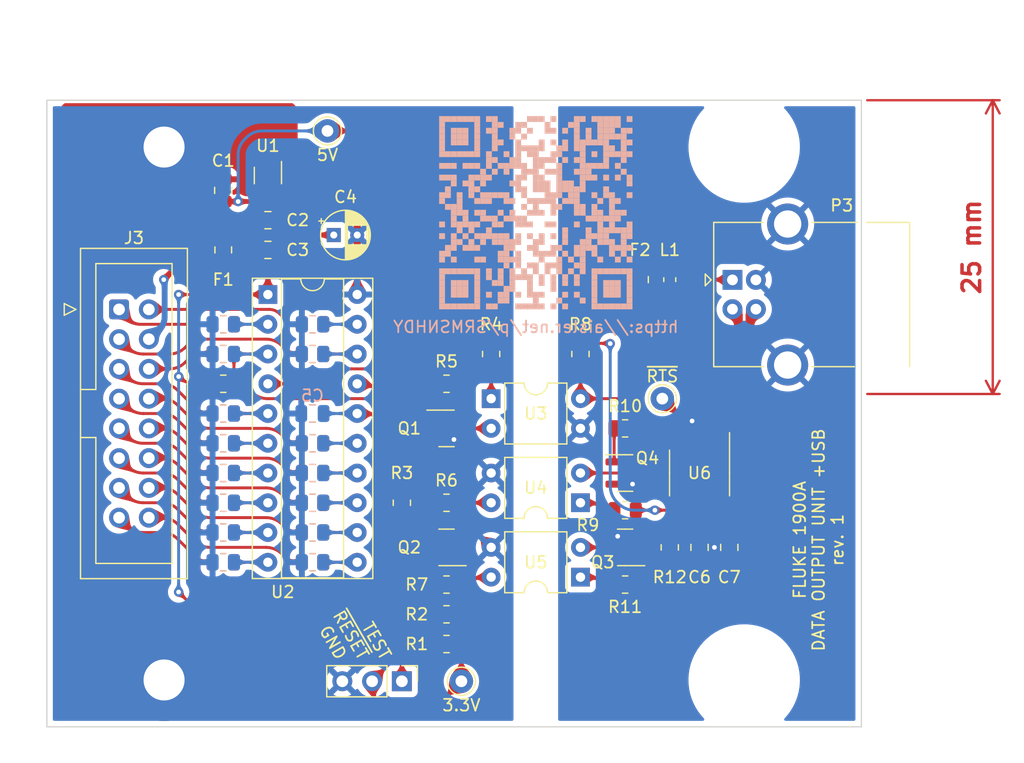
<source format=kicad_pcb>
(kicad_pcb (version 20211014) (generator pcbnew)
  (layers (0 "F.Cu" signal) (31 "B.Cu" signal) (34 "B.Paste" user) (35 "F.Paste" user) (36 "B.SilkS" user "B.Silkscreen") (37 "F.SilkS" user "F.Silkscreen") (38 "B.Mask" user) (39 "F.Mask" user) (44 "Edge.Cuts" user))
  (net 0 "")
  (net 1 "GND")
  (net 2 "VBUS")
  (net 3 "GND1")
  (net 4 "Net-(C7-Pad1)")
  (net 7 "+5V")
  (net 8 "/OUT_B")
  (net 9 "/DS")
  (net 10 "/RNG_2")
  (net 11 "/~{ML}")
  (net 12 "/OVFL")
  (net 13 "/~{MUP}")
  (net 14 "/OUT_C")
  (net 15 "/OUT_D")
  (net 16 "/AS_6")
  (net 17 "/AS_5")
  (net 18 "/AS_4")
  (net 19 "/AS_3")
  (net 20 "/AS_2")
  (net 21 "/AS_1")
  (net 22 "/OUT_A")
  (net 23 "/Tx")
  (net 24 "+3V3")
  (net 25 "/~{RESET}")
  (net 26 "/SBWTCK")
  (net 27 "Net-(J3-Pad1)")
  (net 28 "/D-")
  (net 29 "/D+")
  (net 30 "Net-(J3-Pad3)")
  (net 31 "Net-(J3-Pad2)")
  (net 32 "Net-(J3-Pad5)")
  (net 33 "Net-(J3-Pad6)")
  (net 34 "Net-(J3-Pad8)")
  (net 35 "Net-(J3-Pad9)")
  (net 36 "Net-(J3-Pad10)")
  (net 37 "Net-(J3-Pad11)")
  (net 38 "Net-(J3-Pad12)")
  (net 39 "Net-(J3-Pad13)")
  (net 40 "Net-(J3-Pad14)")
  (net 41 "Net-(J3-Pad15)")
  (net 42 "Net-(J3-Pad16)")
  (net 43 "Net-(L1-Pad2)")
  (net 44 "Net-(Q1-Pad1)")
  (net 45 "Net-(Q1-Pad3)")
  (net 46 "/RESET")
  (net 47 "Net-(Q3-Pad1)")
  (net 48 "Net-(Q3-Pad3)")
  (net 49 "Net-(R9-Pad2)")
  (net 50 "Net-(Q4-Pad1)")
  (net 51 "Net-(Q4-Pad3)")
  (net 52 "/TXD")
  (net 53 "/Rx")
  (net 54 "/RXD")
  (net 55 "Net-(R11-Pad2)")
  (net 56 "Net-(TP3-Pad1)")
  (net 57 "Net-(R4-Pad2)")
  (net 58 "Net-(R7-Pad1)")
  (net 59 "Net-(L1-Pad1)")
  (net 60 "Net-(F1-Pad2)")
  (net 61 "Net-(R26-Pad1)")
  (net 62 "Net-(R3-Pad1)")
  (footprint "Resistor_SMD:R_0805_2012Metric" (layer "F.Cu") (at 135.55 107.62)
    (fp_text reference "R30" hide)
    (fp_text value "1.2M 0805")
  )
  (footprint "Connector_USB:USB_B_OST_USB-B1HSxx_Horizontal" (layer "F.Cu") (at 180 89.84)
    (fp_text reference "P3")
    (fp_text value "USB_B")
  )
  (footprint "Inductor_SMD:L_0603_1608Metric" (layer "F.Cu") (at 173.65 88.57 -90)
    (fp_text reference "L1")
    (fp_text value "600R 1A 0603")
  )
  (footprint "Capacitor_SMD:C_0805_2012Metric" (layer "F.Cu") (at 178.73 111.43 -90)
    (fp_text reference "C7")
    (fp_text value "100n")
  )
  (footprint "Resistor_SMD:R_0805_2012Metric" (layer "F.Cu") (at 150.79 107.62 -90)
    (fp_text reference "R3")
    (fp_text value "330")
  )
  (footprint "Fuse:Fuse_0805_2012Metric" (layer "F.Cu") (at 135.55 86.03 -90)
    (fp_text reference "F1")
    (fp_text value "100mA 0805")
  )
  (footprint "Resistor_SMD:R_0805_2012Metric" (layer "F.Cu") (at 154.6 114.605 180)
    (fp_text reference "R7")
    (fp_text value "0")
  )
  (footprint "Resistor_SMD:R_0805_2012Metric" (layer "F.Cu") (at 135.55 94.92 180)
    (fp_text reference "R25" hide)
    (fp_text value "1.2M 0805")
  )
  (footprint "Resistor_SMD:R_0805_2012Metric" (layer "F.Cu") (at 143.17 92.38 180)
    (fp_text reference "R21" hide)
    (fp_text value "1.2M 0805")
  )
  (footprint "Capacitor_SMD:C_0805_2012Metric" (layer "F.Cu") (at 139.36 86.03 180)
    (fp_text reference "C3")
    (fp_text value "100n")
  )
  (footprint "Capacitor_THT:CP_Radial_D4.0mm_P2.00mm" (layer "F.Cu") (at 144.98 84.76)
    (fp_text reference "C4")
    (fp_text value "10u/10V")
  )
  (footprint "Package_DIP:DIP-20_W7.62mm_Socket" (layer "F.Cu") (at 139.36 89.84)
    (fp_text reference "U2")
    (fp_text value "MSP430G2452IN20")
  )
  (footprint "Capacitor_SMD:C_0805_2012Metric" (layer "F.Cu") (at 176.19 111.43 90)
    (fp_text reference "C6")
    (fp_text value "100n")
  )
  (footprint "TestPoint:TestPoint_THTPad_D2.0mm_Drill1.0mm" (layer "F.Cu") (at 144.44 75.87)
    (fp_text reference "TP1")
    (fp_text value "5V")
  )
  (footprint "Connector_PinHeader_2.54mm:PinHeader_1x03_P2.54mm_Vertical" (layer "F.Cu") (at 150.79 122.86 -90)
    (fp_text reference "X1" hide)
    (fp_text value "DEBUG")
  )
  (footprint "MountingHole:MountingHole_3.5mm" (layer "F.Cu") (at 180 122.75)
    (fp_text reference "H4" hide)
    (fp_text value "3,5mm")
  )
  (footprint "Resistor_SMD:R_0805_2012Metric" (layer "F.Cu") (at 135.55 105.08)
    (fp_text reference "R28" hide)
    (fp_text value "1.2M 0805")
  )
  (footprint "Resistor_SMD:R_0805_2012Metric" (layer "F.Cu") (at 154.6 119.685)
    (fp_text reference "R1")
    (fp_text value "47k")
  )
  (footprint "Resistor_SMD:R_0805_2012Metric" (layer "F.Cu") (at 143.17 107.62 180)
    (fp_text reference "R31" hide)
    (fp_text value "1.2M 0805")
  )
  (footprint "Resistor_SMD:R_0805_2012Metric" (layer "F.Cu") (at 143.17 102.54 180)
    (fp_text reference "R27" hide)
    (fp_text value "1.2M 0805")
  )
  (footprint "Resistor_SMD:R_0805_2012Metric" (layer "F.Cu") (at 143.17 94.92 180)
    (fp_text reference "R22" hide)
    (fp_text value "1.2M 0805")
  )
  (footprint "Resistor_SMD:R_0805_2012Metric" (layer "F.Cu") (at 135.55 92.38)
    (fp_text reference "R20" hide)
    (fp_text value "1.2M 0805")
  )
  (footprint "Resistor_SMD:R_0805_2012Metric" (layer "F.Cu") (at 135.55 110.16)
    (fp_text reference "R32" hide)
    (fp_text value "1.2M 0805")
  )
  (footprint "Package_TO_SOT_SMD:SOT-23" (layer "F.Cu") (at 169.84 105.08)
    (fp_text reference "Q4")
    (fp_text value "Si2336DS")
  )
  (footprint "TestPoint:TestPoint_THTPad_D2.0mm_Drill1.0mm" (layer "F.Cu") (at 155.87 122.86)
    (fp_text reference "TP2")
    (fp_text value "3.3V")
  )
  (footprint "Resistor_SMD:R_0805_2012Metric" (layer "F.Cu") (at 143.17 112.7 180)
    (fp_text reference "R35" hide)
    (fp_text value "1.2M 0805")
  )
  (footprint "Resistor_SMD:R_0805_2012Metric" (layer "F.Cu") (at 143.17 110.16 180)
    (fp_text reference "R33" hide)
    (fp_text value "1.2M 0805")
  )
  (footprint "Resistor_SMD:R_0805_2012Metric" (layer "F.Cu") (at 169.84 101.27 180)
    (fp_text reference "R10")
    (fp_text value "0")
  )
  (footprint "MountingHole:MountingHole_3.5mm" (layer "F.Cu") (at 180 77.25)
    (fp_text reference "H3" hide)
    (fp_text value "3,5mm")
  )
  (footprint "Resistor_SMD:R_0805_2012Metric" (layer "F.Cu") (at 135.55 112.7)
    (fp_text reference "R34" hide)
    (fp_text value "1.2M 0805")
  )
  (footprint "Package_TO_SOT_SMD:SOT-23" (layer "F.Cu") (at 169.84 111.43 180)
    (fp_text reference "Q3")
    (fp_text value "Si2336DS")
  )
  (footprint "Package_TO_SOT_SMD:SOT-353_SC-70-5" (layer "F.Cu") (at 139.36 79.68 -90)
    (fp_text reference "U1")
    (fp_text value "TPS71533")
  )
  (footprint "Package_DIP:DIP-4_W7.62mm" (layer "F.Cu") (at 166.03 107.62 180)
    (fp_text reference "U4")
    (fp_text value "SFH617A-4")
  )
  (footprint "Resistor_SMD:R_0805_2012Metric" (layer "F.Cu") (at 169.84 108.255 180)
    (fp_text reference "R9")
    (fp_text value "390R 0805")
  )
  (footprint "Fuse:Fuse_0805_2012Metric" (layer "F.Cu") (at 171.11 88.57 -90)
    (fp_text reference "F2")
    (fp_text value "100mA 0805")
  )
  (footprint "MountingHole:MountingHole_3.5mm_Pad" (layer "F.Cu") (at 130.5 77.25)
    (fp_text reference "H2" hide)
    (fp_text value "3,5mm")
  )
  (footprint "Resistor_SMD:R_0805_2012Metric" (layer "F.Cu") (at 154.6 97.46)
    (fp_text reference "R5")
    (fp_text value "0")
  )
  (footprint "Package_TO_SOT_SMD:SOT-23" (layer "F.Cu") (at 154.6 111.43 180)
    (fp_text reference "Q2")
    (fp_text value "Si2336DS")
  )
  (footprint "Resistor_SMD:R_0805_2012Metric" (layer "F.Cu") (at 135.55 100)
    (fp_text reference "R24" hide)
    (fp_text value "1.2M 0805")
  )
  (footprint "Resistor_SMD:R_0805_2012Metric" (layer "F.Cu") (at 135.55 97.46)
    (fp_text reference "R13" hide)
    (fp_text value "DNP")
  )
  (footprint "Capacitor_SMD:C_0805_2012Metric" (layer "F.Cu") (at 139.36 83.49 180)
    (fp_text reference "C2")
    (fp_text value "470n")
  )
  (footprint "Package_TO_SOT_SMD:SOT-23" (layer "F.Cu") (at 154.6 101.27)
    (fp_text reference "Q1")
    (fp_text value "Si2336DS")
  )
  (footprint "Connector_IDC:IDC-Header_2x08_P2.54mm_Vertical" (layer "F.Cu") (at 126.66 91.11)
    (fp_text reference "J3")
    (fp_text value "DOU CONNECTOR")
  )
  (footprint "Capacitor_SMD:C_0805_2012Metric" (layer "F.Cu") (at 135.55 80.95 90)
    (fp_text reference "C1")
    (fp_text value "100n")
  )
  (footprint "Resistor_SMD:R_0805_2012Metric" (layer "F.Cu") (at 154.6 107.62 180)
    (fp_text reference "R6")
    (fp_text value "0")
  )
  (footprint "Package_DIP:DIP-4_W7.62mm" (layer "F.Cu") (at 158.41 98.73)
    (fp_text reference "U3")
    (fp_text value "SFH617A-4")
  )
  (footprint "Resistor_SMD:R_0805_2012Metric" (layer "F.Cu") (at 173.65 111.43 -90)
    (fp_text reference "R12")
    (fp_text value "0")
  )
  (footprint "Resistor_SMD:R_0805_2012Metric" (layer "F.Cu") (at 154.6 117.145)
    (fp_text reference "R2")
    (fp_text value "100k")
  )
  (footprint "MountingHole:MountingHole_3.5mm_Pad" (layer "F.Cu") (at 130.5 122.75)
    (fp_text reference "H1" hide)
    (fp_text value "3,5mm")
  )
  (footprint "Package_SO:SOP-8_3.9x4.9mm_P1.27mm" (layer "F.Cu") (at 176.19 105.08 -90)
    (fp_text reference "U6")
    (fp_text value "CH340N")
  )
  (footprint "Resistor_SMD:R_0805_2012Metric" (layer "F.Cu") (at 169.84 114.605 180)
    (fp_text reference "R11")
    (fp_text value "390R 0805")
  )
  (footprint "Resistor_SMD:R_0805_2012Metric" (layer "F.Cu") (at 158.41 94.92 -90)
    (fp_text reference "R4")
    (fp_text value "390R 0805")
  )
  (footprint "Resistor_SMD:R_0805_2012Metric" (layer "F.Cu") (at 143.17 105.08 180)
    (fp_text reference "R29" hide)
    (fp_text value "1.2M 0805")
  )
  (footprint "TestPoint:TestPoint_THTPad_D2.0mm_Drill1.0mm" (layer "F.Cu") (at 173.015 98.73)
    (fp_text reference "TP3" hide)
    (fp_text value "~{RTS}")
  )
  (footprint "Resistor_SMD:R_0805_2012Metric" (layer "F.Cu") (at 135.55 102.54)
    (fp_text reference "R26" hide)
    (fp_text value "1.2M 0805")
  )
  (footprint "Package_DIP:DIP-4_W7.62mm" (layer "F.Cu") (at 166.03 113.97 180)
    (fp_text reference "U5")
    (fp_text value "SFH617A-4")
  )
  (footprint "Resistor_SMD:R_0805_2012Metric" (layer "F.Cu") (at 166.03 94.92 90)
    (fp_text reference "R8")
    (fp_text value "4k7")
  )
  (footprint "Resistor_SMD:R_0805_2012Metric" (layer "B.Cu") (at 143.17 94.92 180)
    (fp_text reference "R42" hide)
    (fp_text value "1.2M 0805")
  )
  (footprint "Resistor_SMD:R_0805_2012Metric" (layer "B.Cu") (at 143.17 102.54 180)
    (fp_text reference "R46" hide)
    (fp_text value "1.2M 0805")
  )
  (footprint "Resistor_SMD:R_0805_2012Metric" (layer "B.Cu") (at 135.55 100 180)
    (fp_text reference "R41" hide)
    (fp_text value "1.2M 0805")
  )
  (footprint "Resistor_SMD:R_0805_2012Metric" (layer "B.Cu") (at 143.17 105.08 180)
    (fp_text reference "R47" hide)
    (fp_text value "1.2M 0805")
  )
  (footprint "Resistor_SMD:R_0805_2012Metric" (layer "B.Cu") (at 135.55 102.54 180)
    (fp_text reference "R40" hide)
    (fp_text value "1.2M 0805")
  )
  (footprint "Resistor_SMD:R_0805_2012Metric" (layer "B.Cu") (at 135.55 105.08 180)
    (fp_text reference "R39" hide)
    (fp_text value "1.2M 0805")
  )
  (footprint "Resistor_SMD:R_0805_2012Metric" (layer "B.Cu") (at 135.55 92.38 180)
    (fp_text reference "R43" hide)
    (fp_text value "1.2M 0805")
  )
  (footprint "Resistor_SMD:R_0805_2012Metric" (layer "B.Cu") (at 143.17 110.16 180)
    (fp_text reference "R49" hide)
    (fp_text value "1.2M 0805")
  )
  (footprint "Resistor_SMD:R_0805_2012Metric" (layer "B.Cu") (at 143.17 107.62 180)
    (fp_text reference "R48" hide)
    (fp_text value "1.2M 0805")
  )
  (footprint "Resistor_SMD:R_0805_2012Metric" (layer "B.Cu") (at 143.17 92.38 180)
    (fp_text reference "R44" hide)
    (fp_text value "1.2M 0805")
  )
  (footprint "Resistor_SMD:R_0805_2012Metric" (layer "B.Cu") (at 135.55 107.62 180)
    (fp_text reference "R38" hide)
    (fp_text value "1.2M 0805")
  )
  (footprint "Resistor_SMD:R_0805_2012Metric" (layer "B.Cu") (at 135.55 112.7 180)
    (fp_text reference "R36" hide)
    (fp_text value "1.2M 0805")
  )
  (footprint "local:Aisler_QR" (layer "B.Cu") (at 162.22 82.855)
    (fp_text reference "QR1" hide)
    (fp_text value "https://aisler.net/p/SRMSNHDY")
  )
  (footprint "Capacitor_SMD:C_0805_2012Metric" (layer "B.Cu") (at 143.16 100 180)
    (fp_text reference "C5")
    (fp_text value "2.2nF 0805")
  )
  (footprint "Resistor_SMD:R_0805_2012Metric" (layer "B.Cu") (at 135.55 94.92 180)
    (fp_text reference "R45" hide)
    (fp_text value "1.2M 0805")
  )
  (footprint "Resistor_SMD:R_0805_2012Metric" (layer "B.Cu") (at 135.55 110.16 180)
    (fp_text reference "R37" hide)
    (fp_text value "1.2M 0805")
  )
  (footprint "Resistor_SMD:R_0805_2012Metric" (layer "B.Cu") (at 143.17 112.7 180)
    (fp_text reference "R50" hide)
    (fp_text value "1.2M 0805")
  )
  (gr_line (start 164.76 78.41) (end 174.92 78.41) (layer "F.Cu") (width 0.2))
  (gr_line (start 174.92 75.87) (end 164.76 75.87) (layer "F.Cu") (width 0.2))
  (gr_line (start 120.5 73.25) (end 120.5 126.75) (layer "Edge.Cuts") (width 0.1))
  (gr_line (start 190 73.25) (end 190 126.75) (layer "Edge.Cuts") (width 0.1))
  (gr_line (start 120.5 73.25) (end 190 73.25) (layer "Edge.Cuts") (width 0.1))
  (gr_line (start 190 126.75) (end 120.5 126.75) (layer "Edge.Cuts") (width 0.1))
  (gr_text "KELLERMANN" (at 169.84 77.14) (layer "F.Cu") (effects (font (size 1 1) (thickness 0.2))))
  (gr_text "~{RESET}" (at 147.615 120.955 300) (layer "F.SilkS") (effects (font (size 1 1)) (justify right)))
  (gr_text "TEST" (at 149.52 120.955 300) (layer "F.SilkS") (effects (font (size 1 1)) (justify right)))
  (gr_text "FLUKE 1900A\nDATA OUTPUT UNIT +USB\nrev. 1" (at 186.35 110.795 90) (layer "F.SilkS") (effects (font (size 1 1))))
  (gr_text "GND" (at 145.71 120.955 300) (layer "F.SilkS") (effects (font (size 1 1)) (justify right)))
  (dimension (type aligned) (layer "F.Cu") (pts (xy 190 73.25) (xy 190 98.33)) (height -11.21) (gr_text "25 mm" (at 199.41 85.79 90) (layer "F.Cu") (effects (font (size 1.5 1.5) (thickness 0.3)))) (format (units 3) (units_format 1) (precision 4) (override_value "25")) (style (thickness 0.2) (arrow_length 1.27) (text_position_mode 0) (extension_height 0.58642) (extension_offset 0.5) keep_text_aligned))
  (segment (start 146.98 84.76) (end 146.98 89.84) (width 0.5) (layer "F.Cu") (net 1))
  (segment (start 139.174013 81.770987) (end 138.595987 82.349013) (width 0.4) (layer "F.Cu") (net 1))
  (segment (start 146.000461 80.237961) (end 146.422038 80.659538) (width 0.5) (layer "F.Cu") (net 1))
  (segment (start 157.816975 110.851975) (end 158.4 111.435) (width 0.25) (layer "F.Cu") (net 1))
  (segment (start 138.41 82.798026) (end 138.41 83.49) (width 0.4) (layer "F.Cu") (net 1))
  (segment (start 155.235 102.2195) (end 155.2345 102.22) (width 0.25) (layer "F.Cu") (net 1))
  (segment (start 155.2345 102.22) (end 153.6625 102.22) (width 0.25) (layer "F.Cu") (net 1))
  (segment (start 146.98 82.006577) (end 146.98 84.76) (width 0.5) (layer "F.Cu") (net 1))
  (segment (start 139.36 78.73) (end 139.36 81.321974) (width 0.4) (layer "F.Cu") (net 1))
  (segment (start 139.36 79.681668) (end 144.778175 79.681668) (width 0.5) (layer "F.Cu") (net 1))
  (segment (start 155.5375 110.48) (end 156.918949 110.48) (width 0.25) (layer "F.Cu") (net 1))
  (segment (start 138.41 83.49) (end 138.41 86.03) (width 0.4) (layer "F.Cu") (net 1))
  (via (at 155.235 102.2195) (size 0.8) (drill 0.4) (layers "F.Cu" "B.Cu") (net 1))
  (arc (start 144.778175 79.681668) (mid 145.439429 79.849707) (end 146.000461 80.237961) (width 0.5) (layer "F.Cu") (net 1))
  (arc (start 146.422038 80.659538) (mid 146.83499 81.277565) (end 146.98 82.006577) (width 0.5) (layer "F.Cu") (net 1))
  (arc (start 138.595987 82.349013) (mid 138.458336 82.555022) (end 138.41 82.798026) (width 0.4) (layer "F.Cu") (net 1))
  (arc (start 139.174013 81.770987) (mid 139.311664 81.564978) (end 139.36 81.321974) (width 0.4) (layer "F.Cu") (net 1))
  (arc (start 156.918949 110.48) (mid 157.404957 110.576673) (end 157.816975 110.851975) (width 0.25) (layer "F.Cu") (net 1))
  (segment (start 142.2575 100.0475) (end 142.2575 112.7) (width 0.5) (layer "B.Cu") (net 1))
  (segment (start 142.2575 92.38) (end 142.2575 94.92) (width 0.5) (layer "B.Cu") (net 1))
  (segment (start 134.6375 92.38) (end 134.6375 94.92) (width 0.5) (layer "B.Cu") (net 1))
  (segment (start 134.6375 112.7) (end 134.6375 100) (width 0.5) (layer "B.Cu") (net 1))
  (segment (start 170.7525 108.255) (end 172.38 108.255) (width 0.25) (layer "F.Cu") (net 2))
  (segment (start 172.38 108.255) (end 174.285 108.255) (width 0.25) (layer "F.Cu") (net 2))
  (segment (start 174.92 113.575462) (end 174.92 110.5175) (width 0.25) (layer "F.Cu") (net 2))
  (segment (start 170.7525 114.605) (end 173.890462 114.605) (width 0.25) (layer "F.Cu") (net 2))
  (segment (start 166.03 94.0075) (end 166.03 92.162102) (width 0.25) (layer "F.Cu") (net 2))
  (segment (start 174.563981 114.326019) (end 174.641019 114.248981) (width 0.25) (layer "F.Cu") (net 2))
  (segment (start 168.5465 94.0075) (end 166.03 94.0075) (width 0.25) (layer "F.Cu") (net 2))
  (segment (start 174.099013 109.075987) (end 173.835987 109.339013) (width 0.25) (layer "F.Cu") (net 2))
  (segment (start 174.285 107.705) (end 174.285 108.626974) (width 0.25) (layer "F.Cu") (net 2))
  (segment (start 166.888551 90.251449) (end 166.773949 90.366051) (width 0.25) (layer "F.Cu") (net 2))
  (segment (start 173.65 109.788026) (end 173.65 110.5175) (width 0.25) (layer "F.Cu") (net 2))
  (segment (start 174.92 110.5175) (end 173.65 110.5175) (width 0.25) (layer "F.Cu") (net 2))
  (segment (start 168.57 94.031) (end 168.5465 94.0075) (width 0.25) (layer "F.Cu") (net 2))
  (segment (start 174.92 110.5175) (end 176.1525 110.5175) (width 0.25) (layer "F.Cu") (net 2))
  (segment (start 171.11 89.5075) (end 168.684602 89.5075) (width 0.25) (layer "F.Cu") (net 2))
  (via (at 172.38 108.255) (size 0.8) (drill 0.4) (layers "F.Cu" "B.Cu") (net 2))
  (via (at 168.57 94.031) (size 0.8) (drill 0.4) (layers "F.Cu" "B.Cu") (net 2))
  (arc (start 166.773949 90.366051) (mid 166.223346 91.190086) (end 166.03 92.162102) (width 0.25) (layer "F.Cu") (net 2))
  (arc (start 174.563981 114.326019) (mid 174.254968 114.532495) (end 173.890462 114.605) (width 0.25) (layer "F.Cu") (net 2))
  (arc (start 166.888551 90.251449) (mid 167.712586 89.700846) (end 168.684602 89.5075) (width 0.25) (layer "F.Cu") (net 2))
  (arc (start 173.835987 109.339013) (mid 173.698336 109.545022) (end 173.65 109.788026) (width 0.25) (layer "F.Cu") (net 2))
  (arc (start 174.641019 114.248981) (mid 174.847495 113.939968) (end 174.92 113.575462) (width 0.25) (layer "F.Cu") (net 2))
  (arc (start 174.099013 109.075987) (mid 174.236664 108.869978) (end 174.285 108.626974) (width 0.25) (layer "F.Cu") (net 2))
  (segment (start 170.629077 108.255) (end 172.38 108.255) (width 0.25) (layer "B.Cu") (net 2))
  (segment (start 168.57 94.031) (end 168.57 106.195923) (width 0.25) (layer "B.Cu") (net 2))
  (segment (start 169.127962 107.542962) (end 169.282039 107.697039) (width 0.25) (layer "B.Cu") (net 2))
  (arc (start 169.282039 107.697039) (mid 169.900065 108.109991) (end 170.629077 108.255) (width 0.25) (layer "B.Cu") (net 2))
  (arc (start 168.57 106.195923) (mid 168.71501 106.924935) (end 169.127962 107.542962) (width 0.25) (layer "B.Cu") (net 2))
  (segment (start 170.475 106.0295) (end 170.4745 106.03) (width 0.25) (layer "F.Cu") (net 3))
  (segment (start 170.4745 106.03) (end 168.9025 106.03) (width 0.25) (layer "F.Cu") (net 3))
  (segment (start 175.555 102.455) (end 175.555 100.635) (width 0.25) (layer "F.Cu") (net 3))
  (segment (start 177.46 112.38) (end 177.46 111.43) (width 0.25) (layer "F.Cu") (net 3))
  (segment (start 169.2055 110.48) (end 170.7775 110.48) (width 0.25) (layer "F.Cu") (net 3))
  (segment (start 176.19 112.38) (end 178.73 112.38) (width 0.25) (layer "F.Cu") (net 3))
  (segment (start 169.205 110.4805) (end 169.2055 110.48) (width 0.25) (layer "F.Cu") (net 3))
  (via (at 170.475 106.0295) (size 0.8) (drill 0.4) (layers "F.Cu" "B.Cu") (net 3))
  (via (at 169.205 110.4805) (size 0.8) (drill 0.4) (layers "F.Cu" "B.Cu") (net 3))
  (via (at 177.46 111.43) (size 0.8) (drill 0.4) (layers "F.Cu" "B.Cu") (net 3))
  (via (at 175.555 100.635) (size 0.8) (drill 0.4) (layers "F.Cu" "B.Cu") (net 3))
  (segment (start 178.73 109.788026) (end 178.73 110.48) (width 0.25) (layer "F.Cu") (net 4))
  (segment (start 178.095 107.705) (end 178.095 108.626974) (width 0.25) (layer "F.Cu") (net 4))
  (segment (start 178.280987 109.075987) (end 178.544013 109.339013) (width 0.25) (layer "F.Cu") (net 4))
  (arc (start 178.544013 109.339013) (mid 178.681664 109.545022) (end 178.73 109.788026) (width 0.25) (layer "F.Cu") (net 4))
  (arc (start 178.280987 109.075987) (mid 178.143336 108.869978) (end 178.095 108.626974) (width 0.25) (layer "F.Cu") (net 4))
  (segment (start 136.82 81.9) (end 136.821049 81.898951) (width 0.4) (layer "F.Cu") (net 7))
  (segment (start 136.821049 81.898951) (end 137.925852 81.898951) (width 0.4) (layer "F.Cu") (net 7))
  (segment (start 138.71 81.053414) (end 138.71 80.63) (width 0.4) (layer "F.Cu") (net 7))
  (segment (start 138.312427 81.714013) (end 138.524013 81.502427) (width 0.4) (layer "F.Cu") (net 7))
  (segment (start 135.55 85.0925) (end 135.55 81.9) (width 0.5) (layer "F.Cu") (net 7))
  (segment (start 156.350923 75.87) (end 144.44 75.87) (width 0.25) (layer "F.Cu") (net 7))
  (segment (start 157.852038 76.582038) (end 157.697961 76.427961) (width 0.25) (layer "F.Cu") (net 7))
  (segment (start 158.41 94.0075) (end 158.41 77.929077) (width 0.25) (layer "F.Cu") (net 7))
  (segment (start 135.87 81.9) (end 136.82 81.9) (width 0.4) (layer "F.Cu") (net 7))
  (via (at 136.82 81.9) (size 0.8) (drill 0.4) (layers "F.Cu" "B.Cu") (net 7))
  (arc (start 158.41 77.929077) (mid 158.26499 77.200065) (end 157.852038 76.582038) (width 0.25) (layer "F.Cu") (net 7))
  (arc (start 137.925852 81.898951) (mid 138.134912 81.839037) (end 138.312427 81.714013) (width 0.4) (layer "F.Cu") (net 7))
  (arc (start 157.697961 76.427961) (mid 157.079936 76.015013) (end 156.350923 75.87) (width 0.25) (layer "F.Cu") (net 7))
  (arc (start 138.524013 81.502427) (mid 138.661664 81.296418) (end 138.71 81.053414) (width 0.4) (layer "F.Cu") (net 7))
  (segment (start 137.377962 76.582038) (end 137.532039 76.427961) (width 0.25) (layer "B.Cu") (net 7))
  (segment (start 136.82 81.9) (end 136.82 77.929077) (width 0.25) (layer "B.Cu") (net 7))
  (segment (start 138.879077 75.87) (end 144.44 75.87) (width 0.25) (layer "B.Cu") (net 7))
  (arc (start 136.82 77.929077) (mid 136.96501 77.200065) (end 137.377962 76.582038) (width 0.25) (layer "B.Cu") (net 7))
  (arc (start 137.532039 76.427961) (mid 138.150064 76.015013) (end 138.879077 75.87) (width 0.25) (layer "B.Cu") (net 7))
  (segment (start 136.4625 92.38) (end 139.36 92.38) (width 0.25) (layer "F.Cu") (net 8))
  (segment (start 136.4625 92.38) (end 139.36 92.38) (width 0.25) (layer "B.Cu") (net 8))
  (segment (start 144.0825 94.92) (end 146.98 94.92) (width 0.25) (layer "F.Cu") (net 9))
  (segment (start 144.0825 94.92) (end 146.98 94.92) (width 0.25) (layer "B.Cu") (net 9))
  (segment (start 136.4625 100) (end 139.36 100) (width 0.25) (layer "F.Cu") (net 10))
  (segment (start 136.4625 100) (end 139.36 100) (width 0.25) (layer "B.Cu") (net 10))
  (segment (start 136.4625 102.54) (end 139.36 102.54) (width 0.25) (layer "F.Cu") (net 11))
  (segment (start 136.4625 102.54) (end 139.36 102.54) (width 0.25) (layer "B.Cu") (net 11))
  (segment (start 136.4625 105.08) (end 139.36 105.08) (width 0.25) (layer "F.Cu") (net 12))
  (segment (start 136.4625 105.08) (end 139.36 105.08) (width 0.25) (layer "B.Cu") (net 12))
  (segment (start 136.4625 107.62) (end 139.36 107.62) (width 0.25) (layer "F.Cu") (net 13))
  (segment (start 136.4625 107.62) (end 139.36 107.62) (width 0.25) (layer "B.Cu") (net 13))
  (segment (start 136.4625 110.16) (end 139.36 110.16) (width 0.25) (layer "F.Cu") (net 14))
  (segment (start 136.4625 110.16) (end 139.36 110.16) (width 0.25) (layer "B.Cu") (net 14))
  (segment (start 136.4625 112.7) (end 139.36 112.7) (width 0.25) (layer "F.Cu") (net 15))
  (segment (start 136.4625 112.7) (end 139.36 112.7) (width 0.25) (layer "B.Cu") (net 15))
  (segment (start 144.0825 112.7) (end 146.98 112.7) (width 0.25) (layer "F.Cu") (net 16))
  (segment (start 146.98 112.7) (end 144.0825 112.7) (width 0.25) (layer "B.Cu") (net 16))
  (segment (start 144.0825 110.16) (end 146.98 110.16) (width 0.25) (layer "F.Cu") (net 17))
  (segment (start 144.0825 110.16) (end 146.98 110.16) (width 0.25) (layer "B.Cu") (net 17))
  (segment (start 144.0825 107.62) (end 146.98 107.62) (width 0.25) (layer "F.Cu") (net 18))
  (segment (start 144.0825 107.62) (end 146.98 107.62) (width 0.25) (layer "B.Cu") (net 18))
  (segment (start 144.0825 105.08) (end 146.98 105.08) (width 0.25) (layer "F.Cu") (net 19))
  (segment (start 144.0825 105.08) (end 146.98 105.08) (width 0.25) (layer "B.Cu") (net 19))
  (segment (start 144.0825 102.54) (end 146.98 102.54) (width 0.25) (layer "F.Cu") (net 20))
  (segment (start 144.0825 102.54) (end 146.98 102.54) (width 0.25) (layer "B.Cu") (net 20))
  (segment (start 149.52 106.638666) (end 149.52 100.789077) (width 0.25) (layer "F.Cu") (net 21))
  (segment (start 137.988288 98.172038) (end 137.834211 98.017961) (width 0.25) (layer "F.Cu") (net 21))
  (segment (start 153.6875 107.62) (end 150.331945 107.62) (width 0.25) (layer "F.Cu") (net 21))
  (segment (start 136.4625 97.46) (end 136.4625 94.92) (width 0.25) (layer "F.Cu") (net 21))
  (segment (start 136.4625 94.92) (end 139.36 94.92) (width 0.25) (layer "F.Cu") (net 21))
  (segment (start 148.962038 99.442038) (end 148.807961 99.287961) (width 0.25) (layer "F.Cu") (net 21))
  (segment (start 149.827815 107.341019) (end 149.798981 107.312185) (width 0.25) (layer "F.Cu") (net 21))
  (segment (start 149.947611 107.460809) (end 149.827815 107.341019) (width 0.25) (layer "F.Cu") (net 21))
  (segment (start 147.460923 98.73) (end 139.335327 98.73) (width 0.25) (layer "F.Cu") (net 21))
  (arc (start 149.798981 107.312185) (mid 149.592505 107.003172) (end 149.52 106.638666) (width 0.25) (layer "F.Cu") (net 21))
  (arc (start 139.335327 98.73) (mid 138.606315 98.58499) (end 137.988288 98.172038) (width 0.25) (layer "F.Cu") (net 21))
  (arc (start 148.807961 99.287961) (mid 148.189935 98.875009) (end 147.460923 98.73) (width 0.25) (layer "F.Cu") (net 21))
  (arc (start 149.52 100.789077) (mid 149.37499 100.060065) (end 148.962038 99.442038) (width 0.25) (layer "F.Cu") (net 21))
  (arc (start 150.331945 107.62) (mid 150.123946 107.578628) (end 149.947611 107.460809) (width 0.25) (layer "F.Cu") (net 21))
  (arc (start 136.487173 97.46) (mid 137.216185 97.605009) (end 137.834211 98.017961) (width 0.25) (layer "F.Cu") (net 21))
  (segment (start 136.4625 94.92) (end 138.860481 94.92) (width 0.25) (layer "B.Cu") (net 21))
  (segment (start 144.0825 92.38) (end 146.98 92.38) (width 0.25) (layer "F.Cu") (net 22))
  (segment (start 144.0825 92.38) (end 146.98 92.38) (width 0.25) (layer "B.Cu") (net 22))
  (segment (start 148.807962 96.747962) (end 148.962039 96.902039) (width 0.25) (layer "F.Cu") (net 23))
  (segment (start 144.997962 96.902038) (end 145.152039 96.747961) (width 0.25) (layer "F.Cu") (net 23))
  (segment (start 146.499077 96.19) (end 147.460923 96.19) (width 0.25) (layer "F.Cu") (net 23))
  (segment (start 150.309077 97.46) (end 153.6875 97.46) (width 0.25) (layer "F.Cu") (net 23))
  (segment (start 143.650923 97.46) (end 139.36 97.46) (width 0.25) (layer "F.Cu") (net 23))
  (arc (start 147.460923 96.19) (mid 148.189935 96.33501) (end 148.807962 96.747962) (width 0.25) (layer "F.Cu") (net 23))
  (arc (start 145.152039 96.747961) (mid 145.770065 96.335009) (end 146.499077 96.19) (width 0.25) (layer "F.Cu") (net 23))
  (arc (start 148.962039 96.902039) (mid 149.580065 97.314991) (end 150.309077 97.46) (width 0.25) (layer "F.Cu") (net 23))
  (arc (start 144.997962 96.902038) (mid 144.379935 97.31499) (end 143.650923 97.46) (width 0.25) (layer "F.Cu") (net 23))
  (segment (start 140.01 81.590534) (end 140.01 80.63) (width 0.4) (layer "F.Cu") (net 24))
  (segment (start 139.36 84.76) (end 139.36 82.766586) (width 0.4) (layer "F.Cu") (net 24))
  (segment (start 140.31 83.49) (end 139.36 83.49) (width 0.4) (layer "F.Cu") (net 24))
  (segment (start 139.36 89.84) (end 131.74 89.84) (width 0.25) (layer "F.Cu") (net 24))
  (segment (start 140.31 86.03) (end 139.36 86.03) (width 0.4) (layer "F.Cu") (net 24))
  (segment (start 139.36 89.84) (end 139.36 84.76) (width 0.4) (layer "F.Cu") (net 24))
  (segment (start 151.778379 125.899519) (end 143.451621 125.899519) (width 0.25) (layer "F.Cu") (net 24))
  (segment (start 139.545987 82.317573) (end 139.824013 82.039547) (width 0.4) (layer "F.Cu") (net 24))
  (segment (start 141.65557 125.15557) (end 131.74 115.24) (width 0.25) (layer "F.Cu") (net 24))
  (segment (start 155.5125 119.685) (end 155.5125 117.145) (width 0.25) (layer "F.Cu") (net 24))
  (segment (start 134.6375 97.46) (end 133.149352 97.46) (width 0.25) (layer "F.Cu") (net 24))
  (segment (start 155.87 120.0425) (end 155.87 122.86) (width 0.25) (layer "F.Cu") (net 24))
  (segment (start 131.802313 96.902038) (end 131.744655 96.84438) (width 0.25) (layer "F.Cu") (net 24))
  (segment (start 144.98 84.76) (end 139.36 84.76) (width 0.4) (layer "F.Cu") (net 24))
  (segment (start 155.87 122.86) (end 153.57443 125.15557) (width 0.25) (layer "F.Cu") (net 24))
  (via (at 131.74 115.24) (size 0.8) (drill 0.4) (layers "F.Cu" "B.Cu") (net 24))
  (via (at 131.744655 96.84438) (size 0.8) (drill 0.4) (layers "F.Cu" "B.Cu") (net 24))
  (via (at 131.74 89.84) (size 0.8) (drill 0.4) (layers "F.Cu" "B.Cu") (net 24))
  (arc (start 139.824013 82.039547) (mid 139.961664 81.833538) (end 140.01 81.590534) (width 0.4) (layer "F.Cu") (net 24))
  (arc (start 133.149352 97.46) (mid 132.42034 97.31499) (end 131.802313 96.902038) (width 0.25) (layer "F.Cu") (net 24))
  (arc (start 143.451621 125.899519) (mid 142.479608 125.706162) (end 141.65557 125.15557) (width 0.25) (layer "F.Cu") (net 24))
  (arc (start 151.778379 125.899519) (mid 152.750395 125.706173) (end 153.57443 125.15557) (width 0.25) (layer "F.Cu") (net 24))
  (arc (start 139.545987 82.317573) (mid 139.408336 82.523582) (end 139.36 82.766586) (width 0.4) (layer "F.Cu") (net 24))
  (segment (start 131.74 115.24) (end 131.74 89.84) (width 0.25) (layer "B.Cu") (net 24))
  (segment (start 152.338981 119.328981) (end 152.416019 119.406019) (width 0.25) (layer "F.Cu") (net 25))
  (segment (start 153.089538 119.685) (end 153.6875 119.685) (width 0.25) (layer "F.Cu") (net 25))
  (segment (start 151.270923 125.4) (end 150.309077 125.4) (width 0.25) (layer "F.Cu") (net 25))
  (segment (start 152.416019 111.708981) (end 152.338981 111.786019) (width 0.25) (layer "F.Cu") (net 25))
  (segment (start 152.06 112.459538) (end 152.06 118.655462) (width 0.25) (layer "F.Cu") (net 25))
  (segment (start 149.918505 109.256709) (end 149.392454 108.730658) (width 0.25) (layer "F.Cu") (net 25))
  (segment (start 153.33 119.685) (end 153.33 123.340923) (width 0.25) (layer "F.Cu") (net 25))
  (segment (start 148.25 122.86) (end 149.918506 121.191494) (width 0.25) (layer "F.Cu") (net 25))
  (segment (start 148.741499 100.491499) (end 148.528981 100.278981) (width 0.25) (layer "F.Cu") (net 25))
  (segment (start 152.772038 124.687962) (end 152.617961 124.842039) (width 0.25) (layer "F.Cu") (net 25))
  (segment (start 147.855462 100) (end 146.98 100) (width 0.25) (layer "F.Cu") (net 25))
  (segment (start 148.962038 124.842038) (end 148.807961 124.687961) (width 0.25) (layer "F.Cu") (net 25))
  (segment (start 149.02048 107.832633) (end 149.02048 101.165018) (width 0.25) (layer "F.Cu") (net 25))
  (segment (start 150.29048 120.293469) (end 150.29048 110.154735) (width 0.25) (layer "F.Cu") (net 25))
  (arc (start 147.855462 100) (mid 148.219968 100.072505) (end 148.528981 100.278981) (width 0.25) (layer "F.Cu") (net 25))
  (arc (start 148.741499 100.491499) (mid 148.947975 100.800512) (end 149.02048 101.165018) (width 0.25) (layer "F.Cu") (net 25))
  (arc (start 148.25 123.340923) (mid 148.395009 124.069935) (end 148.807961 124.687961) (width 0.25) (layer "F.Cu") (net 25))
  (arc (start 152.617961 124.842039) (mid 151.999935 125.254991) (end 151.270923 125.4) (width 0.25) (layer "F.Cu") (net 25))
  (arc (start 153.33 123.340923) (mid 153.18499 124.069935) (end 152.772038 124.687962) (width 0.25) (layer "F.Cu") (net 25))
  (arc (start 150.309077 125.4) (mid 149.580065 125.25499) (end 148.962038 124.842038) (width 0.25) (layer "F.Cu") (net 25))
  (arc (start 149.392454 108.730658) (mid 149.117153 108.318641) (end 149.02048 107.832633) (width 0.25) (layer "F.Cu") (net 25))
  (arc (start 152.416019 111.708981) (mid 152.725032 111.502505) (end 153.089538 111.43) (width 0.25) (layer "F.Cu") (net 25))
  (arc (start 150.29048 120.293469) (mid 150.193807 120.779477) (end 149.918506 121.191494) (width 0.25) (layer "F.Cu") (net 25))
  (arc (start 149.918505 109.256709) (mid 150.193807 109.668727) (end 150.29048 110.154735) (width 0.25) (layer "F.Cu") (net 25))
  (arc (start 152.06 112.459538) (mid 152.132505 112.095032) (end 152.338981 111.786019) (width 0.25) (layer "F.Cu") (net 25))
  (arc (start 152.06 118.655462) (mid 152.132505 119.019968) (end 152.338981 119.328981) (width 0.25) (layer "F.Cu") (net 25))
  (arc (start 153.089538 119.685) (mid 152.725032 119.612495) (end 152.416019 119.406019) (width 0.25) (layer "F.Cu") (net 25))
  (segment (start 144.11 100) (end 146.98 100) (width 0.25) (layer "B.Cu") (net 25))
  (segment (start 150.79 108.5325) (end 150.79 122.86) (width 0.25) (layer "F.Cu") (net 26))
  (segment (start 134.6375 92.38) (end 128.456051 92.38) (width 0.25) (layer "F.Cu") (net 27))
  (segment (start 127.558025 92.008025) (end 126.66 91.11) (width 0.25) (layer "F.Cu") (net 27))
  (arc (start 128.456051 92.38) (mid 127.970043 92.283327) (end 127.558025 92.008025) (width 0.25) (layer "F.Cu") (net 27))
  (segment (start 179.51 91.6) (end 179.51 94.834932) (width 0.73) (layer "F.Cu") (net 28))
  (segment (start 176.97 99.479136) (end 176.97 102.31) (width 0.73) (layer "F.Cu") (net 28))
  (segment (start 178.766051 96.630983) (end 177.713949 97.683085) (width 0.73) (layer "F.Cu") (net 28))
  (segment (start 179 91.09) (end 179.51 91.6) (width 0.73) (layer "F.Cu") (net 28))
  (arc (start 177.713949 97.683085) (mid 177.163346 98.50712) (end 176.97 99.479136) (width 0.73) (layer "F.Cu") (net 28))
  (arc (start 178.766051 96.630983) (mid 179.316654 95.806948) (end 179.51 94.834932) (width 0.73) (layer "F.Cu") (net 28))
  (segment (start 181 91.09) (end 180.49 91.6) (width 0.73) (layer "F.Cu") (net 29))
  (segment (start 179.746051 97.036915) (end 178.693949 98.089017) (width 0.73) (layer "F.Cu") (net 29))
  (segment (start 177.95 99.885068) (end 177.95 102.31) (width 0.73) (layer "F.Cu") (net 29))
  (segment (start 180.49 91.6) (end 180.49 95.240864) (width 0.73) (layer "F.Cu") (net 29))
  (arc (start 180.49 95.240864) (mid 180.296654 96.21288) (end 179.746051 97.036915) (width 0.73) (layer "F.Cu") (net 29))
  (arc (start 178.693949 98.089017) (mid 178.143346 98.913052) (end 177.95 99.885068) (width 0.73) (layer "F.Cu") (net 29))
  (segment (start 140.552962 94.207962) (end 140.707039 94.362039) (width 0.25) (layer "F.Cu") (net 30))
  (segment (start 126.66 93.65) (end 127.372039 94.362039) (width 0.25) (layer "F.Cu") (net 30))
  (segment (start 132.297962 94.362038) (end 132.452039 94.207961) (width 0.25) (layer "F.Cu") (net 30))
  (segment (start 133.799077 93.65) (end 139.205923 93.65) (width 0.25) (layer "F.Cu") (net 30))
  (segment (start 128.719077 94.92) (end 130.950923 94.92) (width 0.25) (layer "F.Cu") (net 30))
  (arc (start 132.297962 94.362038) (mid 131.679935 94.77499) (end 130.950923 94.92) (width 0.25) (layer "F.Cu") (net 30))
  (arc (start 140.552962 94.207962) (mid 139.934935 93.79501) (end 139.205923 93.65) (width 0.25) (layer "F.Cu") (net 30))
  (arc (start 128.719077 94.92) (mid 127.990065 94.774991) (end 127.372039 94.362039) (width 0.25) (layer "F.Cu") (net 30))
  (arc (start 142.054077 94.92) (mid 141.325065 94.774991) (end 140.707039 94.362039) (width 0.25) (layer "F.Cu") (net 30))
  (arc (start 132.452039 94.207961) (mid 133.070065 93.795009) (end 133.799077 93.65) (width 0.25) (layer "F.Cu") (net 30))
  (segment (start 141.791051 92.38) (end 142.2575 92.38) (width 0.25) (layer "F.Cu") (net 31))
  (segment (start 140.366975 91.481975) (end 140.893026 92.008026) (width 0.25) (layer "F.Cu") (net 31))
  (segment (start 129.2 91.11) (end 139.468949 91.11) (width 0.25) (layer "F.Cu") (net 31))
  (arc (start 140.366975 91.481975) (mid 139.954957 91.206673) (end 139.468949 91.11) (width 0.25) (layer "F.Cu") (net 31))
  (arc (start 141.791051 92.38) (mid 141.305043 92.283327) (end 140.893026 92.008026) (width 0.25) (layer "F.Cu") (net 31))
  (segment (start 130.315923 97.46) (end 128.719077 97.46) (width 0.25) (layer "F.Cu") (net 32))
  (segment (start 127.372038 96.902038) (end 126.66 96.19) (width 0.25) (layer "F.Cu") (net 32))
  (segment (start 133.087038 99.442038) (end 131.662961 98.017961) (width 0.25) (layer "F.Cu") (net 32))
  (arc (start 131.662961 98.017961) (mid 131.044935 97.605009) (end 130.315923 97.46) (width 0.25) (layer "F.Cu") (net 32))
  (arc (start 127.372038 96.902038) (mid 127.990065 97.31499) (end 128.719077 97.46) (width 0.25) (layer "F.Cu") (net 32))
  (arc (start 133.087038 99.442038) (mid 133.705065 99.85499) (end 134.434077 100) (width 0.25) (layer "F.Cu") (net 32))
  (segment (start 132.297962 95.632038) (end 132.452039 95.477961) (width 0.25) (layer "F.Cu") (net 33))
  (segment (start 129.2 96.19) (end 130.950923 96.19) (width 0.25) (layer "F.Cu") (net 33))
  (segment (start 133.799077 94.92) (end 134.6375 94.92) (width 0.25) (layer "F.Cu") (net 33))
  (arc (start 132.297962 95.632038) (mid 131.679935 96.04499) (end 130.950923 96.19) (width 0.25) (layer "F.Cu") (net 33))
  (arc (start 133.799077 94.92) (mid 133.070065 95.065009) (end 132.452039 95.477961) (width 0.25) (layer "F.Cu") (net 33))
  (segment (start 129.2 98.73) (end 130.315923 98.73) (width 0.25) (layer "F.Cu") (net 34))
  (segment (start 140.707038 101.982038) (end 140.552961 101.827961) (width 0.25) (layer "F.Cu") (net 34))
  (segment (start 131.662962 99.287962) (end 133.087039 100.712039) (width 0.25) (layer "F.Cu") (net 34))
  (segment (start 134.434077 101.27) (end 139.205923 101.27) (width 0.25) (layer "F.Cu") (net 34))
  (arc (start 133.087039 100.712039) (mid 133.705065 101.124991) (end 134.434077 101.27) (width 0.25) (layer "F.Cu") (net 34))
  (arc (start 130.315923 98.73) (mid 131.044935 98.87501) (end 131.662962 99.287962) (width 0.25) (layer "F.Cu") (net 34))
  (arc (start 142.054077 102.54) (mid 141.325065 102.39499) (end 140.707038 101.982038) (width 0.25) (layer "F.Cu") (net 34))
  (arc (start 140.552961 101.827961) (mid 139.934935 101.415009) (end 139.205923 101.27) (width 0.25) (layer "F.Cu") (net 34))
  (segment (start 133.087038 104.522038) (end 131.662961 103.097961) (width 0.25) (layer "F.Cu") (net 35))
  (segment (start 130.315923 102.54) (end 128.719077 102.54) (width 0.25) (layer "F.Cu") (net 35))
  (segment (start 127.372038 101.982038) (end 126.66 101.27) (width 0.25) (layer "F.Cu") (net 35))
  (arc (start 134.434077 105.08) (mid 133.705065 104.93499) (end 133.087038 104.522038) (width 0.25) (layer "F.Cu") (net 35))
  (arc (start 128.719077 102.54) (mid 127.990065 102.39499) (end 127.372038 101.982038) (width 0.25) (layer "F.Cu") (net 35))
  (arc (start 130.315923 102.54) (mid 131.044935 102.685009) (end 131.662961 103.097961) (width 0.25) (layer "F.Cu") (net 35))
  (segment (start 134.434077 103.81) (end 139.205923 103.81) (width 0.25) (layer "F.Cu") (net 36))
  (segment (start 131.662962 101.827962) (end 133.087039 103.252039) (width 0.25) (layer "F.Cu") (net 36))
  (segment (start 140.552962 104.367962) (end 140.707039 104.522039) (width 0.25) (layer "F.Cu") (net 36))
  (segment (start 129.2 101.27) (end 130.315923 101.27) (width 0.25) (layer "F.Cu") (net 36))
  (arc (start 134.434077 103.81) (mid 133.705065 103.664991) (end 133.087039 103.252039) (width 0.25) (layer "F.Cu") (net 36))
  (arc (start 131.662962 101.827962) (mid 131.044935 101.41501) (end 130.315923 101.27) (width 0.25) (layer "F.Cu") (net 36))
  (arc (start 139.205923 103.81) (mid 139.934935 103.95501) (end 140.552962 104.367962) (width 0.25) (layer "F.Cu") (net 36))
  (arc (start 142.054077 105.08) (mid 141.325065 104.934991) (end 140.707039 104.522039) (width 0.25) (layer "F.Cu") (net 36))
  (segment (start 133.087038 107.062038) (end 131.662961 105.637961) (width 0.25) (layer "F.Cu") (net 37))
  (segment (start 130.315923 105.08) (end 128.719077 105.08) (width 0.25) (layer "F.Cu") (net 37))
  (segment (start 127.372038 104.522038) (end 126.66 103.81) (width 0.25) (layer "F.Cu") (net 37))
  (arc (start 128.719077 105.08) (mid 127.990065 104.93499) (end 127.372038 104.522038) (width 0.25) (layer "F.Cu") (net 37))
  (arc (start 130.315923 105.08) (mid 131.044935 105.225009) (end 131.662961 105.637961) (width 0.25) (layer "F.Cu") (net 37))
  (arc (start 134.434077 107.62) (mid 133.705065 107.47499) (end 133.087038 107.062038) (width 0.25) (layer "F.Cu") (net 37))
  (segment (start 129.2 103.81) (end 130.315923 103.81) (width 0.25) (layer "F.Cu") (net 38))
  (segment (start 131.662962 104.367962) (end 133.087039 105.792039) (width 0.25) (layer "F.Cu") (net 38))
  (segment (start 134.434077 106.35) (end 139.205923 106.35) (width 0.25) (layer "F.Cu") (net 38))
  (segment (start 140.552962 106.907962) (end 140.707039 107.062039) (width 0.25) (layer "F.Cu") (net 38))
  (arc (start 142.054077 107.62) (mid 141.325065 107.474991) (end 140.707039 107.062039) (width 0.25) (layer "F.Cu") (net 38))
  (arc (start 130.315923 103.81) (mid 131.044935 103.95501) (end 131.662962 104.367962) (width 0.25) (layer "F.Cu") (net 38))
  (arc (start 139.205923 106.35) (mid 139.934935 106.49501) (end 140.552962 106.907962) (width 0.25) (layer "F.Cu") (net 38))
  (arc (start 133.087039 105.792039) (mid 133.705065 106.204991) (end 134.434077 106.35) (width 0.25) (layer "F.Cu") (net 38))
  (segment (start 127.372038 107.062038) (end 126.66 106.35) (width 0.25) (layer "F.Cu") (net 39))
  (segment (start 133.087038 109.602038) (end 131.662961 108.177961) (width 0.25) (layer "F.Cu") (net 39))
  (segment (start 130.315923 107.62) (end 128.719077 107.62) (width 0.25) (layer "F.Cu") (net 39))
  (arc (start 131.662961 108.177961) (mid 131.044935 107.765009) (end 130.315923 107.62) (width 0.25) (layer "F.Cu") (net 39))
  (arc (start 134.434077 110.16) (mid 133.705065 110.01499) (end 133.087038 109.602038) (width 0.25) (layer "F.Cu") (net 39))
  (arc (start 127.372038 107.062038) (mid 127.990065 107.47499) (end 128.719077 107.62) (width 0.25) (layer "F.Cu") (net 39))
  (segment (start 129.2 106.35) (end 130.315923 106.35) (width 0.25) (layer "F.Cu") (net 40))
  (segment (start 140.552962 109.447962) (end 140.707039 109.602039) (width 0.25) (layer "F.Cu") (net 40))
  (segment (start 131.662962 106.907962) (end 133.087039 108.332039) (width 0.25) (layer "F.Cu") (net 40))
  (segment (start 134.434077 108.89) (end 139.205923 108.89) (width 0.25) (layer "F.Cu") (net 40))
  (arc (start 139.205923 108.89) (mid 139.934935 109.03501) (end 140.552962 109.447962) (width 0.25) (layer "F.Cu") (net 40))
  (arc (start 131.662962 106.907962) (mid 131.044935 106.49501) (end 130.315923 106.35) (width 0.25) (layer "F.Cu") (net 40))
  (arc (start 133.087039 108.332039) (mid 133.705065 108.744991) (end 134.434077 108.89) (width 0.25) (layer "F.Cu") (net 40))
  (arc (start 142.054077 110.16) (mid 141.325065 110.014991) (end 140.707039 109.602039) (width 0.25) (layer "F.Cu") (net 40))
  (segment (start 127.372038 109.602038) (end 126.66 108.89) (width 0.25) (layer "F.Cu") (net 41))
  (segment (start 130.315923 110.16) (end 128.719077 110.16) (width 0.25) (layer "F.Cu") (net 41))
  (segment (start 133.087038 112.142038) (end 131.662961 110.717961) (width 0.25) (layer "F.Cu") (net 41))
  (arc (start 128.719077 110.16) (mid 127.990065 110.01499) (end 127.372038 109.602038) (width 0.25) (layer "F.Cu") (net 41))
  (arc (start 131.662961 110.717961) (mid 131.044935 110.305009) (end 130.315923 110.16) (width 0.25) (layer "F.Cu") (net 41))
  (arc (start 133.087038 112.142038) (mid 133.705065 112.55499) (end 134.434077 112.7) (width 0.25) (layer "F.Cu") (net 41))
  (segment (start 134.434077 111.43) (end 139.205923 111.43) (width 0.25) (layer "F.Cu") (net 42))
  (segment (start 131.662962 109.447962) (end 133.087039 110.872039) (width 0.25) (layer "F.Cu") (net 42))
  (segment (start 140.552962 111.987962) (end 140.707039 112.142039) (width 0.25) (layer "F.Cu") (net 42))
  (segment (start 129.2 108.89) (end 130.315923 108.89) (width 0.25) (layer "F.Cu") (net 42))
  (arc (start 134.434077 111.43) (mid 133.705065 111.284991) (end 133.087039 110.872039) (width 0.25) (layer "F.Cu") (net 42))
  (arc (start 139.205923 111.43) (mid 139.934935 111.57501) (end 140.552962 111.987962) (width 0.25) (layer "F.Cu") (net 42))
  (arc (start 142.054077 112.7) (mid 141.325065 112.554991) (end 140.707039 112.142039) (width 0.25) (layer "F.Cu") (net 42))
  (arc (start 131.662962 109.447962) (mid 131.044935 109.03501) (end 130.315923 108.89) (width 0.25) (layer "F.Cu") (net 42))
  (segment (start 178.73 88.57) (end 177.46 88.57) (width 0.25) (layer "F.Cu") (net 43))
  (segment (start 176.716051 88.57) (end 177.46 88.57) (width 0.25) (layer "F.Cu") (net 43))
  (segment (start 173.65 89.3575) (end 174.876449 89.3575) (width 0.25) (layer "F.Cu") (net 43))
  (segment (start 175.774475 88.985525) (end 175.818026 88.941974) (width 0.25) (layer "F.Cu") (net 43))
  (arc (start 176.716051 88.57) (mid 176.230043 88.666673) (end 175.818026 88.941974) (width 0.25) (layer "F.Cu") (net 43))
  (arc (start 175.774475 88.985525) (mid 175.362457 89.260827) (end 174.876449 89.3575) (width 0.25) (layer "F.Cu") (net 43))
  (segment (start 155.5125 99.327962) (end 155.5125 97.46) (width 0.25) (layer "F.Cu") (net 44))
  (segment (start 153.6625 100.32) (end 154.520462 100.32) (width 0.25) (layer "F.Cu") (net 44))
  (segment (start 155.193981 100.041019) (end 155.233519 100.001481) (width 0.25) (layer "F.Cu") (net 44))
  (arc (start 154.520462 100.32) (mid 154.884968 100.247495) (end 155.193981 100.041019) (width 0.25) (layer "F.Cu") (net 44))
  (arc (start 155.5125 99.327962) (mid 155.439995 99.692468) (end 155.233519 100.001481) (width 0.25) (layer "F.Cu") (net 44))
  (segment (start 155.87 101.27) (end 158.41 101.27) (width 0.25) (layer "F.Cu") (net 45))
  (segment (start 155.5375 112.38) (end 154.679538 112.38) (width 0.25) (layer "F.Cu") (net 46))
  (segment (start 154.006019 112.658981) (end 153.966481 112.698519) (width 0.25) (layer "F.Cu") (net 46))
  (segment (start 153.6875 113.372038) (end 153.6875 114.605) (width 0.25) (layer "F.Cu") (net 46))
  (segment (start 153.6875 114.605) (end 153.6875 117.145) (width 0.25) (layer "F.Cu") (net 46))
  (arc (start 154.006019 112.658981) (mid 154.315032 112.452505) (end 154.679538 112.38) (width 0.25) (layer "F.Cu") (net 46))
  (arc (start 153.6875 113.372038) (mid 153.760005 113.007532) (end 153.966481 112.698519) (width 0.25) (layer "F.Cu") (net 46))
  (segment (start 170.7775 112.38) (end 173.6125 112.38) (width 0.25) (layer "F.Cu") (net 47))
  (segment (start 168.8975 111.435) (end 166.02 111.435) (width 0.25) (layer "F.Cu") (net 48))
  (segment (start 167.656019 107.976019) (end 167.578981 107.898981) (width 0.25) (layer "F.Cu") (net 49))
  (segment (start 166.905462 107.62) (end 166.03 107.62) (width 0.25) (layer "F.Cu") (net 49))
  (segment (start 168.9275 108.255) (end 168.329538 108.255) (width 0.25) (layer "F.Cu") (net 49))
  (arc (start 167.656019 107.976019) (mid 167.965032 108.182495) (end 168.329538 108.255) (width 0.25) (layer "F.Cu") (net 49))
  (arc (start 167.578981 107.898981) (mid 167.269968 107.692505) (end 166.905462 107.62) (width 0.25) (layer "F.Cu") (net 49))
  (segment (start 168.9025 104.13) (end 168.9025 101.295) (width 0.25) (layer "F.Cu") (net 50))
  (segment (start 170.7775 105.08) (end 166.03 105.08) (width 0.25) (layer "F.Cu") (net 51))
  (segment (start 170.7525 101.618928) (end 175.369013 106.235441) (width 0.25) (layer "F.Cu") (net 52))
  (segment (start 175.555 106.684454) (end 175.555 107.705) (width 0.25) (layer "F.Cu") (net 52))
  (arc (start 175.555 106.684454) (mid 175.506664 106.44145) (end 175.369013 106.235441) (width 0.25) (layer "F.Cu") (net 52))
  (segment (start 155.87 107.62) (end 158.41 107.62) (width 0.25) (layer "F.Cu") (net 53))
  (segment (start 166.03 98.73) (end 169.177898 98.73) (width 0.25) (layer "F.Cu") (net 54))
  (segment (start 176.825 106.985) (end 176.825 107.705) (width 0.25) (layer "F.Cu") (net 54))
  (segment (start 172.121975 102.281975) (end 176.825 106.985) (width 0.25) (layer "F.Cu") (net 54))
  (segment (start 171.75 101.302102) (end 171.75 101.383949) (width 0.25) (layer "F.Cu") (net 54))
  (segment (start 170.973949 99.473949) (end 171.006051 99.506051) (width 0.25) (layer "F.Cu") (net 54))
  (segment (start 166.03 98.73) (end 166.03 95.8325) (width 0.25) (layer "F.Cu") (net 54))
  (arc (start 171.006051 99.506051) (mid 171.556654 100.330086) (end 171.75 101.302102) (width 0.25) (layer "F.Cu") (net 54))
  (arc (start 171.75 101.383949) (mid 171.846673 101.869957) (end 172.121975 102.281975) (width 0.25) (layer "F.Cu") (net 54))
  (arc (start 170.973949 99.473949) (mid 170.149914 98.923346) (end 169.177898 98.73) (width 0.25) (layer "F.Cu") (net 54))
  (segment (start 166.905462 113.97) (end 166.03 113.97) (width 0.25) (layer "F.Cu") (net 55))
  (segment (start 168.9275 114.605) (end 168.329538 114.605) (width 0.25) (layer "F.Cu") (net 55))
  (segment (start 167.656019 114.326019) (end 167.578981 114.248981) (width 0.25) (layer "F.Cu") (net 55))
  (arc (start 168.329538 114.605) (mid 167.965032 114.532495) (end 167.656019 114.326019) (width 0.25) (layer "F.Cu") (net 55))
  (arc (start 167.578981 114.248981) (mid 167.269968 114.042505) (end 166.905462 113.97) (width 0.25) (layer "F.Cu") (net 55))
  (segment (start 174.285 102.455) (end 174.285 100.526051) (width 0.25) (layer "F.Cu") (net 56))
  (segment (start 173.913025 99.628025) (end 173.015 98.73) (width 0.25) (layer "F.Cu") (net 56))
  (arc (start 174.285 100.526051) (mid 174.188327 100.040043) (end 173.913025 99.628025) (width 0.25) (layer "F.Cu") (net 56))
  (segment (start 158.41 98.73) (end 158.41 95.8325) (width 0.25) (layer "F.Cu") (net 57))
  (segment (start 157.529538 113.975) (end 158.4 113.975) (width 0.25) (layer "F.Cu") (net 58))
  (segment (start 156.783981 114.326019) (end 156.856019 114.253981) (width 0.25) (layer "F.Cu") (net 58))
  (segment (start 155.5125 114.605) (end 156.110462 114.605) (width 0.25) (layer "F.Cu") (net 58))
  (arc (start 156.856019 114.253981) (mid 157.165032 114.047505) (end 157.529538 113.975) (width 0.25) (layer "F.Cu") (net 58))
  (arc (start 156.783981 114.326019) (mid 156.474968 114.532495) (end 156.110462 114.605) (width 0.25) (layer "F.Cu") (net 58))
  (segment (start 173.5 87.6325) (end 171.11 87.6325) (width 0.25) (layer "F.Cu") (net 59))
  (segment (start 131.328551 87.711449) (end 130.47 88.57) (width 0.5) (layer "F.Cu") (net 60))
  (segment (start 135.55 86.9675) (end 133.124602 86.9675) (width 0.5) (layer "F.Cu") (net 60))
  (via (at 130.47 88.57) (size 0.8) (drill 0.4) (layers "F.Cu" "B.Cu") (net 60))
  (arc (start 133.124602 86.9675) (mid 132.152586 87.160846) (end 131.328551 87.711449) (width 0.5) (layer "F.Cu") (net 60))
  (segment (start 129.2 93.65) (end 130.177536 92.672464) (width 0.5) (layer "B.Cu") (net 60))
  (segment (start 130.549511 88.649511) (end 130.47 88.57) (width 0.5) (layer "B.Cu") (net 60))
  (segment (start 130.549511 91.774438) (end 130.549511 88.649511) (width 0.5) (layer "B.Cu") (net 60))
  (arc (start 130.177536 92.672464) (mid 130.452838 92.260446) (end 130.549511 91.774438) (width 0.5) (layer "B.Cu") (net 60))
  (segment (start 127.372038 99.442038) (end 126.66 98.73) (width 0.25) (layer "F.Cu") (net 61))
  (segment (start 133.087038 101.982038) (end 131.662961 100.557961) (width 0.25) (layer "F.Cu") (net 61))
  (segment (start 130.315923 100) (end 128.719077 100) (width 0.25) (layer "F.Cu") (net 61))
  (arc (start 134.434077 102.54) (mid 133.705065 102.39499) (end 133.087038 101.982038) (width 0.25) (layer "F.Cu") (net 61))
  (arc (start 130.315923 100) (mid 131.044935 100.145009) (end 131.662961 100.557961) (width 0.25) (layer "F.Cu") (net 61))
  (arc (start 127.372038 99.442038) (mid 127.990065 99.85499) (end 128.719077 100) (width 0.25) (layer "F.Cu") (net 61))
  (segment (start 148.993949 98.203949) (end 149.275571 98.485571) (width 0.25) (layer "F.Cu") (net 62))
  (segment (start 150.298501 105.358981) (end 150.511019 105.571499) (width 0.25) (layer "F.Cu") (net 62))
  (segment (start 150.79 106.245018) (end 150.79 106.7075) (width 0.25) (layer "F.Cu") (net 62))
  (segment (start 150.01952 100.281622) (end 150.01952 104.685462) (width 0.25) (layer "F.Cu") (net 62))
  (arc (start 147.197898 97.46) (mid 148.169914 97.653346) (end 148.993949 98.203949) (width 0.25) (layer "F.Cu") (net 62))
  (arc (start 150.01952 100.281622) (mid 149.826174 99.309606) (end 149.275571 98.485571) (width 0.25) (layer "F.Cu") (net 62))
  (arc (start 150.01952 104.685462) (mid 150.092025 105.049968) (end 150.298501 105.358981) (width 0.25) (layer "F.Cu") (net 62))
  (arc (start 150.79 106.245018) (mid 150.717495 105.880512) (end 150.511019 105.571499) (width 0.25) (layer "F.Cu") (net 62))
  (zone (net 35) (net_name "Net-(J3-Pad9)") (layer "F.Cu") (priority 16962) (connect_pads yes (clearance 0)) (min_thickness 0.0254) (fill yes (thermal_gap 0.508) (thermal_bridge_width 0.508))
    (polygon (pts (xy 133.57492 105.014214) (xy 133.692262 105.071559) (xy 133.789365 105.123972) (xy 133.870724 105.172751) (xy 133.940834 105.219191) (xy 134.004189 105.26459) (xy 134.065284 105.310243) (xy 134.128614 105.357447) (xy 134.198674 105.407499) (xy 134.279957 105.461695) (xy 134.376961 105.521333) (xy 134.892883 105.101056) (xy 134.452764 104.601954) (xy 134.362768 104.641869) (xy 134.283602 104.685092) (xy 134.212271 104.728603) (xy 134.145779 104.769384) (xy 134.081131 104.804417) (xy 134.015332 104.830683) (xy 133.945388 104.845164) (xy 133.868302 104.844841) (xy 133.781081 104.826695) (xy 133.68073 104.78771)))
  )
  (zone (net 53) (net_name "/Rx") (layer "F.Cu") (priority 16962) (connect_pads yes (clearance 0)) (min_thickness 0.0254) (fill yes (thermal_gap 0.508) (thermal_bridge_width 0.508))
    (polygon (pts (xy 156.82 107.745) (xy 157.007261 107.754519) (xy 157.160968 107.781492) (xy 157.288444 107.823538) (xy 157.397008 107.878278) (xy 157.493984 107.943331) (xy 157.586693 108.016317) (xy 157.682456 108.094857) (xy 157.788595 108.176571) (xy 157.912432 108.259078) (xy 158.061289 108.34) (xy 158.81 107.62) (xy 158.061289 106.9) (xy 157.912432 106.980921) (xy 157.788595 107.063428) (xy 157.682456 107.145142) (xy 157.586693 107.223682) (xy 157.493984 107.296668) (xy 157.397008 107.361721) (xy 157.288444 107.416461) (xy 157.160968 107.458507) (xy 157.007261 107.48548) (xy 156.82 107.495)))
  )
  (zone (net 47) (net_name "Net-(Q3-Pad1)") (layer "F.Cu") (priority 16962) (connect_pads yes (clearance 0)) (min_thickness 0.0254) (fill yes (thermal_gap 0.508) (thermal_bridge_width 0.508))
    (polygon (pts (xy 171.3675 112.255) (xy 171.300977 112.253288) (xy 171.244513 112.248268) (xy 171.196053 112.240116) (xy 171.153541 112.229005) (xy 171.114921 112.215111) (xy 171.078139 112.198608) (xy 171.041137 112.179671) (xy 171.001861 112.158474) (xy 170.958256 112.135192) (xy 170.908266 112.11) (xy 170.6275 112.38) (xy 170.908266 112.65) (xy 170.958256 112.624807) (xy 171.001861 112.601525) (xy 171.041137 112.580328) (xy 171.078139 112.561391) (xy 171.114921 112.544888) (xy 171.153541 112.530994) (xy 171.196053 112.519883) (xy 171.244513 112.511731) (xy 171.300977 112.506711) (xy 171.3675 112.505)))
  )
  (zone (net 39) (net_name "Net-(J3-Pad13)") (layer "F.Cu") (priority 16962) (connect_pads yes (clearance 0)) (min_thickness 0.0254) (fill yes (thermal_gap 0.508) (thermal_bridge_width 0.508))
    (polygon (pts (xy 128.126801 107.393584) (xy 127.944449 107.313384) (xy 127.810403 107.220729) (xy 127.716212 107.115951) (xy 127.653425 106.999384) (xy 127.613591 106.87136) (xy 127.588258 106.732212) (xy 127.568976 106.582274) (xy 127.547294 106.42188) (xy 127.51476 106.251361) (xy 127.462924 106.071051) (xy 126.35948 106.04948) (xy 126.381051 107.152924) (xy 126.580807 107.219369) (xy 126.752567 107.271045) (xy 126.904037 107.311922) (xy 127.042926 107.345973) (xy 127.176939 107.37717) (xy 127.313783 107.409483) (xy 127.461166 107.446884) (xy 127.626794 107.493346) (xy 127.818375 107.552839) (xy 128.043615 107.629336)))
  )
  (zone (net 28) (net_name "/D-") (layer "F.Cu") (priority 16962) (connect_pads yes (clearance 0)) (min_thickness 0.0254) (fill yes (thermal_gap 0.508) (thermal_bridge_width 0.508))
    (polygon (pts (xy 179.875 92.62) (xy 179.8743 92.408277) (xy 179.8724 92.227657) (xy 179.869599 92.071371) (xy 179.8662 91.932647) (xy 179.8625 91.804716) (xy 179.8588 91.680807) (xy 179.8554 91.554152) (xy 179.8526 91.417978) (xy 179.8507 91.265518) (xy 179.85 91.09) (xy 178.745 90.75) (xy 178.610304 91.845405) (xy 178.709095 91.897627) (xy 178.798368 91.949115) (xy 178.877915 92.002246) (xy 178.94753 92.059399) (xy 179.007003 92.122953) (xy 179.056129 92.195287) (xy 179.094698 92.278779) (xy 179.122505 92.37581) (xy 179.139341 92.488757) (xy 179.145 92.62)))
  )
  (zone (net 3) (net_name "GND1") (layer "F.Cu") (priority 16962) (connect_pads yes (clearance 0)) (min_thickness 0.0254) (fill yes (thermal_gap 0.508) (thermal_bridge_width 0.508))
    (polygon (pts (xy 177.74 112.505) (xy 177.854574 112.509827) (xy 177.949764 112.52361) (xy 178.029726 112.545295) (xy 178.098613 112.573831) (xy 178.160581 112.608166) (xy 178.219786 112.647247) (xy 178.28038 112.690023) (xy 178.34652 112.735442) (xy 178.42236 112.782451) (xy 178.512056 112.83) (xy 178.98 112.38) (xy 178.512056 111.93) (xy 178.42236 111.977548) (xy 178.34652 112.024557) (xy 178.28038 112.069976) (xy 178.219786 112.112752) (xy 178.160581 112.151833) (xy 178.098613 112.186168) (xy 178.029726 112.214704) (xy 177.949764 112.236389) (xy 177.854574 112.250172) (xy 177.74 112.255)))
  )
  (zone (net 41) (net_name "Net-(J3-Pad15)") (layer "F.Cu") (priority 16962) (connect_pads yes (clearance 0)) (min_thickness 0.0254) (fill yes (thermal_gap 0.508) (thermal_bridge_width 0.508))
    (polygon (pts (xy 133.57492 112.634232) (xy 133.692261 112.691575) (xy 133.789364 112.743987) (xy 133.870723 112.792764) (xy 133.940833 112.839202) (xy 134.004189 112.884598) (xy 134.065285 112.930249) (xy 134.128615 112.977451) (xy 134.198675 113.027501) (xy 134.279958 113.081696) (xy 134.376961 113.141333) (xy 134.892883 112.721056) (xy 134.452764 112.221954) (xy 134.362768 112.26187) (xy 134.283601 112.305094) (xy 134.21227 112.348607) (xy 134.145778 112.389391) (xy 134.08113 112.424426) (xy 134.015331 112.450695) (xy 133.945387 112.465178) (xy 133.868302 112.464857) (xy 133.78108 112.446713) (xy 133.680728 112.407728)))
  )
  (zone (net 58) (net_name "Net-(R7-Pad1)") (layer "F.Cu") (priority 16962) (connect_pads yes (clearance 0)) (min_thickness 0.0254) (fill yes (thermal_gap 0.508) (thermal_bridge_width 0.508))
    (polygon (pts (xy 156.534536 114.363066) (xy 156.434495 114.41272) (xy 156.345973 114.436781) (xy 156.266332 114.43888) (xy 156.192934 114.422649) (xy 156.12314 114.391722) (xy 156.054312 114.349729) (xy 155.983812 114.300303) (xy 155.909 114.247076) (xy 155.82724 114.193681) (xy 155.735893 114.14375) (xy 155.25625 114.605) (xy 155.775129 115.045093) (xy 155.879162 114.984754) (xy 155.96959 114.935524) (xy 156.050242 114.89437) (xy 156.124945 114.858261) (xy 156.197528 114.824165) (xy 156.27182 114.789049) (xy 156.35165 114.749881) (xy 156.440845 114.703628) (xy 156.543235 114.64726) (xy 156.662648 114.577744)))
  )
  (zone (net 56) (net_name "Net-(TP3-Pad1)") (layer "F.Cu") (priority 16962) (connect_pads yes (clearance 0)) (min_thickness 0.0254) (fill yes (thermal_gap 0.508) (thermal_bridge_width 0.508))
    (polygon (pts (xy 174.16 101.865) (xy 174.158288 101.931522) (xy 174.153268 101.987986) (xy 174.145116 102.036446) (xy 174.134005 102.078958) (xy 174.120111 102.117578) (xy 174.103608 102.15436) (xy 174.084671 102.191362) (xy 174.063474 102.230638) (xy 174.040192 102.274243) (xy 174.015 102.324234) (xy 174.285 102.605) (xy 174.555 102.324234) (xy 174.529807 102.274243) (xy 174.506525 102.230638) (xy 174.485328 102.191362) (xy 174.466391 102.15436) (xy 174.449888 102.117578) (xy 174.435994 102.078958) (xy 174.424883 102.036446) (xy 174.416731 101.987986) (xy 174.411711 101.931522) (xy 174.41 101.865)))
  )
  (zone (net 43) (net_name "Net-(L1-Pad2)") (layer "F.Cu") (priority 16962) (connect_pads yes (clearance 0)) (min_thickness 0.0254) (fill yes (thermal_gap 0.508) (thermal_bridge_width 0.508))
    (polygon (pts (xy 174.5175 89.2325) (xy 174.417681 89.22866) (xy 174.334351 89.217652) (xy 174.264005 89.200246) (xy 174.203137 89.177208) (xy 174.148242 89.149308) (xy 174.095816 89.117313) (xy 174.042354 89.081991) (xy 173.984351 89.044111) (xy 173.918301 89.004441) (xy 173.840701 88.96375) (xy 173.43125 89.3575) (xy 173.840701 89.75125) (xy 173.918301 89.710558) (xy 173.984351 89.670888) (xy 174.042354 89.633008) (xy 174.095816 89.597686) (xy 174.148242 89.565691) (xy 174.203137 89.537791) (xy 174.264005 89.514753) (xy 174.334351 89.497347) (xy 174.417681 89.486339) (xy 174.5175 89.4825)))
  )
  (zone (net 62) (net_name "Net-(R3-Pad1)") (layer "F.Cu") (priority 16962) (connect_pads yes (clearance 0)) (min_thickness 0.0254) (fill yes (thermal_gap 0.508) (thermal_bridge_width 0.508))
    (polygon (pts (xy 150.519983 105.777053) (xy 150.569407 105.864198) (xy 150.593326 105.942064) (xy 150.595536 106.012877) (xy 150.579835 106.078867) (xy 150.55002 106.142264) (xy 150.509887 106.205294) (xy 150.463234 106.270189) (xy 150.413858 106.339175) (xy 150.365555 106.414483) (xy 150.322124 106.498341) (xy 150.797849 106.963629) (xy 151.212685 106.417685) (xy 151.151183 106.325959) (xy 151.100315 106.246264) (xy 151.057163 106.175215) (xy 151.018811 106.109429) (xy 150.982343 106.045519) (xy 150.944841 105.980103) (xy 150.90339 105.909796) (xy 150.855072 105.831212) (xy 150.796971 105.740969) (xy 150.726171 105.635681)))
  )
  (zone (net 44) (net_name "Net-(Q1-Pad1)") (layer "F.Cu") (priority 16962) (connect_pads yes (clearance 0)) (min_thickness 0.0254) (fill yes (thermal_gap 0.508) (thermal_bridge_width 0.508))
    (polygon (pts (xy 155.6375 98.4825) (xy 155.642488 98.363928) (xy 155.656729 98.265434) (xy 155.679141 98.182709) (xy 155.708639 98.111447) (xy 155.744139 98.047341) (xy 155.784558 97.986083) (xy 155.828813 97.923366) (xy 155.875819 97.854884) (xy 155.924492 97.776328) (xy 155.97375 97.683393) (xy 155.5125 97.20375) (xy 155.05125 97.683393) (xy 155.100507 97.776328) (xy 155.14918 97.854884) (xy 155.196186 97.923366) (xy 155.240441 97.986083) (xy 155.28086 98.047341) (xy 155.31636 98.111447) (xy 155.345858 98.182709) (xy 155.36827 98.265434) (xy 155.382511 98.363928) (xy 155.3875 98.4825)))
  )
  (zone (net 49) (net_name "Net-(R9-Pad2)") (layer "F.Cu") (priority 16962) (connect_pads yes (clearance 0)) (min_thickness 0.0254) (fill yes (thermal_gap 0.508) (thermal_bridge_width 0.508))
    (polygon (pts (xy 167.777351 108.227744) (xy 167.896763 108.29726) (xy 167.999153 108.353628) (xy 168.088349 108.399881) (xy 168.168178 108.439049) (xy 168.24247 108.474165) (xy 168.315054 108.508261) (xy 168.389757 108.54437) (xy 168.470408 108.585523) (xy 168.560837 108.634754) (xy 168.664871 108.695093) (xy 169.18375 108.255) (xy 168.704107 107.79375) (xy 168.612759 107.843681) (xy 168.530998 107.897076) (xy 168.456187 107.950303) (xy 168.385687 107.999729) (xy 168.316858 108.041722) (xy 168.247064 108.072649) (xy 168.173666 108.08888) (xy 168.094025 108.086781) (xy 168.005503 108.06272) (xy 167.905463 108.013066)))
  )
  (zone (net 60) (net_name "Net-(F1-Pad2)") (layer "F.Cu") (priority 16962) (connect_pads yes (clearance 0)) (min_thickness 0.0254) (fill yes (thermal_gap 0.508) (thermal_bridge_width 0.508))
    (polygon (pts (xy 130.851837 87.83461) (xy 130.789588 87.896319) (xy 130.734362 87.949476) (xy 130.684435 87.995125) (xy 130.638087 88.034311) (xy 130.593596 88.068077) (xy 130.549239 88.097468) (xy 130.503296 88.123527) (xy 130.454044 88.147298) (xy 130.399763 88.169825) (xy 130.33873 88.192154) (xy 130.328579 88.711421) (xy 130.847846 88.70127) (xy 130.870174 88.640236) (xy 130.892701 88.585955) (xy 130.916472 88.536703) (xy 130.942531 88.49076) (xy 130.971922 88.446403) (xy 131.005688 88.401912) (xy 131.044874 88.355564) (xy 131.090523 88.305637) (xy 131.14368 88.250411) (xy 131.20539 88.188163)))
  )
  (zone (net 12) (net_name "/OVFL") (layer "F.Cu") (priority 16962) (connect_pads yes (clearance 0)) (min_thickness 0.0254) (fill yes (thermal_gap 0.508) (thermal_bridge_width 0.508))
    (polygon (pts (xy 137.485 104.955) (xy 137.366428 104.950011) (xy 137.267934 104.93577) (xy 137.185209 104.913358) (xy 137.113947 104.88386) (xy 137.049841 104.84836) (xy 136.988583 104.807941) (xy 136.925866 104.763686) (xy 136.857384 104.71668) (xy 136.778828 104.668007) (xy 136.685893 104.61875) (xy 136.20625 105.08) (xy 136.685893 105.54125) (xy 136.778828 105.491992) (xy 136.857384 105.443319) (xy 136.925866 105.396313) (xy 136.988583 105.352058) (xy 137.049841 105.311639) (xy 137.113947 105.276139) (xy 137.185209 105.246641) (xy 137.267934 105.224229) (xy 137.366428 105.209988) (xy 137.485 105.205)))
  )
  (zone (net 42) (net_name "Net-(J3-Pad16)") (layer "F.Cu") (priority 16962) (connect_pads yes (clearance 0)) (min_thickness 0.0254) (fill yes (thermal_gap 0.508) (thermal_bridge_width 0.508))
    (polygon (pts (xy 131.191938 108.963738) (xy 130.966032 108.854019) (xy 130.776742 108.75897) (xy 130.615649 108.675242) (xy 130.474337 108.599489) (xy 130.344388 108.528364) (xy 130.217386 108.458519) (xy 130.084914 108.386607) (xy 129.938555 108.309281) (xy 129.769891 108.223195) (xy 129.570506 108.125) (xy 128.775 108.89) (xy 129.570506 109.655) (xy 129.746462 109.558698) (xy 129.900906 109.456767) (xy 130.039853 109.35546) (xy 130.169321 109.261034) (xy 130.295328 109.179744) (xy 130.423891 109.117844) (xy 130.561027 109.08159) (xy 130.712755 109.077238) (xy 130.885091 109.111043) (xy 131.084054 109.18926)))
  )
  (zone (net 22) (net_name "/OUT_A") (layer "F.Cu") (priority 16962) (connect_pads yes (clearance 0)) (min_thickness 0.0254) (fill yes (thermal_gap 0.508) (thermal_bridge_width 0.508))
    (polygon (pts (xy 145.105 92.255) (xy 144.986428 92.250011) (xy 144.887934 92.23577) (xy 144.805209 92.213358) (xy 144.733947 92.18386) (xy 144.669841 92.14836) (xy 144.608583 92.107941) (xy 144.545866 92.063686) (xy 144.477384 92.01668) (xy 144.398828 91.968007) (xy 144.305893 91.91875) (xy 143.82625 92.38) (xy 144.305893 92.84125) (xy 144.398828 92.791992) (xy 144.477384 92.743319) (xy 144.545866 92.696313) (xy 144.608583 92.652058) (xy 144.669841 92.611639) (xy 144.733947 92.576139) (xy 144.805209 92.546641) (xy 144.887934 92.524229) (xy 144.986428 92.509988) (xy 145.105 92.505)))
  )
  (zone (net 22) (net_name "/OUT_A") (layer "F.Cu") (priority 16962) (connect_pads yes (clearance 0)) (min_thickness 0.0254) (fill yes (thermal_gap 0.508) (thermal_bridge_width 0.508))
    (polygon (pts (xy 145.39 92.505) (xy 145.577261 92.514519) (xy 145.730968 92.541492) (xy 145.858444 92.583538) (xy 145.967008 92.638278) (xy 146.063984 92.703331) (xy 146.156693 92.776317) (xy 146.252456 92.854857) (xy 146.358595 92.936571) (xy 146.482432 93.019078) (xy 146.631289 93.1) (xy 147.38 92.38) (xy 146.631289 91.66) (xy 146.482432 91.740921) (xy 146.358595 91.823428) (xy 146.252456 91.905142) (xy 146.156693 91.983682) (xy 146.063984 92.056668) (xy 145.967008 92.121721) (xy 145.858444 92.176461) (xy 145.730968 92.218507) (xy 145.577261 92.24548) (xy 145.39 92.255)))
  )
  (zone (net 57) (net_name "Net-(R4-Pad2)") (layer "F.Cu") (priority 16962) (connect_pads yes (clearance 0)) (min_thickness 0.0254) (fill yes (thermal_gap 0.508) (thermal_bridge_width 0.508))
    (polygon (pts (xy 158.285 97.14) (xy 158.27548 97.327261) (xy 158.248507 97.480968) (xy 158.206461 97.608444) (xy 158.151721 97.717008) (xy 158.086668 97.813984) (xy 158.013682 97.906693) (xy 157.935142 98.002456) (xy 157.853428 98.108595) (xy 157.770921 98.232432) (xy 157.69 98.381289) (xy 158.41 99.13) (xy 159.13 98.381289) (xy 159.049078 98.232432) (xy 158.966571 98.108595) (xy 158.884857 98.002456) (xy 158.806317 97.906693) (xy 158.733331 97.813984) (xy 158.668278 97.717008) (xy 158.613538 97.608444) (xy 158.571492 97.480968) (xy 158.544519 97.327261) (xy 158.535 97.14)))
  )
  (zone (net 24) (net_name "+3V3") (layer "F.Cu") (priority 16962) (connect_pads yes (clearance 0)) (min_thickness 0.0254) (fill yes (thermal_gap 0.508) (thermal_bridge_width 0.508))
    (polygon (pts (xy 132.53 89.715) (xy 132.439538 89.711733) (xy 132.363777 89.702341) (xy 132.29961 89.687435) (xy 132.243935 89.667625) (xy 132.193647 89.643523) (xy 132.14564 89.615738) (xy 132.096812 89.584883) (xy 132.044058 89.551567) (xy 131.984274 89.516403) (xy 131.914355 89.48) (xy 131.54 89.84) (xy 131.914355 90.2) (xy 131.984274 90.163596) (xy 132.044058 90.128432) (xy 132.096812 90.095116) (xy 132.14564 90.064261) (xy 132.193647 90.036476) (xy 132.243935 90.012374) (xy 132.29961 89.992564) (xy 132.363777 89.977658) (xy 132.439538 89.968266) (xy 132.53 89.965)))
  )
  (zone (net 1) (net_name "GND") (layer "F.Cu") (priority 16962) (connect_pads yes (clearance 0)) (min_thickness 0.0254) (fill yes (thermal_gap 0.508) (thermal_bridge_width 0.508))
    (polygon (pts (xy 138.61 84.48) (xy 138.61302 84.367998) (xy 138.62185 84.273108) (xy 138.636143 84.191811) (xy 138.655551 84.120591) (xy 138.679729 84.055931) (xy 138.708327 83.994315) (xy 138.741001 83.932224) (xy 138.777402 83.866144) (xy 138.817184 83.792556) (xy 138.86 83.707944) (xy 138.41 83.24) (xy 137.96 83.707944) (xy 138.002815 83.792556) (xy 138.042597 83.866144) (xy 138.078998 83.932224) (xy 138.111672 83.994315) (xy 138.14027 84.055931) (xy 138.164448 84.120591) (xy 138.183856 84.191811) (xy 138.198149 84.273108) (xy 138.206979 84.367998) (xy 138.21 84.48)))
  )
  (zone (net 24) (net_name "+3V3") (layer "F.Cu") (priority 16962) (connect_pads yes (clearance 0)) (min_thickness 0.0254) (fill yes (thermal_gap 0.508) (thermal_bridge_width 0.508))
    (polygon (pts (xy 139.37 83.69) (xy 139.469442 83.692496) (xy 139.555451 83.699877) (xy 139.630416 83.711978) (xy 139.696725 83.728633) (xy 139.756768 83.749678) (xy 139.812934 83.77495) (xy 139.867612 83.804282) (xy 139.923191 83.837511) (xy 139.98206 83.874471) (xy 140.046609 83.915) (xy 140.56 83.49) (xy 140.046609 83.065) (xy 139.98206 83.105528) (xy 139.923191 83.142488) (xy 139.867612 83.175717) (xy 139.812934 83.205049) (xy 139.756768 83.230321) (xy 139.696725 83.251366) (xy 139.630416 83.268021) (xy 139.555451 83.280122) (xy 139.469442 83.287503) (xy 139.37 83.29)))
  )
  (zone (net 2) (net_name "VBUS") (layer "F.Cu") (priority 16962) (connect_pads yes (clearance 0)) (min_thickness 0.0254) (fill yes (thermal_gap 0.508) (thermal_bridge_width 0.508))
    (polygon (pts (xy 167.0525 93.8825) (xy 166.933928 93.877511) (xy 166.835434 93.86327) (xy 166.752709 93.840858) (xy 166.681447 93.81136) (xy 166.617341 93.77586) (xy 166.556083 93.735441) (xy 166.493366 93.691186) (xy 166.424884 93.64418) (xy 166.346328 93.595507) (xy 166.253393 93.54625) (xy 165.77375 94.0075) (xy 166.253393 94.46875) (xy 166.346328 94.419492) (xy 166.424884 94.370819) (xy 166.493366 94.323813) (xy 166.556083 94.279558) (xy 166.617341 94.239139) (xy 166.681447 94.203639) (xy 166.752709 94.174141) (xy 166.835434 94.151729) (xy 166.933928 94.137488) (xy 167.0525 94.1325)))
  )
  (zone (net 1) (net_name "GND") (layer "F.Cu") (priority 16962) (connect_pads yes (clearance 0)) (min_thickness 0.0254) (fill yes (thermal_gap 0.508) (thermal_bridge_width 0.508))
    (polygon (pts (xy 146.73 88.25) (xy 146.723514 88.43224) (xy 146.704851 88.584934) (xy 146.6752 88.714319) (xy 146.635753 88.826632) (xy 146.587699 88.92811) (xy 146.532229 89.02499) (xy 146.470534 89.123511) (xy 146.403804 89.229909) (xy 146.333229 89.350423) (xy 146.26 89.491289) (xy 146.98 90.24) (xy 147.7 89.491289) (xy 147.62677 89.350423) (xy 147.556195 89.229909) (xy 147.489465 89.123511) (xy 147.42777 89.02499) (xy 147.3723 88.92811) (xy 147.324246 88.826632) (xy 147.284799 88.714319) (xy 147.255148 88.584934) (xy 147.236485 88.43224) (xy 147.23 88.25)))
  )
  (zone (net 21) (net_name "/AS_1") (layer "F.Cu") (priority 16962) (connect_pads yes (clearance 0)) (min_thickness 0.0254) (fill yes (thermal_gap 0.508) (thermal_bridge_width 0.508))
    (polygon (pts (xy 137.506825 97.609647) (xy 137.394157 97.541111) (xy 137.301698 97.478905) (xy 137.224893 97.421546) (xy 137.159187 97.36755) (xy 137.100025 97.315431) (xy 137.042853 97.263706) (xy 136.983117 97.21089) (xy 136.916261 97.1555) (xy 136.837732 97.096051) (xy 136.742974 97.031059) (xy 136.208349 97.427273) (xy 136.625154 97.946004) (xy 136.713931 97.91183) (xy 136.79297 97.874565) (xy 136.864825 97.837214) (xy 136.93205 97.802783) (xy 136.997201 97.774278) (xy 137.062832 97.754704) (xy 137.131498 97.747065) (xy 137.205755 97.754369) (xy 137.288156 97.779619) (xy 137.381257 97.825823)))
  )
  (zone (net 26) (net_name "/SBWTCK") (layer "F.Cu") (priority 16962) (connect_pads yes (clearance 0)) (min_thickness 0.0254) (fill yes (thermal_gap 0.508) (thermal_bridge_width 0.508))
    (polygon (pts (xy 150.665 121.17) (xy 150.654697 121.369398) (xy 150.625526 121.532872) (xy 150.580085 121.668273) (xy 150.520978 121.783451) (xy 150.450804 121.886258) (xy 150.372167 121.984544) (xy 150.287666 122.086159) (xy 150.199904 122.198956) (xy 150.111481 122.330783) (xy 150.025 122.489494) (xy 150.79 123.285) (xy 151.555 122.489494) (xy 151.468518 122.330783) (xy 151.380095 122.198956) (xy 151.292333 122.086159) (xy 151.207832 121.984544) (xy 151.129195 121.886258) (xy 151.059021 121.783451) (xy 150.999914 121.668273) (xy 150.954473 121.532872) (xy 150.925302 121.369398) (xy 150.915 121.17)))
  )
  (zone (net 9) (net_name "/DS") (layer "F.Cu") (priority 16962) (connect_pads yes (clearance 0)) (min_thickness 0.0254) (fill yes (thermal_gap 0.508) (thermal_bridge_width 0.508))
    (polygon (pts (xy 145.105 94.795) (xy 144.986428 94.790011) (xy 144.887934 94.77577) (xy 144.805209 94.753358) (xy 144.733947 94.72386) (xy 144.669841 94.68836) (xy 144.608583 94.647941) (xy 144.545866 94.603686) (xy 144.477384 94.55668) (xy 144.398828 94.508007) (xy 144.305893 94.45875) (xy 143.82625 94.92) (xy 144.305893 95.38125) (xy 144.398828 95.331992) (xy 144.477384 95.283319) (xy 144.545866 95.236313) (xy 144.608583 95.192058) (xy 144.669841 95.151639) (xy 144.733947 95.116139) (xy 144.805209 95.086641) (xy 144.887934 95.064229) (xy 144.986428 95.049988) (xy 145.105 95.045)))
  )
  (zone (net 62) (net_name "Net-(R3-Pad1)") (layer "F.Cu") (priority 16962) (connect_pads yes (clearance 0)) (min_thickness 0.0254) (fill yes (thermal_gap 0.508) (thermal_bridge_width 0.508))
    (polygon (pts (xy 148.584592 97.724191) (xy 148.410661 97.612359) (xy 148.269351 97.510309) (xy 148.153127 97.415862) (xy 148.054454 97.326843) (xy 147.965797 97.241073) (xy 147.879624 97.156378) (xy 147.788399 97.070579) (xy 147.684587 96.981501) (xy 147.560655 96.886965) (xy 147.409069 96.784797) (xy 146.582646 97.414076) (xy 147.243742 98.215274) (xy 147.388922 98.154916) (xy 147.517223 98.08607) (xy 147.632965 98.014636) (xy 147.740469 97.946514) (xy 147.844057 97.887602) (xy 147.948051 97.8438) (xy 148.056771 97.821007) (xy 148.17454 97.825124) (xy 148.305679 97.862048) (xy 148.45451 97.937681)))
  )
  (zone (net 4) (net_name "Net-(C7-Pad1)") (layer "F.Cu") (priority 16962) (connect_pads yes (clearance 0)) (min_thickness 0.0254) (fill yes (thermal_gap 0.508) (thermal_bridge_width 0.508))
    (polygon (pts (xy 178.454895 109.426672) (xy 178.527822 109.514256) (xy 178.568286 109.597241) (xy 178.580925 109.677013) (xy 178.570378 109.754962) (xy 178.541285 109.832474) (xy 178.498284 109.910937) (xy 178.446016 109.991738) (xy 178.38912 110.076267) (xy 178.332235 110.16591) (xy 178.28 110.262056) (xy 178.73 110.73) (xy 179.08285 110.125746) (xy 179.006096 110.037355) (xy 178.953202 109.952261) (xy 178.917856 109.869291) (xy 178.893741 109.787273) (xy 178.874544 109.705036) (xy 178.85395 109.621408) (xy 178.825644 109.535217) (xy 178.783314 109.44529) (xy 178.720643 109.350457) (xy 178.631319 109.249546)))
  )
  (zone (net 43) (net_name "Net-(L1-Pad2)") (layer "F.Cu") (priority 16962) (connect_pads yes (clearance 0)) (min_thickness 0.0254) (fill yes (thermal_gap 0.508) (thermal_bridge_width 0.508))
    (polygon (pts (xy 177.3 88.695) (xy 177.499115 88.705256) (xy 177.662363 88.73436) (xy 177.79753 88.779814) (xy 177.912404 88.839123) (xy 178.014773 88.909788) (xy 178.112423 88.989313) (xy 178.213144 89.075201) (xy 178.324722 89.164955) (xy 178.454945 89.256077) (xy 178.611602 89.346072) (xy 179.424882 88.599997) (xy 178.647592 87.816497) (xy 178.484803 87.900216) (xy 178.349474 87.986349) (xy 178.233644 88.072251) (xy 178.129351 88.155279) (xy 178.028632 88.232787) (xy 177.923527 88.302132) (xy 177.806073 88.360671) (xy 177.668308 88.405757) (xy 177.502271 88.434748) (xy 177.3 88.445)))
  )
  (zone (net 16) (net_name "/AS_6") (layer "F.Cu") (priority 16962) (connect_pads yes (clearance 0)) (min_thickness 0.0254) (fill yes (thermal_gap 0.508) (thermal_bridge_width 0.508))
    (polygon (pts (xy 145.39 112.825) (xy 145.577261 112.834519) (xy 145.730968 112.861492) (xy 145.858444 112.903538) (xy 145.967008 112.958278) (xy 146.063984 113.023331) (xy 146.156693 113.096317) (xy 146.252456 113.174857) (xy 146.358595 113.256571) (xy 146.482432 113.339078) (xy 146.631289 113.42) (xy 147.38 112.7) (xy 146.631289 111.98) (xy 146.482432 112.060921) (xy 146.358595 112.143428) (xy 146.252456 112.225142) (xy 146.156693 112.303682) (xy 146.063984 112.376668) (xy 145.967008 112.441721) (xy 145.858444 112.496461) (xy 145.730968 112.538507) (xy 145.577261 112.56548) (xy 145.39 112.575)))
  )
  (zone (net 2) (net_name "VBUS") (layer "F.Cu") (priority 16962) (connect_pads yes (clearance 0)) (min_thickness 0.0254) (fill yes (thermal_gap 0.508) (thermal_bridge_width 0.508))
    (polygon (pts (xy 170.1425 89.6325) (xy 170.25438 89.63712) (xy 170.347429 89.650324) (xy 170.425676 89.67112) (xy 170.493151 89.698522) (xy 170.553886 89.731539) (xy 170.61191 89.769183) (xy 170.671253 89.810465) (xy 170.735946 89.854396) (xy 170.81002 89.899987) (xy 170.897504 89.94625) (xy 171.35375 89.5075) (xy 170.897504 89.06875) (xy 170.81002 89.115012) (xy 170.735946 89.160603) (xy 170.671253 89.204534) (xy 170.61191 89.245816) (xy 170.553886 89.28346) (xy 170.493151 89.316477) (xy 170.425676 89.343879) (xy 170.347429 89.364675) (xy 170.25438 89.377879) (xy 170.1425 89.3825)))
  )
  (zone (net 3) (net_name "GND1") (layer "F.Cu") (priority 16962) (connect_pads yes (clearance 0)) (min_thickness 0.0254) (fill yes (thermal_gap 0.508) (thermal_bridge_width 0.508))
    (polygon (pts (xy 169.6845 106.155) (xy 169.775072 106.158263) (xy 169.850931 106.167646) (xy 169.915185 106.182537) (xy 169.970941 106.202326) (xy 170.021309 106.226403) (xy 170.069396 106.254157) (xy 170.118311 106.284976) (xy 170.171162 106.31825) (xy 170.231057 106.353369) (xy 170.301106 106.389722) (xy 170.674999 106.029244) (xy 170.300184 105.669724) (xy 170.230291 105.706219) (xy 170.170523 105.741454) (xy 170.117777 105.774821) (xy 170.068949 105.805711) (xy 170.020937 105.833516) (xy 169.970637 105.857629) (xy 169.914947 105.877442) (xy 169.850762 105.892346) (xy 169.774981 105.901735) (xy 169.6845 105.905)))
  )
  (zone (net 4) (net_name "Net-(C7-Pad1)") (layer "F.Cu") (priority 16962) (connect_pads yes (clearance 0)) (min_thickness 0.0254) (fill yes (thermal_gap 0.508) (thermal_bridge_width 0.508))
    (polygon (pts (xy 178.22 108.295) (xy 178.221711 108.228477) (xy 178.226731 108.172013) (xy 178.234883 108.123553) (xy 178.245994 108.081041) (xy 178.259888 108.042421) (xy 178.276391 108.005639) (xy 178.295328 107.968637) (xy 178.316525 107.929361) (xy 178.339807 107.885756) (xy 178.365 107.835766) (xy 178.095 107.555) (xy 177.825 107.835766) (xy 177.850192 107.885756) (xy 177.873474 107.929361) (xy 177.894671 107.968637) (xy 177.913608 108.005639) (xy 177.930111 108.042421) (xy 177.944005 108.081041) (xy 177.955116 108.123553) (xy 177.963268 108.172013) (xy 177.968288 108.228477) (xy 177.97 108.295)))
  )
  (zone (net 19) (net_name "/AS_3") (layer "F.Cu") (priority 16962) (connect_pads yes (clearance 0)) (min_thickness 0.0254) (fill yes (thermal_gap 0.508) (thermal_bridge_width 0.508))
    (polygon (pts (xy 145.105 104.955) (xy 144.986428 104.950011) (xy 144.887934 104.93577) (xy 144.805209 104.913358) (xy 144.733947 104.88386) (xy 144.669841 104.84836) (xy 144.608583 104.807941) (xy 144.545866 104.763686) (xy 144.477384 104.71668) (xy 144.398828 104.668007) (xy 144.305893 104.61875) (xy 143.82625 105.08) (xy 144.305893 105.54125) (xy 144.398828 105.491992) (xy 144.477384 105.443319) (xy 144.545866 105.396313) (xy 144.608583 105.352058) (xy 144.669841 105.311639) (xy 144.733947 105.276139) (xy 144.805209 105.246641) (xy 144.887934 105.224229) (xy 144.986428 105.209988) (xy 145.105 105.205)))
  )
  (zone (net 7) (net_name "+5V") (layer "F.Cu") (priority 16962) (connect_pads yes (clearance 0)) (min_thickness 0.0254) (fill yes (thermal_gap 0.508) (thermal_bridge_width 0.508))
    (polygon (pts (xy 137.611049 81.698951) (xy 137.522457 81.697473) (xy 137.446409 81.692989) (xy 137.380436 81.685421) (xy 137.322069 81.67469) (xy 137.26884 81.660719) (xy 137.218282 81.64343) (xy 137.167926 81.622744) (xy 137.115303 81.598585) (xy 137.057947 81.570874) (xy 136.993389 81.539534) (xy 136.620001 81.900536) (xy 136.995321 82.25953) (xy 137.059563 82.227924) (xy 137.116663 82.19999) (xy 137.169076 82.175646) (xy 137.219258 82.154811) (xy 137.269665 82.137405) (xy 137.322754 82.123345) (xy 137.380981 82.112551) (xy 137.446801 82.104941) (xy 137.522672 82.100435) (xy 137.611049 82.098951)))
  )
  (zone (net 25) (net_name "/~{RESET}") (layer "F.Cu") (priority 16962) (connect_pads yes (clearance 0)) (min_thickness 0.0254) (fill yes (thermal_gap 0.508) (thermal_bridge_width 0.508))
    (polygon (pts (xy 153.455 120.5675) (xy 153.460149 120.488952) (xy 153.475126 120.42396) (xy 153.499225 120.37064) (xy 153.531739 120.327111) (xy 153.571962 120.291491) (xy 153.619187 120.261898) (xy 153.672708 120.23645) (xy 153.731818 120.213264) (xy 153.795811 120.19046) (xy 153.863981 120.166155) (xy 153.865556 119.500718) (xy 153.175 119.685) (xy 153.17584 119.790885) (xy 153.17812 119.88151) (xy 153.181479 119.961128) (xy 153.18556 120.033991) (xy 153.19 120.104352) (xy 153.19444 120.176466) (xy 153.19852 120.254584) (xy 153.20188 120.34296) (xy 153.20416 120.445848) (xy 153.205 120.5675)))
  )
  (zone (net 32) (net_name "Net-(J3-Pad5)") (layer "F.Cu") (priority 16962) (connect_pads yes (clearance 0)) (min_thickness 0.0254) (fill yes (thermal_gap 0.508) (thermal_bridge_width 0.508))
    (polygon (pts (xy 128.126801 97.233584) (xy 127.944449 97.153384) (xy 127.810403 97.060729) (xy 127.716212 96.955951) (xy 127.653425 96.839384) (xy 127.613591 96.71136) (xy 127.588258 96.572212) (xy 127.568976 96.422274) (xy 127.547294 96.26188) (xy 127.51476 96.091361) (xy 127.462924 95.911051) (xy 126.35948 95.88948) (xy 126.381051 96.992924) (xy 126.580807 97.059369) (xy 126.752567 97.111045) (xy 126.904037 97.151922) (xy 127.042926 97.185973) (xy 127.176939 97.21717) (xy 127.313783 97.249483) (xy 127.461166 97.286884) (xy 127.626794 97.333346) (xy 127.818375 97.392839) (xy 128.043615 97.469336)))
  )
  (zone (net 7) (net_name "+5V") (layer "F.Cu") (priority 16962) (connect_pads yes (clearance 0)) (min_thickness 0.0254) (fill yes (thermal_gap 0.508) (thermal_bridge_width 0.508))
    (polygon (pts (xy 158.285 92.985) (xy 158.280011 93.103571) (xy 158.26577 93.202065) (xy 158.243358 93.28479) (xy 158.21386 93.356052) (xy 158.17836 93.420158) (xy 158.137941 93.481416) (xy 158.093686 93.544133) (xy 158.04668 93.612615) (xy 157.998007 93.691171) (xy 157.94875 93.784107) (xy 158.41 94.26375) (xy 158.87125 93.784107) (xy 158.821992 93.691171) (xy 158.773319 93.612615) (xy 158.726313 93.544133) (xy 158.682058 93.481416) (xy 158.641639 93.420158) (xy 158.606139 93.356052) (xy 158.576641 93.28479) (xy 158.554229 93.202065) (xy 158.539988 93.103571) (xy 158.535 92.985)))
  )
  (zone (net 51) (net_name "Net-(Q4-Pad3)") (layer "F.Cu") (priority 16962) (connect_pads yes (clearance 0)) (min_thickness 0.0254) (fill yes (thermal_gap 0.508) (thermal_bridge_width 0.508))
    (polygon (pts (xy 167.62 104.955) (xy 167.432738 104.94548) (xy 167.279031 104.918507) (xy 167.151555 104.876461) (xy 167.042991 104.821721) (xy 166.946015 104.756668) (xy 166.853306 104.683682) (xy 166.757543 104.605142) (xy 166.651404 104.523428) (xy 166.527567 104.440921) (xy 166.378711 104.36) (xy 165.63 105.08) (xy 166.378711 105.8) (xy 166.527567 105.719078) (xy 166.651404 105.636571) (xy 166.757543 105.554857) (xy 166.853306 105.476317) (xy 166.946015 105.403331) (xy 167.042991 105.338278) (xy 167.151555 105.283538) (xy 167.279031 105.241492) (xy 167.432738 105.214519) (xy 167.62 105.205)))
  )
  (zone (net 36) (net_name "Net-(J3-Pad10)") (layer "F.Cu") (priority 16962) (connect_pads yes (clearance 0)) (min_thickness 0.0254) (fill yes (thermal_gap 0.508) (thermal_bridge_width 0.508))
    (polygon (pts (xy 141.19492 105.014214) (xy 141.312262 105.071559) (xy 141.409365 105.123972) (xy 141.490724 105.172751) (xy 141.560834 105.219191) (xy 141.624189 105.26459) (xy 141.685284 105.310243) (xy 141.748614 105.357447) (xy 141.818674 105.407499) (xy 141.899957 105.461695) (xy 141.996961 105.521333) (xy 142.512883 105.101056) (xy 142.072764 104.601954) (xy 141.982768 104.641869) (xy 141.903602 104.685092) (xy 141.832271 104.728603) (xy 141.765779 104.769384) (xy 141.701131 104.804417) (xy 141.635332 104.830683) (xy 141.565388 104.845164) (xy 141.488302 104.844841) (xy 141.401081 104.826695) (xy 141.30073 104.78771)))
  )
  (zone (net 23) (net_name "/Tx") (layer "F.Cu") (priority 16962) (connect_pads yes (clearance 0)) (min_thickness 0.0254) (fill yes (thermal_gap 0.508) (thermal_bridge_width 0.508))
    (polygon (pts (xy 152.665 97.585) (xy 152.783571 97.589988) (xy 152.882065 97.604229) (xy 152.96479 97.626641) (xy 153.036052 97.656139) (xy 153.100158 97.691639) (xy 153.161416 97.732058) (xy 153.224133 97.776313) (xy 153.292615 97.823319) (xy 153.371171 97.871992) (xy 153.464107 97.92125) (xy 153.94375 97.46) (xy 153.464107 96.99875) (xy 153.371171 97.048007) (xy 153.292615 97.09668) (xy 153.224133 97.143686) (xy 153.161416 97.187941) (xy 153.100158 97.22836) (xy 153.036052 97.26386) (xy 152.96479 97.293358) (xy 152.882065 97.31577) (xy 152.783571 97.330011) (xy 152.665 97.335)))
  )
  (zone (net 24) (net_name "+3V3") (layer "F.Cu") (priority 16962) (connect_pads yes (clearance 0)) (min_thickness 0.0254) (fill yes (thermal_gap 0.508) (thermal_bridge_width 0.508))
    (polygon (pts (xy 139.37 86.23) (xy 139.469442 86.232496) (xy 139.555451 86.239877) (xy 139.630416 86.251978) (xy 139.696725 86.268633) (xy 139.756768 86.289678) (xy 139.812934 86.31495) (xy 139.867612 86.344282) (xy 139.923191 86.377511) (xy 139.98206 86.414471) (xy 140.046609 86.455) (xy 140.56 86.03) (xy 140.046609 85.605) (xy 139.98206 85.645528) (xy 139.923191 85.682488) (xy 139.867612 85.715717) (xy 139.812934 85.745049) (xy 139.756768 85.770321) (xy 139.696725 85.791366) (xy 139.630416 85.808021) (xy 139.555451 85.820122) (xy 139.469442 85.827503) (xy 139.37 85.83)))
  )
  (zone (net 18) (net_name "/AS_4") (layer "F.Cu") (priority 16962) (connect_pads yes (clearance 0)) (min_thickness 0.0254) (fill yes (thermal_gap 0.508) (thermal_bridge_width 0.508))
    (polygon (pts (xy 145.39 107.745) (xy 145.577261 107.754519) (xy 145.730968 107.781492) (xy 145.858444 107.823538) (xy 145.967008 107.878278) (xy 146.063984 107.943331) (xy 146.156693 108.016317) (xy 146.252456 108.094857) (xy 146.358595 108.176571) (xy 146.482432 108.259078) (xy 146.631289 108.34) (xy 147.38 107.62) (xy 146.631289 106.9) (xy 146.482432 106.980921) (xy 146.358595 107.063428) (xy 146.252456 107.145142) (xy 146.156693 107.223682) (xy 146.063984 107.296668) (xy 145.967008 107.361721) (xy 145.858444 107.416461) (xy 145.730968 107.458507) (xy 145.577261 107.48548) (xy 145.39 107.495)))
  )
  (zone (net 46) (net_name "/RESET") (layer "F.Cu") (priority 16962) (connect_pads yes (clearance 0)) (min_thickness 0.0254) (fill yes (thermal_gap 0.508) (thermal_bridge_width 0.508))
    (polygon (pts (xy 153.8125 115.6275) (xy 153.817488 115.508928) (xy 153.831729 115.410434) (xy 153.854141 115.327709) (xy 153.883639 115.256447) (xy 153.919139 115.192341) (xy 153.959558 115.131083) (xy 154.003813 115.068366) (xy 154.050819 114.999884) (xy 154.099492 114.921328) (xy 154.14875 114.828393) (xy 153.6875 114.34875) (xy 153.22625 114.828393) (xy 153.275507 114.921328) (xy 153.32418 114.999884) (xy 153.371186 115.068366) (xy 153.415441 115.131083) (xy 153.45586 115.192341) (xy 153.49136 115.256447) (xy 153.520858 115.327709) (xy 153.54327 115.410434) (xy 153.557511 115.508928) (xy 153.5625 115.6275)))
  )
  (zone (net 47) (net_name "Net-(Q3-Pad1)") (layer "F.Cu") (priority 16962) (connect_pads yes (clearance 0)) (min_thickness 0.0254) (fill yes (thermal_gap 0.508) (thermal_bridge_width 0.508))
    (polygon (pts (xy 172.62 112.505) (xy 172.742774 112.509897) (xy 172.844948 112.523808) (xy 172.931021 112.545558) (xy 173.00549 112.573973) (xy 173.072853 112.607879) (xy 173.13761 112.646102) (xy 173.204258 112.687469) (xy 173.277294 112.730805) (xy 173.361218 112.774936) (xy 173.460528 112.818689) (xy 173.905579 112.32398) (xy 173.393855 111.898602) (xy 173.305887 111.953475) (xy 173.231324 112.006611) (xy 173.166019 112.057058) (xy 173.10583 112.103865) (xy 173.04661 112.146081) (xy 172.984216 112.182755) (xy 172.914502 112.212935) (xy 172.833324 112.23567) (xy 172.736539 112.250009) (xy 172.62 112.255)))
  )
  (zone (net 37) (net_name "Net-(J3-Pad11)") (layer "F.Cu") (priority 16962) (connect_pads yes (clearance 0)) (min_thickness 0.0254) (fill yes (thermal_gap 0.508) (thermal_bridge_width 0.508))
    (polygon (pts (xy 133.57492 107.554214) (xy 133.692262 107.611559) (xy 133.789365 107.663972) (xy 133.870724 107.712751) (xy 133.940834 107.759191) (xy 134.004189 107.80459) (xy 134.065284 107.850243) (xy 134.128614 107.897447) (xy 134.198674 107.947499) (xy 134.279957 108.001695) (xy 134.376961 108.061333) (xy 134.892883 107.641056) (xy 134.452764 107.141954) (xy 134.362768 107.181869) (xy 134.283602 107.225092) (xy 134.212271 107.268603) (xy 134.145779 107.309384) (xy 134.081131 107.344417) (xy 134.015332 107.370683) (xy 133.945388 107.385164) (xy 133.868302 107.384841) (xy 133.781081 107.366695) (xy 133.68073 107.32771)))
  )
  (zone (net 8) (net_name "/OUT_B") (layer "F.Cu") (priority 16962) (connect_pads yes (clearance 0)) (min_thickness 0.0254) (fill yes (thermal_gap 0.508) (thermal_bridge_width 0.508))
    (polygon (pts (xy 137.77 92.505) (xy 137.957261 92.514519) (xy 138.110968 92.541492) (xy 138.238444 92.583538) (xy 138.347008 92.638278) (xy 138.443984 92.703331) (xy 138.536693 92.776317) (xy 138.632456 92.854857) (xy 138.738595 92.936571) (xy 138.862432 93.019078) (xy 139.011289 93.1) (xy 139.76 92.38) (xy 139.011289 91.66) (xy 138.862432 91.740921) (xy 138.738595 91.823428) (xy 138.632456 91.905142) (xy 138.536693 91.983682) (xy 138.443984 92.056668) (xy 138.347008 92.121721) (xy 138.238444 92.176461) (xy 138.110968 92.218507) (xy 137.957261 92.24548) (xy 137.77 92.255)))
  )
  (zone (net 55) (net_name "Net-(R11-Pad2)") (layer "F.Cu") (priority 16962) (connect_pads yes (clearance 0)) (min_thickness 0.0254) (fill yes (thermal_gap 0.508) (thermal_bridge_width 0.508))
    (polygon (pts (xy 167.777351 114.577776) (xy 167.896764 114.64729) (xy 167.999154 114.703655) (xy 168.08835 114.749904) (xy 168.168181 114.789069) (xy 168.242474 114.824182) (xy 168.315058 114.858276) (xy 168.389762 114.894382) (xy 168.470414 114.935532) (xy 168.560843 114.98476) (xy 168.664878 115.045097) (xy 169.18375 114.605) (xy 168.704107 114.14375) (xy 168.612758 114.193683) (xy 168.530997 114.24708) (xy 168.456186 114.30031) (xy 168.385686 114.34974) (xy 168.316858 114.391737) (xy 168.247064 114.422668) (xy 168.173666 114.438903) (xy 168.094024 114.436807) (xy 168.005501 114.412749) (xy 167.905459 114.363096)))
  )
  (zone (net 31) (net_name "Net-(J3-Pad2)") (layer "F.Cu") (priority 16962) (connect_pads yes (clearance 0)) (min_thickness 0.0254) (fill yes (thermal_gap 0.508) (thermal_bridge_width 0.508))
    (polygon (pts (xy 130.89 90.985) (xy 130.690601 90.974697) (xy 130.527127 90.945526) (xy 130.391726 90.900085) (xy 130.276548 90.840978) (xy 130.173741 90.770804) (xy 130.075455 90.692167) (xy 129.97384 90.607666) (xy 129.861043 90.519904) (xy 129.729216 90.431481) (xy 129.570506 90.345) (xy 128.775 91.11) (xy 129.570506 91.875) (xy 129.729216 91.788518) (xy 129.861043 91.700095) (xy 129.97384 91.612333) (xy 130.075455 91.527832) (xy 130.173741 91.449195) (xy 130.276548 91.379021) (xy 130.391726 91.319914) (xy 130.527127 91.274473) (xy 130.690601 91.245302) (xy 130.89 91.235)))
  )
  (zone (net 30) (net_name "Net-(J3-Pad3)") (layer "F.Cu") (priority 16962) (connect_pads yes (clearance 0)) (min_thickness 0.0254) (fill yes (thermal_gap 0.508) (thermal_bridge_width 0.508))
    (polygon (pts (xy 141.19492 94.854214) (xy 141.312262 94.911559) (xy 141.409365 94.963972) (xy 141.490724 95.012751) (xy 141.560834 95.059191) (xy 141.624189 95.10459) (xy 141.685284 95.150243) (xy 141.748614 95.197447) (xy 141.818674 95.247499) (xy 141.899957 95.301695) (xy 141.996961 95.361333) (xy 142.512883 94.941056) (xy 142.072764 94.441954) (xy 141.982768 94.481869) (xy 141.903602 94.525092) (xy 141.832271 94.568603) (xy 141.765779 94.609384) (xy 141.701131 94.644417) (xy 141.635332 94.670683) (xy 141.565388 94.685164) (xy 141.488302 94.684841) (xy 141.401081 94.666695) (xy 141.30073 94.62771)))
  )
  (zone (net 3) (net_name "GND1") (layer "F.Cu") (priority 16962) (connect_pads yes (clearance 0)) (min_thickness 0.0254) (fill yes (thermal_gap 0.508) (thermal_bridge_width 0.508))
    (polygon (pts (xy 169.4925 105.905) (xy 169.425977 105.903288) (xy 169.369513 105.898268) (xy 169.321053 105.890116) (xy 169.278541 105.879005) (xy 169.239921 105.865111) (xy 169.203139 105.848608) (xy 169.166137 105.829671) (xy 169.126861 105.808474) (xy 169.083256 105.785192) (xy 169.033266 105.76) (xy 168.7525 106.03) (xy 169.033266 106.3) (xy 169.083256 106.274807) (xy 169.126861 106.251525) (xy 169.166137 106.230328) (xy 169.203139 106.211391) (xy 169.239921 106.194888) (xy 169.278541 106.180994) (xy 169.321053 106.169883) (xy 169.369513 106.161731) (xy 169.425977 106.156711) (xy 169.4925 106.155)))
  )
  (zone (net 54) (net_name "/RXD") (layer "F.Cu") (priority 16962) (connect_pads yes (clearance 0)) (min_thickness 0.0254) (fill yes (thermal_gap 0.508) (thermal_bridge_width 0.508))
    (polygon (pts (xy 176.7 107.115) (xy 176.698288 107.181522) (xy 176.693268 107.237986) (xy 176.685116 107.286446) (xy 176.674005 107.328958) (xy 176.660111 107.367578) (xy 176.643608 107.40436) (xy 176.624671 107.441362) (xy 176.603474 107.480638) (xy 176.580192 107.524243) (xy 176.555 107.574234) (xy 176.825 107.855) (xy 177.095 107.574234) (xy 177.069807 107.524243) (xy 177.046525 107.480638) (xy 177.025328 107.441362) (xy 177.006391 107.40436) (xy 176.989888 107.367578) (xy 176.975994 107.328958) (xy 176.964883 107.286446) (xy 176.956731 107.237986) (xy 176.951711 107.181522) (xy 176.95 107.115)))
  )
  (zone (net 53) (net_name "/Rx") (layer "F.Cu") (priority 16962) (connect_pads yes (clearance 0)) (min_thickness 0.0254) (fill yes (thermal_gap 0.508) (thermal_bridge_width 0.508))
    (polygon (pts (xy 156.5425 107.495) (xy 156.422951 107.490047) (xy 156.323585 107.475895) (xy 156.240074 107.453605) (xy 156.168091 107.424237) (xy 156.103307 107.38885) (xy 156.041394 107.348506) (xy 155.978024 107.304263) (xy 155.908869 107.257183) (xy 155.829601 107.208325) (xy 155.735893 107.15875) (xy 155.25625 107.62) (xy 155.735893 108.08125) (xy 155.829601 108.031674) (xy 155.908869 107.982816) (xy 155.978024 107.935736) (xy 156.041394 107.891493) (xy 156.103307 107.851149) (xy 156.168091 107.815762) (xy 156.240074 107.786394) (xy 156.323585 107.764104) (xy 156.422951 107.749952) (xy 156.5425 107.745)))
  )
  (zone (net 56) (net_name "Net-(TP3-Pad1)") (layer "F.Cu") (priority 16962) (connect_pads yes (clearance 0)) (min_thickness 0.0254) (fill yes (thermal_gap 0.508) (thermal_bridge_width 0.508))
    (polygon (pts (xy 174.409996 100.528854) (xy 174.399334 100.277006) (xy 174.369459 100.066958) (xy 174.325173 99.889046) (xy 174.271278 99.733611) (xy 174.212575 99.59099) (xy 174.153865 99.451524) (xy 174.099951 99.30555) (xy 174.055634 99.143408) (xy 174.025715 98.955437) (xy 174.014998 98.731975) (xy 172.661447 98.376447) (xy 172.686825 99.674616) (xy 172.901203 99.735667) (xy 173.113712 99.776701) (xy 173.319464 99.807251) (xy 173.513572 99.836851) (xy 173.691148 99.875033) (xy 173.847304 99.931333) (xy 173.977155 100.015282) (xy 174.075812 100.136414) (xy 174.138389 100.304263) (xy 174.159998 100.528362)))
  )
  (zone (net 49) (net_name "Net-(R9-Pad2)") (layer "F.Cu") (priority 16962) (connect_pads yes (clearance 0)) (min_thickness 0.0254) (fill yes (thermal_gap 0.508) (thermal_bridge_width 0.508))
    (polygon (pts (xy 167.707745 107.85323) (xy 167.580393 107.723497) (xy 167.462654 107.62559) (xy 167.352519 107.55199) (xy 167.247977 107.495181) (xy 167.147018 107.447645) (xy 167.047634 107.401865) (xy 166.947815 107.350323) (xy 166.845551 107.285503) (xy 166.738832 107.199887) (xy 166.625649 107.085958) (xy 165.63 107.62) (xy 166.378711 108.34) (xy 166.514413 108.263708) (xy 166.640319 108.176763) (xy 166.758316 108.08685) (xy 166.870296 108.001657) (xy 166.978147 107.928871) (xy 167.083759 107.876181) (xy 167.189021 107.851273) (xy 167.295823 107.861834) (xy 167.406054 107.915554) (xy 167.521605 108.020118)))
  )
  (zone (net 34) (net_name "Net-(J3-Pad8)") (layer "F.Cu") (priority 16962) (connect_pads yes (clearance 0)) (min_thickness 0.0254) (fill yes (thermal_gap 0.508) (thermal_bridge_width 0.508))
    (polygon (pts (xy 131.191938 98.803756) (xy 130.966032 98.694036) (xy 130.776741 98.598984) (xy 130.615649 98.515254) (xy 130.474337 98.439499) (xy 130.344389 98.368372) (xy 130.217387 98.298525) (xy 130.084915 98.226611) (xy 129.938556 98.149283) (xy 129.769892 98.063195) (xy 129.570506 97.965) (xy 128.775 98.73) (xy 129.570506 99.495) (xy 129.746462 99.398699) (xy 129.900905 99.296769) (xy 130.039852 99.195465) (xy 130.16932 99.101041) (xy 130.295327 99.019753) (xy 130.423891 98.957855) (xy 130.561027 98.921604) (xy 130.712755 98.917254) (xy 130.88509 98.95106) (xy 131.084052 99.029278)))
  )
  (zone (net 57) (net_name "Net-(R4-Pad2)") (layer "F.Cu") (priority 16962) (connect_pads yes (clearance 0)) (min_thickness 0.0254) (fill yes (thermal_gap 0.508) (thermal_bridge_width 0.508))
    (polygon (pts (xy 158.535 96.855) (xy 158.539988 96.736428) (xy 158.554229 96.637934) (xy 158.576641 96.555209) (xy 158.606139 96.483947) (xy 158.641639 96.419841) (xy 158.682058 96.358583) (xy 158.726313 96.295866) (xy 158.773319 96.227384) (xy 158.821992 96.148828) (xy 158.87125 96.055893) (xy 158.41 95.57625) (xy 157.94875 96.055893) (xy 157.998007 96.148828) (xy 158.04668 96.227384) (xy 158.093686 96.295866) (xy 158.137941 96.358583) (xy 158.17836 96.419841) (xy 158.21386 96.483947) (xy 158.243358 96.555209) (xy 158.26577 96.637934) (xy 158.280011 96.736428) (xy 158.285 96.855)))
  )
  (zone (net 11) (net_name "/~{ML}") (layer "F.Cu") (priority 16962) (connect_pads yes (clearance 0)) (min_thickness 0.0254) (fill yes (thermal_gap 0.508) (thermal_bridge_width 0.508))
    (polygon (pts (xy 137.485 102.415) (xy 137.366428 102.410011) (xy 137.267934 102.39577) (xy 137.185209 102.373358) (xy 137.113947 102.34386) (xy 137.049841 102.30836) (xy 136.988583 102.267941) (xy 136.925866 102.223686) (xy 136.857384 102.17668) (xy 136.778828 102.128007) (xy 136.685893 102.07875) (xy 136.20625 102.54) (xy 136.685893 103.00125) (xy 136.778828 102.951992) (xy 136.857384 102.903319) (xy 136.925866 102.856313) (xy 136.988583 102.812058) (xy 137.049841 102.771639) (xy 137.113947 102.736139) (xy 137.185209 102.706641) (xy 137.267934 102.684229) (xy 137.366428 102.669988) (xy 137.485 102.665)))
  )
  (zone (net 21) (net_name "/AS_1") (layer "F.Cu") (priority 16962) (connect_pads yes (clearance 0)) (min_thickness 0.0254) (fill yes (thermal_gap 0.508) (thermal_bridge_width 0.508))
    (polygon (pts (xy 152.665 107.745) (xy 152.783571 107.749988) (xy 152.882065 107.764229) (xy 152.96479 107.786641) (xy 153.036052 107.816139) (xy 153.100158 107.851639) (xy 153.161416 107.892058) (xy 153.224133 107.936313) (xy 153.292615 107.983319) (xy 153.371171 108.031992) (xy 153.464107 108.08125) (xy 153.94375 107.62) (xy 153.464107 107.15875) (xy 153.371171 107.208007) (xy 153.292615 107.25668) (xy 153.224133 107.303686) (xy 153.161416 107.347941) (xy 153.100158 107.38836) (xy 153.036052 107.42386) (xy 152.96479 107.453358) (xy 152.882065 107.47577) (xy 152.783571 107.490011) (xy 152.665 107.495)))
  )
  (zone (net 50) (net_name "Net-(Q4-Pad1)") (layer "F.Cu") (priority 16962) (connect_pads yes (clearance 0)) (min_thickness 0.0254) (fill yes (thermal_gap 0.508) (thermal_bridge_width 0.508))
    (polygon (pts (xy 169.0275 102.2975) (xy 169.032489 102.180323) (xy 169.046794 102.083006) (xy 169.069421 102.00135) (xy 169.099377 101.931154) (xy 169.135668 101.86822) (xy 169.177301 101.808348) (xy 169.223282 101.747338) (xy 169.272616 101.680993) (xy 169.324312 101.605111) (xy 169.377375 101.515495) (xy 168.939924 101.014052) (xy 168.455961 101.470766) (xy 168.5016 101.567987) (xy 168.547296 101.650145) (xy 168.591902 101.721675) (xy 168.634274 101.787014) (xy 168.673268 101.8506) (xy 168.707739 101.916868) (xy 168.736542 101.990255) (xy 168.758533 102.075198) (xy 168.772567 102.176134) (xy 168.7775 102.2975)))
  )
  (zone (net 3) (net_name "GND1") (layer "F.Cu") (priority 16962) (connect_pads yes (clearance 0)) (min_thickness 0.0254) (fill yes (thermal_gap 0.508) (thermal_bridge_width 0.508))
    (polygon (pts (xy 177.18 112.255) (xy 177.065425 112.250172) (xy 176.970235 112.236389) (xy 176.890273 112.214704) (xy 176.821386 112.186168) (xy 176.759418 112.151833) (xy 176.700213 112.112752) (xy 176.639619 112.069976) (xy 176.573479 112.024557) (xy 176.497639 111.977548) (xy 176.407944 111.93) (xy 175.94 112.38) (xy 176.407944 112.83) (xy 176.497639 112.782451) (xy 176.573479 112.735442) (xy 176.639619 112.690023) (xy 176.700213 112.647247) (xy 176.759418 112.608166) (xy 176.821386 112.573831) (xy 176.890273 112.545295) (xy 176.970235 112.52361) (xy 177.065425 112.509827) (xy 177.18 112.505)))
  )
  (zone (net 24) (net_name "+3V3") (layer "F.Cu") (priority 16962) (connect_pads yes (clearance 0)) (min_thickness 0.0254) (fill yes (thermal_gap 0.508) (thermal_bridge_width 0.508))
    (polygon (pts (xy 155.995 120.565) (xy 155.99584 120.443692) (xy 155.99812 120.341096) (xy 156.001479 120.25297) (xy 156.00556 120.175073) (xy 156.01 120.103164) (xy 156.01444 120.033002) (xy 156.01852 119.960346) (xy 156.02188 119.880954) (xy 156.02416 119.790585) (xy 156.025 119.685) (xy 155.333821 119.501323) (xy 155.33765 120.16675) (xy 155.405513 120.190701) (xy 155.469232 120.213204) (xy 155.528098 120.236125) (xy 155.581407 120.261328) (xy 155.628451 120.290682) (xy 155.668526 120.32605) (xy 155.700924 120.3693) (xy 155.72494 120.422298) (xy 155.739867 120.486909) (xy 155.745 120.565)))
  )
  (zone (net 14) (net_name "/OUT_C") (layer "F.Cu") (priority 16962) (connect_pads yes (clearance 0)) (min_thickness 0.0254) (fill yes (thermal_gap 0.508) (thermal_bridge_width 0.508))
    (polygon (pts (xy 137.485 110.035) (xy 137.366428 110.030011) (xy 137.267934 110.01577) (xy 137.185209 109.993358) (xy 137.113947 109.96386) (xy 137.049841 109.92836) (xy 136.988583 109.887941) (xy 136.925866 109.843686) (xy 136.857384 109.79668) (xy 136.778828 109.748007) (xy 136.685893 109.69875) (xy 136.20625 110.16) (xy 136.685893 110.62125) (xy 136.778828 110.571992) (xy 136.857384 110.523319) (xy 136.925866 110.476313) (xy 136.988583 110.432058) (xy 137.049841 110.391639) (xy 137.113947 110.356139) (xy 137.185209 110.326641) (xy 137.267934 110.304229) (xy 137.366428 110.289988) (xy 137.485 110.285)))
  )
  (zone (net 39) (net_name "Net-(J3-Pad13)") (layer "F.Cu") (priority 16962) (connect_pads yes (clearance 0)) (min_thickness 0.0254) (fill yes (thermal_gap 0.508) (thermal_bridge_width 0.508))
    (polygon (pts (xy 133.57492 110.094214) (xy 133.692262 110.151559) (xy 133.789365 110.203972) (xy 133.870724 110.252751) (xy 133.940834 110.299191) (xy 134.004189 110.34459) (xy 134.065284 110.390243) (xy 134.128614 110.437447) (xy 134.198674 110.487499) (xy 134.279957 110.541695) (xy 134.376961 110.601333) (xy 134.892883 110.181056) (xy 134.452764 109.681954) (xy 134.362768 109.721869) (xy 134.283602 109.765092) (xy 134.212271 109.808603) (xy 134.145779 109.849384) (xy 134.081131 109.884417) (xy 134.015332 109.910683) (xy 133.945388 109.925164) (xy 133.868302 109.924841) (xy 133.781081 109.906695) (xy 133.68073 109.86771)))
  )
  (zone (net 40) (net_name "Net-(J3-Pad14)") (layer "F.Cu") (priority 16962) (connect_pads yes (clearance 0)) (min_thickness 0.0254) (fill yes (thermal_gap 0.508) (thermal_bridge_width 0.508))
    (polygon (pts (xy 141.19492 110.094214) (xy 141.312262 110.151559) (xy 141.409365 110.203972) (xy 141.490724 110.252751) (xy 141.560834 110.299191) (xy 141.624189 110.34459) (xy 141.685284 110.390243) (xy 141.748614 110.437447) (xy 141.818674 110.487499) (xy 141.899957 110.541695) (xy 141.996961 110.601333) (xy 142.512883 110.181056) (xy 142.072764 109.681954) (xy 141.982768 109.721869) (xy 141.903602 109.765092) (xy 141.832271 109.808603) (xy 141.765779 109.849384) (xy 141.701131 109.884417) (xy 141.635332 109.910683) (xy 141.565388 109.925164) (xy 141.488302 109.924841) (xy 141.401081 109.906695) (xy 141.30073 109.86771)))
  )
  (zone (net 42) (net_name "Net-(J3-Pad16)") (layer "F.Cu") (priority 16962) (connect_pads yes (clearance 0)) (min_thickness 0.0254) (fill yes (thermal_gap 0.508) (thermal_bridge_width 0.508))
    (polygon (pts (xy 141.19492 112.634214) (xy 141.312262 112.691559) (xy 141.409365 112.743972) (xy 141.490724 112.792751) (xy 141.560834 112.839191) (xy 141.624189 112.88459) (xy 141.685284 112.930243) (xy 141.748614 112.977447) (xy 141.818674 113.027499) (xy 141.899957 113.081695) (xy 141.996961 113.141333) (xy 142.512883 112.721056) (xy 142.072764 112.221954) (xy 141.982768 112.261869) (xy 141.903602 112.305092) (xy 141.832271 112.348603) (xy 141.765779 112.389384) (xy 141.701131 112.424417) (xy 141.635332 112.450683) (xy 141.565388 112.465164) (xy 141.488302 112.464841) (xy 141.401081 112.446695) (xy 141.30073 112.40771)))
  )
  (zone (net 50) (net_name "Net-(Q4-Pad1)") (layer "F.Cu") (priority 16962) (connect_pads yes (clearance 0)) (min_thickness 0.0254) (fill yes (thermal_gap 0.508) (thermal_bridge_width 0.508))
    (polygon (pts (xy 168.7775 103.54) (xy 168.775788 103.606522) (xy 168.770768 103.662986) (xy 168.762616 103.711446) (xy 168.751505 103.753958) (xy 168.737611 103.792578) (xy 168.721108 103.82936) (xy 168.702171 103.866362) (xy 168.680974 103.905638) (xy 168.657692 103.949243) (xy 168.6325 103.999234) (xy 168.9025 104.28) (xy 169.1725 103.999234) (xy 169.147307 103.949243) (xy 169.124025 103.905638) (xy 169.102828 103.866362) (xy 169.083891 103.82936) (xy 169.067388 103.792578) (xy 169.053494 103.753958) (xy 169.042383 103.711446) (xy 169.034231 103.662986) (xy 169.029211 103.606522) (xy 169.0275 103.54)))
  )
  (zone (net 3) (net_name "GND1") (layer "F.Cu") (priority 16962) (connect_pads yes (clearance 0)) (min_thickness 0.0254) (fill yes (thermal_gap 0.508) (thermal_bridge_width 0.508))
    (polygon (pts (xy 170.1875 110.605) (xy 170.254022 110.606711) (xy 170.310486 110.611731) (xy 170.358946 110.619883) (xy 170.401458 110.630994) (xy 170.440078 110.644888) (xy 170.47686 110.661391) (xy 170.513862 110.680328) (xy 170.553138 110.701525) (xy 170.596743 110.724807) (xy 170.646734 110.75) (xy 170.9275 110.48) (xy 170.646734 110.21) (xy 170.596743 110.235192) (xy 170.553138 110.258474) (xy 170.513862 110.279671) (xy 170.47686 110.298608) (xy 170.440078 110.315111) (xy 170.401458 110.329005) (xy 170.358946 110.340116) (xy 170.310486 110.348268) (xy 170.254022 110.353288) (xy 170.1875 110.355)))
  )
  (zone (net 18) (net_name "/AS_4") (layer "F.Cu") (priority 16962) (connect_pads yes (clearance 0)) (min_thickness 0.0254) (fill yes (thermal_gap 0.508) (thermal_bridge_width 0.508))
    (polygon (pts (xy 145.105 107.495) (xy 144.986428 107.490011) (xy 144.887934 107.47577) (xy 144.805209 107.453358) (xy 144.733947 107.42386) (xy 144.669841 107.38836) (xy 144.608583 107.347941) (xy 144.545866 107.303686) (xy 144.477384 107.25668) (xy 144.398828 107.208007) (xy 144.305893 107.15875) (xy 143.82625 107.62) (xy 144.305893 108.08125) (xy 144.398828 108.031992) (xy 144.477384 107.983319) (xy 144.545866 107.936313) (xy 144.608583 107.892058) (xy 144.669841 107.851639) (xy 144.733947 107.816139) (xy 144.805209 107.786641) (xy 144.887934 107.764229) (xy 144.986428 107.749988) (xy 145.105 107.745)))
  )
  (zone (net 24) (net_name "+3V3") (layer "F.Cu") (priority 16962) (connect_pads yes (clearance 0)) (min_thickness 0.0254) (fill yes (thermal_gap 0.508) (thermal_bridge_width 0.508))
    (polygon (pts (xy 139.16 88.25) (xy 139.152303 88.4341) (xy 139.130323 88.587102) (xy 139.095724 88.715669) (xy 139.05017 88.826467) (xy 138.995326 88.926159) (xy 138.932855 89.021409) (xy 138.864423 89.118883) (xy 138.791693 89.225245) (xy 138.716331 89.347159) (xy 138.64 89.491289) (xy 139.36 90.24) (xy 140.08 89.491289) (xy 140.003668 89.347159) (xy 139.928306 89.225245) (xy 139.855576 89.118883) (xy 139.787144 89.021409) (xy 139.724673 88.926159) (xy 139.669829 88.826467) (xy 139.624275 88.715669) (xy 139.589676 88.587102) (xy 139.567696 88.4341) (xy 139.56 88.25)))
  )
  (zone (net 2) (net_name "VBUS") (layer "F.Cu") (priority 16962) (connect_pads yes (clearance 0)) (min_thickness 0.0254) (fill yes (thermal_gap 0.508) (thermal_bridge_width 0.508))
    (polygon (pts (xy 167.7665 94.1325) (xy 167.856747 94.135742) (xy 167.9324 94.145129) (xy 167.996483 94.16015) (xy 168.052018 94.180297) (xy 168.102027 94.205058) (xy 168.149535 94.233926) (xy 168.197565 94.266388) (xy 168.249138 94.301937) (xy 168.307278 94.340062) (xy 168.375008 94.380253) (xy 168.769661 94.042628) (xy 168.416871 93.661472) (xy 168.342047 93.694963) (xy 168.278087 93.727603) (xy 168.221732 93.758763) (xy 168.169723 93.787811) (xy 168.118803 93.814119) (xy 168.065714 93.837056) (xy 168.007197 93.855993) (xy 167.939994 93.870299) (xy 167.860848 93.879344) (xy 167.7665 93.8825)))
  )
  (zone (net 25) (net_name "/~{RESET}") (layer "F.Cu") (priority 16962) (connect_pads yes (clearance 0)) (min_thickness 0.0254) (fill yes (thermal_gap 0.508) (thermal_bridge_width 0.508))
    (polygon (pts (xy 149.356621 121.576602) (xy 149.20834 121.710313) (xy 149.072119 121.805278) (xy 148.944245 121.86889) (xy 148.821006 121.908538) (xy 148.698691 121.931613) (xy 148.573588 121.945507) (xy 148.441984 121.957609) (xy 148.300167 121.97531) (xy 148.144427 122.006002) (xy 147.971051 122.057076) (xy 147.94948 123.16052) (xy 149.052924 123.138949) (xy 149.103997 122.965572) (xy 149.134689 122.809832) (xy 149.15239 122.668015) (xy 149.164492 122.536411) (xy 149.178386 122.411308) (xy 149.201461 122.288993) (xy 149.241109 122.165754) (xy 149.304721 122.03788) (xy 149.399686 121.901659) (xy 149.533398 121.753379)))
  )
  (zone (net 13) (net_name "/~{MUP}") (layer "F.Cu") (priority 16962) (connect_pads yes (clearance 0)) (min_thickness 0.0254) (fill yes (thermal_gap 0.508) (thermal_bridge_width 0.508))
    (polygon (pts (xy 137.77 107.745) (xy 137.957261 107.754519) (xy 138.110968 107.781492) (xy 138.238444 107.823538) (xy 138.347008 107.878278) (xy 138.443984 107.943331) (xy 138.536693 108.016317) (xy 138.632456 108.094857) (xy 138.738595 108.176571) (xy 138.862432 108.259078) (xy 139.011289 108.34) (xy 139.76 107.62) (xy 139.011289 106.9) (xy 138.862432 106.980921) (xy 138.738595 107.063428) (xy 138.632456 107.145142) (xy 138.536693 107.223682) (xy 138.443984 107.296668) (xy 138.347008 107.361721) (xy 138.238444 107.416461) (xy 138.110968 107.458507) (xy 137.957261 107.48548) (xy 137.77 107.495)))
  )
  (zone (net 45) (net_name "Net-(Q1-Pad3)") (layer "F.Cu") (priority 16962) (connect_pads yes (clearance 0)) (min_thickness 0.0254) (fill yes (thermal_gap 0.508) (thermal_bridge_width 0.508))
    (polygon (pts (xy 156.82 101.395) (xy 157.007261 101.404519) (xy 157.160968 101.431492) (xy 157.288444 101.473538) (xy 157.397008 101.528278) (xy 157.493984 101.593331) (xy 157.586693 101.666317) (xy 157.682456 101.744857) (xy 157.788595 101.826571) (xy 157.912432 101.909078) (xy 158.061289 101.99) (xy 158.81 101.27) (xy 158.061289 100.55) (xy 157.912432 100.630921) (xy 157.788595 100.713428) (xy 157.682456 100.795142) (xy 157.586693 100.873682) (xy 157.493984 100.946668) (xy 157.397008 101.011721) (xy 157.288444 101.066461) (xy 157.160968 101.108507) (xy 157.007261 101.13548) (xy 156.82 101.145)))
  )
  (zone (net 41) (net_name "Net-(J3-Pad15)") (layer "F.Cu") (priority 16962) (connect_pads yes (clearance 0)) (min_thickness 0.0254) (fill yes (thermal_gap 0.508) (thermal_bridge_width 0.508))
    (polygon (pts (xy 128.126813 109.93357) (xy 127.944461 109.853371) (xy 127.810414 109.760718) (xy 127.716222 109.655941) (xy 127.653433 109.539375) (xy 127.613597 109.411353) (xy 127.588263 109.272207) (xy 127.568979 109.122271) (xy 127.547295 108.961877) (xy 127.51476 108.79136) (xy 127.462924 108.611051) (xy 126.35948 108.58948) (xy 126.381051 109.692924) (xy 126.580808 109.759369) (xy 126.752569 109.811044) (xy 126.904041 109.851921) (xy 127.04293 109.88597) (xy 127.176944 109.917165) (xy 127.31379 109.949476) (xy 127.461174 109.986876) (xy 127.626803 110.033336) (xy 127.818385 110.092828) (xy 128.043627 110.169324)))
  )
  (zone (net 7) (net_name "+5V") (layer "F.Cu") (priority 16962) (connect_pads yes (clearance 0)) (min_thickness 0.0254) (fill yes (thermal_gap 0.508) (thermal_bridge_width 0.508))
    (polygon (pts (xy 135.3 84.125) (xy 135.298354 84.233181) (xy 135.29331 84.326223) (xy 135.284706 84.407079) (xy 135.272381 84.478704) (xy 135.256174 84.54405) (xy 135.235922 84.606073) (xy 135.211465 84.667726) (xy 135.182642 84.731962) (xy 135.14929 84.801737) (xy 135.11125 84.880004) (xy 135.55 85.33625) (xy 135.98875 84.880004) (xy 135.950709 84.801737) (xy 135.917357 84.731962) (xy 135.888534 84.667726) (xy 135.864077 84.606073) (xy 135.843825 84.54405) (xy 135.827618 84.478704) (xy 135.815293 84.407079) (xy 135.806689 84.326223) (xy 135.801645 84.233181) (xy 135.8 84.125)))
  )
  (zone (net 25) (net_name "/~{RESET}") (layer "F.Cu") (priority 16962) (connect_pads yes (clearance 0)) (min_thickness 0.0254) (fill yes (thermal_gap 0.508) (thermal_bridge_width 0.508))
    (polygon (pts (xy 148.733331 124.412002) (xy 148.641959 124.265397) (xy 148.597181 124.133789) (xy 148.591757 124.013285) (xy 148.618451 123.899989) (xy 148.670022 123.790009) (xy 148.739233 123.679449) (xy 148.818845 123.564416) (xy 148.90162 123.441017) (xy 148.980319 123.305356) (xy 149.047705 123.153541) (xy 148.208238 122.437057) (xy 147.571114 123.371481) (xy 147.684455 123.519493) (xy 147.783164 123.643925) (xy 147.871304 123.751211) (xy 147.952939 123.847783) (xy 148.03213 123.940072) (xy 148.112942 124.034513) (xy 148.199438 124.137537) (xy 148.29568 124.255577) (xy 148.405733 124.395066) (xy 148.533659 124.562436)))
  )
  (zone (net 2) (net_name "VBUS") (layer "F.Cu") (priority 16962) (connect_pads yes (clearance 0)) (min_thickness 0.0254) (fill yes (thermal_gap 0.508) (thermal_bridge_width 0.508))
    (polygon (pts (xy 174.41 108.295) (xy 174.411711 108.228477) (xy 174.416731 108.172013) (xy 174.424883 108.123553) (xy 174.435994 108.081041) (xy 174.449888 108.042421) (xy 174.466391 108.005639) (xy 174.485328 107.968637) (xy 174.506525 107.929361) (xy 174.529807 107.885756) (xy 174.555 107.835766) (xy 174.285 107.555) (xy 174.015 107.835766) (xy 174.040192 107.885756) (xy 174.063474 107.929361) (xy 174.084671 107.968637) (xy 174.103608 108.005639) (xy 174.120111 108.042421) (xy 174.134005 108.081041) (xy 174.145116 108.123553) (xy 174.153268 108.172013) (xy 174.158288 108.228477) (xy 174.16 108.295)))
  )
  (zone (net 2) (net_name "VBUS") (layer "F.Cu") (priority 16962) (connect_pads yes (clearance 0)) (min_thickness 0.0254) (fill yes (thermal_gap 0.508) (thermal_bridge_width 0.508))
    (polygon (pts (xy 173.17 108.13) (xy 173.079538 108.126733) (xy 173.003777 108.117341) (xy 172.93961 108.102435) (xy 172.883935 108.082625) (xy 172.833647 108.058523) (xy 172.78564 108.030738) (xy 172.736812 107.999883) (xy 172.684058 107.966567) (xy 172.624274 107.931403) (xy 172.554355 107.895) (xy 172.18 108.255) (xy 172.554355 108.615) (xy 172.624274 108.578596) (xy 172.684058 108.543432) (xy 172.736812 108.510116) (xy 172.78564 108.479261) (xy 172.833647 108.451476) (xy 172.883935 108.427374) (xy 172.93961 108.407564) (xy 173.003777 108.392658) (xy 173.079538 108.383266) (xy 173.17 108.38)))
  )
  (zone (net 24) (net_name "+3V3") (layer "F.Cu") (priority 16962) (connect_pads yes (clearance 0)) (min_thickness 0.0254) (fill yes (thermal_gap 0.508) (thermal_bridge_width 0.508))
    (polygon (pts (xy 137.77 89.965) (xy 137.957261 89.974519) (xy 138.110968 90.001492) (xy 138.238444 90.043538) (xy 138.347008 90.098278) (xy 138.443984 90.163331) (xy 138.536693 90.236317) (xy 138.632456 90.314857) (xy 138.738595 90.396571) (xy 138.862432 90.479078) (xy 139.011289 90.56) (xy 139.76 89.84) (xy 139.011289 89.12) (xy 138.862432 89.200921) (xy 138.738595 89.283428) (xy 138.632456 89.365142) (xy 138.536693 89.443682) (xy 138.443984 89.516668) (xy 138.347008 89.581721) (xy 138.238444 89.636461) (xy 138.110968 89.678507) (xy 137.957261 89.70548) (xy 137.77 89.715)))
  )
  (zone (net 27) (net_name "Net-(J3-Pad1)") (layer "F.Cu") (priority 16962) (connect_pads yes (clearance 0)) (min_thickness 0.0254) (fill yes (thermal_gap 0.508) (thermal_bridge_width 0.508))
    (polygon (pts (xy 133.615 92.505) (xy 133.733571 92.509988) (xy 133.832065 92.524229) (xy 133.91479 92.546641) (xy 133.986052 92.576139) (xy 134.050158 92.611639) (xy 134.111416 92.652058) (xy 134.174133 92.696313) (xy 134.242615 92.743319) (xy 134.321171 92.791992) (xy 134.414107 92.84125) (xy 134.89375 92.38) (xy 134.414107 91.91875) (xy 134.321171 91.968007) (xy 134.242615 92.01668) (xy 134.174133 92.063686) (xy 134.111416 92.107941) (xy 134.050158 92.14836) (xy 133.986052 92.18386) (xy 133.91479 92.213358) (xy 133.832065 92.23577) (xy 133.733571 92.250011) (xy 133.615 92.255)))
  )
  (zone (net 1) (net_name "GND") (layer "F.Cu") (connect_pads (clearance 0.25)) (min_thickness 0.25) (fill yes (thermal_gap 0.508) (thermal_bridge_width 0.508) (smoothing fillet) (radius 1))
    (polygon (pts (xy 141.9 82.22) (xy 121.58 82.22) (xy 121.58 73.33) (xy 141.9 73.33)))
  )
  (zone (net 54) (net_name "/RXD") (layer "F.Cu") (priority 16962) (connect_pads yes (clearance 0)) (min_thickness 0.0254) (fill yes (thermal_gap 0.508) (thermal_bridge_width 0.508))
    (polygon (pts (xy 165.905 97.14) (xy 165.89548 97.327261) (xy 165.868507 97.480968) (xy 165.826461 97.608444) (xy 165.771721 97.717008) (xy 165.706668 97.813984) (xy 165.633682 97.906693) (xy 165.555142 98.002456) (xy 165.473428 98.108595) (xy 165.390921 98.232432) (xy 165.31 98.381289) (xy 166.03 99.13) (xy 166.75 98.381289) (xy 166.669078 98.232432) (xy 166.586571 98.108595) (xy 166.504857 98.002456) (xy 166.426317 97.906693) (xy 166.353331 97.813984) (xy 166.288278 97.717008) (xy 166.233538 97.608444) (xy 166.191492 97.480968) (xy 166.164519 97.327261) (xy 166.155 97.14)))
  )
  (zone (net 40) (net_name "Net-(J3-Pad14)") (layer "F.Cu") (priority 16962) (connect_pads yes (clearance 0)) (min_thickness 0.0254) (fill yes (thermal_gap 0.508) (thermal_bridge_width 0.508))
    (polygon (pts (xy 131.191938 106.423738) (xy 130.966032 106.314019) (xy 130.776742 106.21897) (xy 130.615649 106.135242) (xy 130.474337 106.059489) (xy 130.344388 105.988364) (xy 130.217386 105.918519) (xy 130.084914 105.846607) (xy 129.938555 105.769281) (xy 129.769891 105.683195) (xy 129.570506 105.585) (xy 128.775 106.35) (xy 129.570506 107.115) (xy 129.746462 107.018698) (xy 129.900906 106.916767) (xy 130.039853 106.81546) (xy 130.169321 106.721034) (xy 130.295328 106.639744) (xy 130.423891 106.577844) (xy 130.561027 106.54159) (xy 130.712755 106.537238) (xy 130.885091 106.571043) (xy 131.084054 106.64926)))
  )
  (zone (net 38) (net_name "Net-(J3-Pad12)") (layer "F.Cu") (priority 16962) (connect_pads yes (clearance 0)) (min_thickness 0.0254) (fill yes (thermal_gap 0.508) (thermal_bridge_width 0.508))
    (polygon (pts (xy 141.19492 107.554214) (xy 141.312262 107.611559) (xy 141.409365 107.663972) (xy 141.490724 107.712751) (xy 141.560834 107.759191) (xy 141.624189 107.80459) (xy 141.685284 107.850243) (xy 141.748614 107.897447) (xy 141.818674 107.947499) (xy 141.899957 108.001695) (xy 141.996961 108.061333) (xy 142.512883 107.641056) (xy 142.072764 107.141954) (xy 141.982768 107.181869) (xy 141.903602 107.225092) (xy 141.832271 107.268603) (xy 141.765779 107.309384) (xy 141.701131 107.344417) (xy 141.635332 107.370683) (xy 141.565388 107.385164) (xy 141.488302 107.384841) (xy 141.401081 107.366695) (xy 141.30073 107.32771)))
  )
  (zone (net 2) (net_name "VBUS") (layer "F.Cu") (priority 16962) (connect_pads yes (clearance 0)) (min_thickness 0.0254) (fill yes (thermal_gap 0.508) (thermal_bridge_width 0.508))
    (polygon (pts (xy 165.905 92.985) (xy 165.900011 93.103571) (xy 165.88577 93.202065) (xy 165.863358 93.28479) (xy 165.83386 93.356052) (xy 165.79836 93.420158) (xy 165.757941 93.481416) (xy 165.713686 93.544133) (xy 165.66668 93.612615) (xy 165.618007 93.691171) (xy 165.56875 93.784107) (xy 166.03 94.26375) (xy 166.49125 93.784107) (xy 166.441992 93.691171) (xy 166.393319 93.612615) (xy 166.346313 93.544133) (xy 166.302058 93.481416) (xy 166.261639 93.420158) (xy 166.226139 93.356052) (xy 166.196641 93.28479) (xy 166.174229 93.202065) (xy 166.159988 93.103571) (xy 166.155 92.985)))
  )
  (zone (net 26) (net_name "/SBWTCK") (layer "F.Cu") (priority 16962) (connect_pads yes (clearance 0)) (min_thickness 0.0254) (fill yes (thermal_gap 0.508) (thermal_bridge_width 0.508))
    (polygon (pts (xy 150.915 109.555) (xy 150.919988 109.436428) (xy 150.934229 109.337934) (xy 150.956641 109.255209) (xy 150.986139 109.183947) (xy 151.021639 109.119841) (xy 151.062058 109.058583) (xy 151.106313 108.995866) (xy 151.153319 108.927384) (xy 151.201992 108.848828) (xy 151.25125 108.755893) (xy 150.79 108.27625) (xy 150.32875 108.755893) (xy 150.378007 108.848828) (xy 150.42668 108.927384) (xy 150.473686 108.995866) (xy 150.517941 109.058583) (xy 150.55836 109.119841) (xy 150.59386 109.183947) (xy 150.623358 109.255209) (xy 150.64577 109.337934) (xy 150.660011 109.436428) (xy 150.665 109.555)))
  )
  (zone (net 11) (net_name "/~{ML}") (layer "F.Cu") (priority 16962) (connect_pads yes (clearance 0)) (min_thickness 0.0254) (fill yes (thermal_gap 0.508) (thermal_bridge_width 0.508))
    (polygon (pts (xy 137.77 102.665) (xy 137.957261 102.674519) (xy 138.110968 102.701492) (xy 138.238444 102.743538) (xy 138.347008 102.798278) (xy 138.443984 102.863331) (xy 138.536693 102.936317) (xy 138.632456 103.014857) (xy 138.738595 103.096571) (xy 138.862432 103.179078) (xy 139.011289 103.26) (xy 139.76 102.54) (xy 139.011289 101.82) (xy 138.862432 101.900921) (xy 138.738595 101.983428) (xy 138.632456 102.065142) (xy 138.536693 102.143682) (xy 138.443984 102.216668) (xy 138.347008 102.281721) (xy 138.238444 102.336461) (xy 138.110968 102.378507) (xy 137.957261 102.40548) (xy 137.77 102.415)))
  )
  (zone (net 2) (net_name "VBUS") (layer "F.Cu") (priority 16962) (connect_pads yes (clearance 0)) (min_thickness 0.0254) (fill yes (thermal_gap 0.508) (thermal_bridge_width 0.508))
    (polygon (pts (xy 171.775 108.13) (xy 171.656428 108.125011) (xy 171.557934 108.11077) (xy 171.475209 108.088358) (xy 171.403947 108.05886) (xy 171.339841 108.02336) (xy 171.278583 107.982941) (xy 171.215866 107.938686) (xy 171.147384 107.89168) (xy 171.068828 107.843007) (xy 170.975893 107.79375) (xy 170.49625 108.255) (xy 170.975893 108.71625) (xy 171.068828 108.666992) (xy 171.147384 108.618319) (xy 171.215866 108.571313) (xy 171.278583 108.527058) (xy 171.339841 108.486639) (xy 171.403947 108.451139) (xy 171.475209 108.421641) (xy 171.557934 108.399229) (xy 171.656428 108.384988) (xy 171.775 108.38)))
  )
  (zone (net 51) (net_name "Net-(Q4-Pad3)") (layer "F.Cu") (priority 16962) (connect_pads yes (clearance 0)) (min_thickness 0.0254) (fill yes (thermal_gap 0.508) (thermal_bridge_width 0.508))
    (polygon (pts (xy 170.1875 105.205) (xy 170.254022 105.206711) (xy 170.310486 105.211731) (xy 170.358946 105.219883) (xy 170.401458 105.230994) (xy 170.440078 105.244888) (xy 170.47686 105.261391) (xy 170.513862 105.280328) (xy 170.553138 105.301525) (xy 170.596743 105.324807) (xy 170.646734 105.35) (xy 170.9275 105.08) (xy 170.646734 104.81) (xy 170.596743 104.835192) (xy 170.553138 104.858474) (xy 170.513862 104.879671) (xy 170.47686 104.898608) (xy 170.440078 104.915111) (xy 170.401458 104.929005) (xy 170.358946 104.940116) (xy 170.310486 104.948268) (xy 170.254022 104.953288) (xy 170.1875 104.955)))
  )
  (zone (net 3) (net_name "GND1") (layer "F.Cu") (priority 16962) (connect_pads yes (clearance 0)) (min_thickness 0.0254) (fill yes (thermal_gap 0.508) (thermal_bridge_width 0.508))
    (polygon (pts (xy 175.43 101.865) (xy 175.428288 101.931522) (xy 175.423268 101.987986) (xy 175.415116 102.036446) (xy 175.404005 102.078958) (xy 175.390111 102.117578) (xy 175.373608 102.15436) (xy 175.354671 102.191362) (xy 175.333474 102.230638) (xy 175.310192 102.274243) (xy 175.285 102.324234) (xy 175.555 102.605) (xy 175.825 102.324234) (xy 175.799807 102.274243) (xy 175.776525 102.230638) (xy 175.755328 102.191362) (xy 175.736391 102.15436) (xy 175.719888 102.117578) (xy 175.705994 102.078958) (xy 175.694883 102.036446) (xy 175.686731 101.987986) (xy 175.681711 101.931522) (xy 175.68 101.865)))
  )
  (zone (net 2) (net_name "VBUS") (layer "F.Cu") (priority 16962) (connect_pads yes (clearance 0)) (min_thickness 0.0254) (fill yes (thermal_gap 0.508) (thermal_bridge_width 0.508))
    (polygon (pts (xy 171.59 108.38) (xy 171.680461 108.383266) (xy 171.756222 108.392658) (xy 171.820389 108.407564) (xy 171.876064 108.427374) (xy 171.926352 108.451476) (xy 171.974359 108.479261) (xy 172.023187 108.510116) (xy 172.075941 108.543432) (xy 172.135725 108.578596) (xy 172.205645 108.615) (xy 172.58 108.255) (xy 172.205645 107.895) (xy 172.135725 107.931403) (xy 172.075941 107.966567) (xy 172.023187 107.999883) (xy 171.974359 108.030738) (xy 171.926352 108.058523) (xy 171.876064 108.082625) (xy 171.820389 108.102435) (xy 171.756222 108.117341) (xy 171.680461 108.126733) (xy 171.59 108.13)))
  )
  (zone (net 7) (net_name "+5V") (layer "F.Cu") (priority 16962) (connect_pads yes (clearance 0)) (min_thickness 0.0254) (fill yes (thermal_gap 0.508) (thermal_bridge_width 0.508))
    (polygon (pts (xy 136.03 82.1) (xy 136.11834 82.101485) (xy 136.194174 82.105992) (xy 136.259958 82.113598) (xy 136.318153 82.124378) (xy 136.371217 82.13841) (xy 136.42161 82.155768) (xy 136.47179 82.17653) (xy 136.524216 82.200771) (xy 136.581348 82.228569) (xy 136.645645 82.26) (xy 137.02 81.9) (xy 136.645645 81.54) (xy 136.581348 81.57143) (xy 136.524216 81.599228) (xy 136.47179 81.623469) (xy 136.42161 81.644231) (xy 136.371217 81.661589) (xy 136.318153 81.675621) (xy 136.259958 81.686401) (xy 136.194174 81.694007) (xy 136.11834 81.698514) (xy 136.03 81.7)))
  )
  (zone (net 17) (net_name "/AS_5") (layer "F.Cu") (priority 16962) (connect_pads yes (clearance 0)) (min_thickness 0.0254) (fill yes (thermal_gap 0.508) (thermal_bridge_width 0.508))
    (polygon (pts (xy 145.105 110.035) (xy 144.986428 110.030011) (xy 144.887934 110.01577) (xy 144.805209 109.993358) (xy 144.733947 109.96386) (xy 144.669841 109.92836) (xy 144.608583 109.887941) (xy 144.545866 109.843686) (xy 144.477384 109.79668) (xy 144.398828 109.748007) (xy 144.305893 109.69875) (xy 143.82625 110.16) (xy 144.305893 110.62125) (xy 144.398828 110.571992) (xy 144.477384 110.523319) (xy 144.545866 110.476313) (xy 144.608583 110.432058) (xy 144.669841 110.391639) (xy 144.733947 110.356139) (xy 144.805209 110.326641) (xy 144.887934 110.304229) (xy 144.986428 110.289988) (xy 145.105 110.285)))
  )
  (zone (net 7) (net_name "+5V") (layer "F.Cu") (priority 16962) (connect_pads yes (clearance 0)) (min_thickness 0.0254) (fill yes (thermal_gap 0.508) (thermal_bridge_width 0.508))
    (polygon (pts (xy 136.55 81.7) (xy 136.436658 81.697026) (xy 136.340583 81.688315) (xy 136.258227 81.674183) (xy 136.186043 81.654945) (xy 136.120485 81.630919) (xy 136.058006 81.602418) (xy 135.995059 81.56976) (xy 135.928097 81.533261) (xy 135.853575 81.493235) (xy 135.767944 81.45) (xy 135.3 81.9) (xy 135.767944 82.35) (xy 135.853575 82.306764) (xy 135.928097 82.266738) (xy 135.995059 82.230239) (xy 136.058006 82.197581) (xy 136.120485 82.16908) (xy 136.186043 82.145054) (xy 136.258227 82.125816) (xy 136.340583 82.111684) (xy 136.436658 82.102973) (xy 136.55 82.1)))
  )
  (zone (net 27) (net_name "Net-(J3-Pad1)") (layer "F.Cu") (priority 16962) (connect_pads yes (clearance 0)) (min_thickness 0.0254) (fill yes (thermal_gap 0.508) (thermal_bridge_width 0.508))
    (polygon (pts (xy 128.323424 92.247288) (xy 128.105822 92.202957) (xy 127.940943 92.12946) (xy 127.81998 92.029625) (xy 127.734123 91.906283) (xy 127.674563 91.762263) (xy 127.632493 91.600396) (xy 127.599102 91.423511) (xy 127.565583 91.234438) (xy 127.523126 91.036008) (xy 127.462924 90.831051) (xy 126.35948 90.80948) (xy 126.561508 91.954274) (xy 126.779099 91.989154) (xy 126.960816 92.036129) (xy 127.116421 92.092268) (xy 127.255676 92.15464) (xy 127.38834 92.220313) (xy 127.524175 92.286355) (xy 127.672944 92.349837) (xy 127.844406 92.407826) (xy 128.048322 92.457391) (xy 128.294456 92.495602)))
  )
  (zone (net 1) (net_name "GND") (layer "F.Cu") (priority 16962) (connect_pads yes (clearance 0)) (min_thickness 0.0254) (fill yes (thermal_gap 0.508) (thermal_bridge_width 0.508))
    (polygon (pts (xy 157.096237 110.618815) (xy 157.253536 110.658475) (xy 157.368591 110.719272) (xy 157.448815 110.799006) (xy 157.501621 110.895478) (xy 157.534425 111.006487) (xy 157.554639 111.129835) (xy 157.569679 111.263321) (xy 157.586956 111.404746) (xy 157.613886 111.551911) (xy 157.657883 111.702616) (xy 158.696597 111.709037) (xy 158.533903 110.639654) (xy 158.363021 110.611506) (xy 158.217801 110.585053) (xy 158.091201 110.559773) (xy 157.976181 110.535145) (xy 157.865699 110.510645) (xy 157.752716 110.485754) (xy 157.630191 110.459948) (xy 157.491082 110.432708) (xy 157.328351 110.403509) (xy 157.134955 110.371833)))
  )
  (zone (net 24) (net_name "+3V3") (layer "F.Cu") (priority 16962) (connect_pads yes (clearance 0)) (min_thickness 0.0254) (fill yes (thermal_gap 0.508) (thermal_bridge_width 0.508))
    (polygon (pts (xy 143.79 84.96) (xy 143.92592 84.964574) (xy 144.040095 84.977775) (xy 144.13709 84.99882) (xy 144.22147 85.026926) (xy 144.2978 85.06131) (xy 144.370645 85.10119) (xy 144.444569 85.145781) (xy 144.524137 85.194302) (xy 144.613915 85.245969) (xy 144.718467 85.3) (xy 145.28 84.76) (xy 144.718467 84.22) (xy 144.613915 84.27403) (xy 144.524137 84.325697) (xy 144.444569 84.374218) (xy 144.370645 84.418809) (xy 144.2978 84.458689) (xy 144.22147 84.493073) (xy 144.13709 84.521179) (xy 144.040095 84.542224) (xy 143.92592 84.555425) (xy 143.79 84.56)))
  )
  (zone (net 33) (net_name "Net-(J3-Pad6)") (layer "F.Cu") (priority 16962) (connect_pads yes (clearance 0)) (min_thickness 0.0254) (fill yes (thermal_gap 0.508) (thermal_bridge_width 0.508))
    (polygon (pts (xy 133.325962 95.109032) (xy 133.475985 95.074701) (xy 133.604696 95.059733) (xy 133.716652 95.061996) (xy 133.816412 95.079358) (xy 133.908534 95.109688) (xy 133.997576 95.150854) (xy 134.088096 95.200725) (xy 134.184652 95.257169) (xy 134.291803 95.318054) (xy 134.414107 95.38125) (xy 134.89375 94.92) (xy 134.414107 94.45875) (xy 134.281484 94.522109) (xy 134.167031 94.574646) (xy 134.065364 94.618549) (xy 133.9711 94.656008) (xy 133.878855 94.689211) (xy 133.783246 94.720349) (xy 133.678891 94.75161) (xy 133.560406 94.785184) (xy 133.422407 94.823259) (xy 133.259512 94.868026)))
  )
  (zone (net 54) (net_name "/RXD") (layer "F.Cu") (priority 16962) (connect_pads yes (clearance 0)) (min_thickness 0.0254) (fill yes (thermal_gap 0.508) (thermal_bridge_width 0.508))
    (polygon (pts (xy 167.62 98.605) (xy 167.432738 98.59548) (xy 167.279031 98.568507) (xy 167.151555 98.526461) (xy 167.042991 98.471721) (xy 166.946015 98.406668) (xy 166.853306 98.333682) (xy 166.757543 98.255142) (xy 166.651404 98.173428) (xy 166.527567 98.090921) (xy 166.378711 98.01) (xy 165.63 98.73) (xy 166.378711 99.45) (xy 166.527567 99.369078) (xy 166.651404 99.286571) (xy 166.757543 99.204857) (xy 166.853306 99.126317) (xy 166.946015 99.053331) (xy 167.042991 98.988278) (xy 167.151555 98.933538) (xy 167.279031 98.891492) (xy 167.432738 98.864519) (xy 167.62 98.855)))
  )
  (zone (net 3) (net_name "GND1") (layer "F.Cu") (priority 16962) (connect_pads yes (clearance 0)) (min_thickness 0.0254) (fill yes (thermal_gap 0.508) (thermal_bridge_width 0.508))
    (polygon (pts (xy 177.585 112.22) (xy 177.588266 112.129538) (xy 177.597658 112.053777) (xy 177.612564 111.98961) (xy 177.632374 111.933935) (xy 177.656476 111.883647) (xy 177.684261 111.83564) (xy 177.715116 111.786812) (xy 177.748432 111.734058) (xy 177.783596 111.674274) (xy 177.82 111.604355) (xy 177.46 111.23) (xy 177.1 111.604355) (xy 177.136403 111.674274) (xy 177.171567 111.734058) (xy 177.204883 111.786812) (xy 177.235738 111.83564) (xy 177.263523 111.883647) (xy 177.287625 111.933935) (xy 177.307435 111.98961) (xy 177.322341 112.053777) (xy 177.331733 112.129538) (xy 177.335 112.22)))
  )
  (zone (net 30) (net_name "Net-(J3-Pad3)") (layer "F.Cu") (priority 16962) (connect_pads yes (clearance 0)) (min_thickness 0.0254) (fill yes (thermal_gap 0.508) (thermal_bridge_width 0.508))
    (polygon (pts (xy 128.126815 94.69357) (xy 127.944463 94.613371) (xy 127.810416 94.520718) (xy 127.716223 94.415941) (xy 127.653434 94.299376) (xy 127.613598 94.171353) (xy 127.588263 94.032207) (xy 127.568979 93.882271) (xy 127.547295 93.721878) (xy 127.51476 93.55136) (xy 127.462924 93.371051) (xy 126.35948 93.34948) (xy 126.381051 94.452924) (xy 126.580808 94.519369) (xy 126.752569 94.571044) (xy 126.904041 94.611921) (xy 127.042931 94.64597) (xy 127.176945 94.677165) (xy 127.313791 94.709476) (xy 127.461175 94.746876) (xy 127.626805 94.793336) (xy 127.818387 94.852828) (xy 128.043629 94.929324)))
  )
  (zone (net 24) (net_name "+3V3") (layer "F.Cu") (priority 16962) (connect_pads yes (clearance 0)) (min_thickness 0.0254) (fill yes (thermal_gap 0.508) (thermal_bridge_width 0.508))
    (polygon (pts (xy 133.615 97.585) (xy 133.733571 97.589988) (xy 133.832065 97.604229) (xy 133.91479 97.626641) (xy 133.986052 97.656139) (xy 134.050158 97.691639) (xy 134.111416 97.732058) (xy 134.174133 97.776313) (xy 134.242615 97.823319) (xy 134.321171 97.871992) (xy 134.414107 97.92125) (xy 134.89375 97.46) (xy 134.414107 96.99875) (xy 134.321171 97.048007) (xy 134.242615 97.09668) (xy 134.174133 97.143686) (xy 134.111416 97.187941) (xy 134.050158 97.22836) (xy 133.986052 97.26386) (xy 133.91479 97.293358) (xy 133.832065 97.31577) (xy 133.733571 97.330011) (xy 133.615 97.335)))
  )
  (zone (net 16) (net_name "/AS_6") (layer "F.Cu") (priority 16962) (connect_pads yes (clearance 0)) (min_thickness 0.0254) (fill yes (thermal_gap 0.508) (thermal_bridge_width 0.508))
    (polygon (pts (xy 145.105 112.575) (xy 144.986428 112.570011) (xy 144.887934 112.55577) (xy 144.805209 112.533358) (xy 144.733947 112.50386) (xy 144.669841 112.46836) (xy 144.608583 112.427941) (xy 144.545866 112.383686) (xy 144.477384 112.33668) (xy 144.398828 112.288007) (xy 144.305893 112.23875) (xy 143.82625 112.7) (xy 144.305893 113.16125) (xy 144.398828 113.111992) (xy 144.477384 113.063319) (xy 144.545866 113.016313) (xy 144.608583 112.972058) (xy 144.669841 112.931639) (xy 144.733947 112.896139) (xy 144.805209 112.866641) (xy 144.887934 112.844229) (xy 144.986428 112.829988) (xy 145.105 112.825)))
  )
  (zone (net 21) (net_name "/AS_1") (layer "F.Cu") (priority 16962) (connect_pads yes (clearance 0)) (min_thickness 0.0254) (fill yes (thermal_gap 0.508) (thermal_bridge_width 0.508))
    (polygon (pts (xy 136.3375 96.4375) (xy 136.332511 96.556071) (xy 136.31827 96.654565) (xy 136.295858 96.73729) (xy 136.26636 96.808552) (xy 136.23086 96.872658) (xy 136.190441 96.933916) (xy 136.146186 96.996633) (xy 136.09918 97.065115) (xy 136.050507 97.143671) (xy 136.00125 97.236607) (xy 136.4625 97.71625) (xy 136.92375 97.236607) (xy 136.874492 97.143671) (xy 136.825819 97.065115) (xy 136.778813 96.996633) (xy 136.734558 96.933916) (xy 136.694139 96.872658) (xy 136.658639 96.808552) (xy 136.629141 96.73729) (xy 136.606729 96.654565) (xy 136.592488 96.556071) (xy 136.5875 96.4375)))
  )
  (zone (net 21) (net_name "/AS_1") (layer "F.Cu") (priority 16962) (connect_pads yes (clearance 0)) (min_thickness 0.0254) (fill yes (thermal_gap 0.508) (thermal_bridge_width 0.508))
    (polygon (pts (xy 137.485 94.795) (xy 137.366428 94.790011) (xy 137.267934 94.77577) (xy 137.185209 94.753358) (xy 137.113947 94.72386) (xy 137.049841 94.68836) (xy 136.988583 94.647941) (xy 136.925866 94.603686) (xy 136.857384 94.55668) (xy 136.778828 94.508007) (xy 136.685893 94.45875) (xy 136.20625 94.92) (xy 136.685893 95.38125) (xy 136.778828 95.331992) (xy 136.857384 95.283319) (xy 136.925866 95.236313) (xy 136.988583 95.192058) (xy 137.049841 95.151639) (xy 137.113947 95.116139) (xy 137.185209 95.086641) (xy 137.267934 95.064229) (xy 137.366428 95.049988) (xy 137.485 95.045)))
  )
  (zone (net 52) (net_name "/TXD") (layer "F.Cu") (priority 16962) (connect_pads yes (clearance 0)) (min_thickness 0.0254) (fill yes (thermal_gap 0.508) (thermal_bridge_width 0.508))
    (polygon (pts (xy 171.351772 102.041423) (xy 171.288089 101.970404) (xy 171.242978 101.903895) (xy 171.214002 101.84038) (xy 171.198727 101.77834) (xy 171.194715 101.716259) (xy 171.199533 101.652618) (xy 171.210743 101.585901) (xy 171.225912 101.51459) (xy 171.242601 101.437168) (xy 171.258378 101.352118) (xy 170.6792 101.024458) (xy 170.390108 101.632392) (xy 170.47575 101.71246) (xy 170.553875 101.775455) (xy 170.626706 101.825989) (xy 170.696466 101.868674) (xy 170.765377 101.908122) (xy 170.835662 101.948943) (xy 170.909543 101.995749) (xy 170.989244 102.053153) (xy 171.076987 102.125766) (xy 171.174995 102.2182)))
  )
  (zone (net 15) (net_name "/OUT_D") (layer "F.Cu") (priority 16962) (connect_pads yes (clearance 0)) (min_thickness 0.0254) (fill yes (thermal_gap 0.508) (thermal_bridge_width 0.508))
    (polygon (pts (xy 137.77 112.825) (xy 137.957261 112.834519) (xy 138.110968 112.861492) (xy 138.238444 112.903538) (xy 138.347008 112.958278) (xy 138.443984 113.023331) (xy 138.536693 113.096317) (xy 138.632456 113.174857) (xy 138.738595 113.256571) (xy 138.862432 113.339078) (xy 139.011289 113.42) (xy 139.76 112.7) (xy 139.011289 111.98) (xy 138.862432 112.060921) (xy 138.738595 112.143428) (xy 138.632456 112.225142) (xy 138.536693 112.303682) (xy 138.443984 112.376668) (xy 138.347008 112.441721) (xy 138.238444 112.496461) (xy 138.110968 112.538507) (xy 137.957261 112.56548) (xy 137.77 112.575)))
  )
  (zone (net 10) (net_name "/RNG_2") (layer "F.Cu") (priority 16962) (connect_pads yes (clearance 0)) (min_thickness 0.0254) (fill yes (thermal_gap 0.508) (thermal_bridge_width 0.508))
    (polygon (pts (xy 137.77 100.125) (xy 137.957261 100.134519) (xy 138.110968 100.161492) (xy 138.238444 100.203538) (xy 138.347008 100.258278) (xy 138.443984 100.323331) (xy 138.536693 100.396317) (xy 138.632456 100.474857) (xy 138.738595 100.556571) (xy 138.862432 100.639078) (xy 139.011289 100.72) (xy 139.76 100) (xy 139.011289 99.28) (xy 138.862432 99.360921) (xy 138.738595 99.443428) (xy 138.632456 99.525142) (xy 138.536693 99.603682) (xy 138.443984 99.676668) (xy 138.347008 99.741721) (xy 138.238444 99.796461) (xy 138.110968 99.838507) (xy 137.957261 99.86548) (xy 137.77 99.875)))
  )
  (zone (net 1) (net_name "GND") (layer "F.Cu") (priority 16962) (connect_pads yes (clearance 0)) (min_thickness 0.0254) (fill yes (thermal_gap 0.508) (thermal_bridge_width 0.508))
    (polygon (pts (xy 156.1275 110.355) (xy 156.060977 110.353288) (xy 156.004513 110.348268) (xy 155.956053 110.340116) (xy 155.913541 110.329005) (xy 155.874921 110.315111) (xy 155.838139 110.298608) (xy 155.801137 110.279671) (xy 155.761861 110.258474) (xy 155.718256 110.235192) (xy 155.668266 110.21) (xy 155.3875 110.48) (xy 155.668266 110.75) (xy 155.718256 110.724807) (xy 155.761861 110.701525) (xy 155.801137 110.680328) (xy 155.838139 110.661391) (xy 155.874921 110.644888) (xy 155.913541 110.630994) (xy 155.956053 110.619883) (xy 156.004513 110.611731) (xy 156.060977 110.606711) (xy 156.1275 110.605)))
  )
  (zone (net 21) (net_name "/AS_1") (layer "F.Cu") (priority 16962) (connect_pads yes (clearance 0)) (min_thickness 0.0254) (fill yes (thermal_gap 0.508) (thermal_bridge_width 0.508))
    (polygon (pts (xy 137.77 95.045) (xy 137.957261 95.054519) (xy 138.110968 95.081492) (xy 138.238444 95.123538) (xy 138.347008 95.178278) (xy 138.443984 95.243331) (xy 138.536693 95.316317) (xy 138.632456 95.394857) (xy 138.738595 95.476571) (xy 138.862432 95.559078) (xy 139.011289 95.64) (xy 139.76 94.92) (xy 139.011289 94.2) (xy 138.862432 94.280921) (xy 138.738595 94.363428) (xy 138.632456 94.445142) (xy 138.536693 94.523682) (xy 138.443984 94.596668) (xy 138.347008 94.661721) (xy 138.238444 94.716461) (xy 138.110968 94.758507) (xy 137.957261 94.78548) (xy 137.77 94.795)))
  )
  (zone (net 3) (net_name "GND1") (layer "F.Cu") (priority 16962) (connect_pads yes (clearance 0)) (min_thickness 0.0254) (fill yes (thermal_gap 0.508) (thermal_bridge_width 0.508))
    (polygon (pts (xy 175.68 101.425) (xy 175.683266 101.334538) (xy 175.692658 101.258777) (xy 175.707564 101.19461) (xy 175.727374 101.138935) (xy 175.751476 101.088647) (xy 175.779261 101.04064) (xy 175.810116 100.991812) (xy 175.843432 100.939058) (xy 175.878596 100.879274) (xy 175.915 100.809355) (xy 175.555 100.435) (xy 175.195 100.809355) (xy 175.231403 100.879274) (xy 175.266567 100.939058) (xy 175.299883 100.991812) (xy 175.330738 101.04064) (xy 175.358523 101.088647) (xy 175.382625 101.138935) (xy 175.402435 101.19461) (xy 175.417341 101.258777) (xy 175.426733 101.334538) (xy 175.43 101.425)))
  )
  (zone (net 33) (net_name "Net-(J3-Pad6)") (layer "F.Cu") (priority 16962) (connect_pads yes (clearance 0)) (min_thickness 0.0254) (fill yes (thermal_gap 0.508) (thermal_bridge_width 0.508))
    (polygon (pts (xy 130.89 96.065) (xy 130.690601 96.054697) (xy 130.527127 96.025526) (xy 130.391726 95.980085) (xy 130.276548 95.920978) (xy 130.173741 95.850804) (xy 130.075455 95.772167) (xy 129.97384 95.687666) (xy 129.861043 95.599904) (xy 129.729216 95.511481) (xy 129.570506 95.425) (xy 128.775 96.19) (xy 129.570506 96.955) (xy 129.729216 96.868518) (xy 129.861043 96.780095) (xy 129.97384 96.692333) (xy 130.075455 96.607832) (xy 130.173741 96.529195) (xy 130.276548 96.459021) (xy 130.391726 96.399914) (xy 130.527127 96.354473) (xy 130.690601 96.325302) (xy 130.89 96.315)))
  )
  (zone (net 9) (net_name "/DS") (layer "F.Cu") (priority 16962) (connect_pads yes (clearance 0)) (min_thickness 0.0254) (fill yes (thermal_gap 0.508) (thermal_bridge_width 0.508))
    (polygon (pts (xy 145.39 95.045) (xy 145.577261 95.054519) (xy 145.730968 95.081492) (xy 145.858444 95.123538) (xy 145.967008 95.178278) (xy 146.063984 95.243331) (xy 146.156693 95.316317) (xy 146.252456 95.394857) (xy 146.358595 95.476571) (xy 146.482432 95.559078) (xy 146.631289 95.64) (xy 147.38 94.92) (xy 146.631289 94.2) (xy 146.482432 94.280921) (xy 146.358595 94.363428) (xy 146.252456 94.445142) (xy 146.156693 94.523682) (xy 146.063984 94.596668) (xy 145.967008 94.661721) (xy 145.858444 94.716461) (xy 145.730968 94.758507) (xy 145.577261 94.78548) (xy 145.39 94.795)))
  )
  (zone (net 46) (net_name "/RESET") (layer "F.Cu") (priority 16962) (connect_pads yes (clearance 0)) (min_thickness 0.0254) (fill yes (thermal_gap 0.508) (thermal_bridge_width 0.508))
    (polygon (pts (xy 153.5625 116.1225) (xy 153.557511 116.241071) (xy 153.54327 116.339565) (xy 153.520858 116.42229) (xy 153.49136 116.493552) (xy 153.45586 116.557658) (xy 153.415441 116.618916) (xy 153.371186 116.681633) (xy 153.32418 116.750115) (xy 153.275507 116.828671) (xy 153.22625 116.921607) (xy 153.6875 117.40125) (xy 154.14875 116.921607) (xy 154.099492 116.828671) (xy 154.050819 116.750115) (xy 154.003813 116.681633) (xy 153.959558 116.618916) (xy 153.919139 116.557658) (xy 153.883639 116.493552) (xy 153.854141 116.42229) (xy 153.831729 116.339565) (xy 153.817488 116.241071) (xy 153.8125 116.1225)))
  )
  (zone (net 25) (net_name "/~{RESET}") (layer "F.Cu") (priority 16962) (connect_pads yes (clearance 0)) (min_thickness 0.0254) (fill yes (thermal_gap 0.508) (thermal_bridge_width 0.508))
    (polygon (pts (xy 152.537351 119.657776) (xy 152.656764 119.72729) (xy 152.759154 119.783655) (xy 152.84835 119.829904) (xy 152.928181 119.869069) (xy 153.002474 119.904182) (xy 153.075058 119.938276) (xy 153.149762 119.974382) (xy 153.230414 120.015532) (xy 153.320843 120.06476) (xy 153.424878 120.125097) (xy 153.94375 119.685) (xy 153.464107 119.22375) (xy 153.372758 119.273683) (xy 153.290997 119.32708) (xy 153.216186 119.38031) (xy 153.145686 119.42974) (xy 153.076858 119.471737) (xy 153.007064 119.502668) (xy 152.933666 119.518903) (xy 152.854024 119.516807) (xy 152.765501 119.492749) (xy 152.665459 119.443096)))
  )
  (zone (net 1) (net_name "GND") (layer "F.Cu") (priority 16962) (connect_pads yes (clearance 0)) (min_thickness 0.0254) (fill yes (thermal_gap 0.508) (thermal_bridge_width 0.508))
    (polygon (pts (xy 146.73 83.57) (xy 146.726622 83.704388) (xy 146.716702 83.818502) (xy 146.700558 83.916483) (xy 146.678508 84.002472) (xy 146.650869 84.08061) (xy 146.617962 84.155038) (xy 146.580102 84.229897) (xy 146.53761 84.309327) (xy 146.490803 84.39747) (xy 146.44 84.498467) (xy 146.98 85.06) (xy 147.52 84.498467) (xy 147.469196 84.39747) (xy 147.422389 84.309327) (xy 147.379897 84.229897) (xy 147.342037 84.155038) (xy 147.30913 84.08061) (xy 147.281491 84.002472) (xy 147.259441 83.916483) (xy 147.243297 83.818502) (xy 147.233377 83.704388) (xy 147.23 83.57)))
  )
  (zone (net 2) (net_name "VBUS") (layer "F.Cu") (priority 16962) (connect_pads yes (clearance 0)) (min_thickness 0.0254) (fill yes (thermal_gap 0.508) (thermal_bridge_width 0.508))
    (polygon (pts (xy 175.1825 110.6425) (xy 175.302576 110.647185) (xy 175.4026 110.660502) (xy 175.486947 110.681343) (xy 175.55999 110.7086) (xy 175.626104 110.741165) (xy 175.689661 110.77793) (xy 175.755036 110.817788) (xy 175.826603 110.85963) (xy 175.908736 110.902349) (xy 176.005809 110.944837) (xy 176.43932 110.461578) (xy 175.939487 110.047285) (xy 175.853704 110.100845) (xy 175.780883 110.15255) (xy 175.717003 110.20151) (xy 175.658044 110.246834) (xy 175.599986 110.28763) (xy 175.538809 110.323006) (xy 175.470492 110.352073) (xy 175.391015 110.373938) (xy 175.296357 110.387711) (xy 175.1825 110.3925)))
  )
  (zone (net 1) (net_name "GND") (layer "F.Cu") (priority 16962) (connect_pads yes (clearance 0)) (min_thickness 0.0254) (fill yes (thermal_gap 0.508) (thermal_bridge_width 0.508))
    (polygon (pts (xy 138.455752 82.206408) (xy 138.365602 82.311105) (xy 138.305396 82.411528) (xy 138.268096 82.5083) (xy 138.246664 82.602042) (xy 138.234061 82.693377) (xy 138.22325 82.782929) (xy 138.207191 82.871319) (xy 138.178847 82.95917) (xy 138.131179 83.047104) (xy 138.05715 83.135746) (xy 138.41 83.74) (xy 138.86 83.272056) (xy 138.814071 83.185552) (xy 138.765176 83.103515) (xy 138.717236 83.024961) (xy 138.674177 82.948903) (xy 138.639922 82.874357) (xy 138.618394 82.800336) (xy 138.613517 82.725857) (xy 138.629215 82.649933) (xy 138.669412 82.571579) (xy 138.738032 82.48981)))
  )
  (zone (net 52) (net_name "/TXD") (layer "F.Cu") (priority 16962) (connect_pads yes (clearance 0)) (min_thickness 0.0254) (fill yes (thermal_gap 0.508) (thermal_bridge_width 0.508))
    (polygon (pts (xy 175.43 107.115) (xy 175.428288 107.181522) (xy 175.423268 107.237986) (xy 175.415116 107.286446) (xy 175.404005 107.328958) (xy 175.390111 107.367578) (xy 175.373608 107.40436) (xy 175.354671 107.441362) (xy 175.333474 107.480638) (xy 175.310192 107.524243) (xy 175.285 107.574234) (xy 175.555 107.855) (xy 175.825 107.574234) (xy 175.799807 107.524243) (xy 175.776525 107.480638) (xy 175.755328 107.441362) (xy 175.736391 107.40436) (xy 175.719888 107.367578) (xy 175.705994 107.328958) (xy 175.694883 107.286446) (xy 175.686731 107.237986) (xy 175.681711 107.181522) (xy 175.68 107.115)))
  )
  (zone (net 61) (net_name "Net-(R26-Pad1)") (layer "F.Cu") (priority 16962) (connect_pads yes (clearance 0)) (min_thickness 0.0254) (fill yes (thermal_gap 0.508) (thermal_bridge_width 0.508))
    (polygon (pts (xy 133.57492 102.474214) (xy 133.692262 102.531559) (xy 133.789365 102.583972) (xy 133.870724 102.632751) (xy 133.940834 102.679191) (xy 134.004189 102.72459) (xy 134.065284 102.770243) (xy 134.128614 102.817447) (xy 134.198674 102.867499) (xy 134.279957 102.921695) (xy 134.376961 102.981333) (xy 134.892883 102.561056) (xy 134.452764 102.061954) (xy 134.362768 102.101869) (xy 134.283602 102.145092) (xy 134.212271 102.188603) (xy 134.145779 102.229384) (xy 134.081131 102.264417) (xy 134.015332 102.290683) (xy 133.945388 102.305164) (xy 133.868302 102.304841) (xy 133.781081 102.286695) (xy 133.68073 102.24771)))
  )
  (zone (net 44) (net_name "Net-(Q1-Pad1)") (layer "F.Cu") (priority 16962) (connect_pads yes (clearance 0)) (min_thickness 0.0254) (fill yes (thermal_gap 0.508) (thermal_bridge_width 0.508))
    (polygon (pts (xy 154.2525 100.195) (xy 154.185977 100.193288) (xy 154.129513 100.188268) (xy 154.081053 100.180116) (xy 154.038541 100.169005) (xy 153.999921 100.155111) (xy 153.963139 100.138608) (xy 153.926137 100.119671) (xy 153.886861 100.098474) (xy 153.843256 100.075192) (xy 153.793266 100.05) (xy 153.5125 100.32) (xy 153.793266 100.59) (xy 153.843256 100.564807) (xy 153.886861 100.541525) (xy 153.926137 100.520328) (xy 153.963139 100.501391) (xy 153.999921 100.484888) (xy 154.038541 100.470994) (xy 154.081053 100.459883) (xy 154.129513 100.451731) (xy 154.185977 100.446711) (xy 154.2525 100.445)))
  )
  (zone (net 1) (net_name "GND") (layer "F.Cu") (priority 16962) (connect_pads yes (clearance 0)) (min_thickness 0.0254) (fill yes (thermal_gap 0.508) (thermal_bridge_width 0.508))
    (polygon (pts (xy 138.21 85.04) (xy 138.206979 85.152001) (xy 138.198149 85.246891) (xy 138.183856 85.328188) (xy 138.164448 85.399408) (xy 138.14027 85.464068) (xy 138.111672 85.525684) (xy 138.078998 85.587775) (xy 138.042597 85.653855) (xy 138.002815 85.727443) (xy 137.96 85.812056) (xy 138.41 86.28) (xy 138.86 85.812056) (xy 138.817184 85.727443) (xy 138.777402 85.653855) (xy 138.741001 85.587775) (xy 138.708327 85.525684) (xy 138.679729 85.464068) (xy 138.655551 85.399408) (xy 138.636143 85.328188) (xy 138.62185 85.246891) (xy 138.61302 85.152001) (xy 138.61 85.04)))
  )
  (zone (net 24) (net_name "+3V3") (layer "F.Cu") (priority 16962) (connect_pads yes (clearance 0)) (min_thickness 0.0254) (fill yes (thermal_gap 0.508) (thermal_bridge_width 0.508))
    (polygon (pts (xy 155.6375 118.1675) (xy 155.642488 118.048928) (xy 155.656729 117.950434) (xy 155.679141 117.867709) (xy 155.708639 117.796447) (xy 155.744139 117.732341) (xy 155.784558 117.671083) (xy 155.828813 117.608366) (xy 155.875819 117.539884) (xy 155.924492 117.461328) (xy 155.97375 117.368393) (xy 155.5125 116.88875) (xy 155.05125 117.368393) (xy 155.100507 117.461328) (xy 155.14918 117.539884) (xy 155.196186 117.608366) (xy 155.240441 117.671083) (xy 155.28086 117.732341) (xy 155.31636 117.796447) (xy 155.345858 117.867709) (xy 155.36827 117.950434) (xy 155.382511 118.048928) (xy 155.3875 118.1675)))
  )
  (zone (net 24) (net_name "+3V3") (layer "F.Cu") (priority 16962) (connect_pads yes (clearance 0)) (min_thickness 0.0254) (fill yes (thermal_gap 0.508) (thermal_bridge_width 0.508))
    (polygon (pts (xy 155.745 120.87) (xy 155.732351 121.105827) (xy 155.696582 121.298612) (xy 155.640959 121.457794) (xy 155.568747 121.592813) (xy 155.483212 121.713109) (xy 155.38762 121.82812) (xy 155.285237 121.947287) (xy 155.179329 122.080047) (xy 155.073161 122.235842) (xy 154.97 122.424111) (xy 155.87 123.36) (xy 156.77 122.424111) (xy 156.666838 122.235842) (xy 156.56067 122.080047) (xy 156.454762 121.947287) (xy 156.352379 121.82812) (xy 156.256787 121.713109) (xy 156.171252 121.592813) (xy 156.09904 121.457794) (xy 156.043417 121.298612) (xy 156.007648 121.105827) (xy 155.995 120.87)))
  )
  (zone (net 23) (net_name "/Tx") (layer "F.Cu") (priority 16962) (connect_pads yes (clearance 0)) (min_thickness 0.0254) (fill yes (thermal_gap 0.508) (thermal_bridge_width 0.508))
    (polygon (pts (xy 140.95 97.335) (xy 140.762738 97.32548) (xy 140.609031 97.298507) (xy 140.481555 97.256461) (xy 140.372991 97.201721) (xy 140.276015 97.136668) (xy 140.183306 97.063682) (xy 140.087543 96.985142) (xy 139.981404 96.903428) (xy 139.857567 96.820921) (xy 139.708711 96.74) (xy 138.96 97.46) (xy 139.708711 98.18) (xy 139.857567 98.099078) (xy 139.981404 98.016571) (xy 140.087543 97.934857) (xy 140.183306 97.856317) (xy 140.276015 97.783331) (xy 140.372991 97.718278) (xy 140.481555 97.663538) (xy 140.609031 97.621492) (xy 140.762738 97.594519) (xy 140.95 97.585)))
  )
  (zone (net 13) (net_name "/~{MUP}") (layer "F.Cu") (priority 16962) (connect_pads yes (clearance 0)) (min_thickness 0.0254) (fill yes (thermal_gap 0.508) (thermal_bridge_width 0.508))
    (polygon (pts (xy 137.485 107.495) (xy 137.366428 107.490011) (xy 137.267934 107.47577) (xy 137.185209 107.453358) (xy 137.113947 107.42386) (xy 137.049841 107.38836) (xy 136.988583 107.347941) (xy 136.925866 107.303686) (xy 136.857384 107.25668) (xy 136.778828 107.208007) (xy 136.685893 107.15875) (xy 136.20625 107.62) (xy 136.685893 108.08125) (xy 136.778828 108.031992) (xy 136.857384 107.983319) (xy 136.925866 107.936313) (xy 136.988583 107.892058) (xy 137.049841 107.851639) (xy 137.113947 107.816139) (xy 137.185209 107.786641) (xy 137.267934 107.764229) (xy 137.366428 107.749988) (xy 137.485 107.745)))
  )
  (zone (net 24) (net_name "+3V3") (layer "F.Cu") (priority 16962) (connect_pads yes (clearance 0)) (min_thickness 0.0254) (fill yes (thermal_gap 0.508) (thermal_bridge_width 0.508))
    (polygon (pts (xy 155.3875 118.6625) (xy 155.382511 118.781071) (xy 155.36827 118.879565) (xy 155.345858 118.96229) (xy 155.31636 119.033552) (xy 155.28086 119.097658) (xy 155.240441 119.158916) (xy 155.196186 119.221633) (xy 155.14918 119.290115) (xy 155.100507 119.368671) (xy 155.05125 119.461607) (xy 155.5125 119.94125) (xy 155.97375 119.461607) (xy 155.924492 119.368671) (xy 155.875819 119.290115) (xy 155.828813 119.221633) (xy 155.784558 119.158916) (xy 155.744139 119.097658) (xy 155.708639 119.033552) (xy 155.679141 118.96229) (xy 155.656729 118.879565) (xy 155.642488 118.781071) (xy 155.6375 118.6625)))
  )
  (zone (net 15) (net_name "/OUT_D") (layer "F.Cu") (priority 16962) (connect_pads yes (clearance 0)) (min_thickness 0.0254) (fill yes (thermal_gap 0.508) (thermal_bridge_width 0.508))
    (polygon (pts (xy 137.485 112.575) (xy 137.366428 112.570011) (xy 137.267934 112.55577) (xy 137.185209 112.533358) (xy 137.113947 112.50386) (xy 137.049841 112.46836) (xy 136.988583 112.427941) (xy 136.925866 112.383686) (xy 136.857384 112.33668) (xy 136.778828 112.288007) (xy 136.685893 112.23875) (xy 136.20625 112.7) (xy 136.685893 113.16125) (xy 136.778828 113.111992) (xy 136.857384 113.063319) (xy 136.925866 113.016313) (xy 136.988583 112.972058) (xy 137.049841 112.931639) (xy 137.113947 112.896139) (xy 137.185209 112.866641) (xy 137.267934 112.844229) (xy 137.366428 112.829988) (xy 137.485 112.825)))
  )
  (zone (net 46) (net_name "/RESET") (layer "F.Cu") (priority 16962) (connect_pads yes (clearance 0)) (min_thickness 0.0254) (fill yes (thermal_gap 0.508) (thermal_bridge_width 0.508))
    (polygon (pts (xy 153.5625 113.5825) (xy 153.557511 113.701071) (xy 153.54327 113.799565) (xy 153.520858 113.88229) (xy 153.49136 113.953552) (xy 153.45586 114.017658) (xy 153.415441 114.078916) (xy 153.371186 114.141633) (xy 153.32418 114.210115) (xy 153.275507 114.288671) (xy 153.22625 114.381607) (xy 153.6875 114.86125) (xy 154.14875 114.381607) (xy 154.099492 114.288671) (xy 154.050819 114.210115) (xy 154.003813 114.141633) (xy 153.959558 114.078916) (xy 153.919139 114.017658) (xy 153.883639 113.953552) (xy 153.854141 113.88229) (xy 153.831729 113.799565) (xy 153.817488 113.701071) (xy 153.8125 113.5825)))
  )
  (zone (net 48) (net_name "Net-(Q3-Pad3)") (layer "F.Cu") (priority 16962) (connect_pads yes (clearance 0)) (min_thickness 0.0254) (fill yes (thermal_gap 0.508) (thermal_bridge_width 0.508))
    (polygon (pts (xy 167.61 111.31) (xy 167.424426 111.300434) (xy 167.272228 111.273333) (xy 167.146131 111.231087) (xy 167.038862 111.17609) (xy 166.943148 111.110732) (xy 166.851714 111.037405) (xy 166.757288 110.958502) (xy 166.652596 110.876414) (xy 166.530364 110.793533) (xy 166.38332 110.712251) (xy 165.630009 111.427436) (xy 166.374089 112.15222) (xy 166.5227 112.072507) (xy 166.646235 111.990866) (xy 166.752012 111.909729) (xy 166.847349 111.831526) (xy 166.939567 111.758685) (xy 167.035982 111.693639) (xy 167.143914 111.638817) (xy 167.270682 111.59665) (xy 167.423604 111.569567) (xy 167.61 111.56)))
  )
  (zone (net 24) (net_name "+3V3") (layer "F.Cu") (priority 16962) (connect_pads yes (clearance 0)) (min_thickness 0.0254) (fill yes (thermal_gap 0.508) (thermal_bridge_width 0.508))
    (polygon (pts (xy 154.551247 124.35553) (xy 154.726945 124.197719) (xy 154.888557 124.086692) (xy 155.040448 124.013464) (xy 155.186982 123.969053) (xy 155.332526 123.944473) (xy 155.481444 123.930741) (xy 155.638103 123.918874) (xy 155.806867 123.899886) (xy 155.992103 123.864795) (xy 156.198175 123.804616) (xy 156.223553 122.506447) (xy 154.925384 122.531825) (xy 154.865204 122.737896) (xy 154.830113 122.923132) (xy 154.811125 123.091896) (xy 154.799258 123.248555) (xy 154.785526 123.397473) (xy 154.760946 123.543017) (xy 154.716535 123.689551) (xy 154.643307 123.841442) (xy 154.53228 124.003054) (xy 154.37447 124.178753)))
  )
  (zone (net 7) (net_name "+5V") (layer "F.Cu") (priority 16962) (connect_pads yes (clearance 0)) (min_thickness 0.0254) (fill yes (thermal_gap 0.508) (thermal_bridge_width 0.508))
    (polygon (pts (xy 135.8 82.89) (xy 135.801845 82.779233) (xy 135.80745 82.684141) (xy 135.816918 82.601642) (xy 135.830352 82.528656) (xy 135.847854 82.462101) (xy 135.869528 82.398895) (xy 135.895476 82.335958) (xy 135.925802 82.270207) (xy 135.960609 82.198563) (xy 136 82.117944) (xy 135.55 81.65) (xy 135.1 82.117944) (xy 135.13939 82.198563) (xy 135.174197 82.270207) (xy 135.204523 82.335958) (xy 135.230471 82.398895) (xy 135.252145 82.462101) (xy 135.269647 82.528656) (xy 135.283081 82.601642) (xy 135.292549 82.684141) (xy 135.298154 82.779233) (xy 135.3 82.89)))
  )
  (zone (net 31) (net_name "Net-(J3-Pad2)") (layer "F.Cu") (priority 16962) (connect_pads yes (clearance 0)) (min_thickness 0.0254) (fill yes (thermal_gap 0.508) (thermal_bridge_width 0.508))
    (polygon (pts (xy 141.193191 92.370368) (xy 141.311232 92.428035) (xy 141.409766 92.479363) (xy 141.493204 92.52581) (xy 141.565958 92.568836) (xy 141.63244 92.609899) (xy 141.697061 92.650458) (xy 141.764234 92.69197) (xy 141.838371 92.735896) (xy 141.923883 92.783693) (xy 142.025182 92.83682) (xy 142.513701 92.384981) (xy 142.043116 91.914495) (xy 141.95734 91.959727) (xy 141.88192 92.008603) (xy 141.81393 92.057904) (xy 141.750446 92.104411) (xy 141.688542 92.144905) (xy 141.625293 92.176165) (xy 141.557773 92.194974) (xy 141.483059 92.198111) (xy 141.398223 92.182358) (xy 141.300343 92.144496)))
  )
  (zone (net 12) (net_name "/OVFL") (layer "F.Cu") (priority 16962) (connect_pads yes (clearance 0)) (min_thickness 0.0254) (fill yes (thermal_gap 0.508) (thermal_bridge_width 0.508))
    (polygon (pts (xy 137.77 105.205) (xy 137.957261 105.214519) (xy 138.110968 105.241492) (xy 138.238444 105.283538) (xy 138.347008 105.338278) (xy 138.443984 105.403331) (xy 138.536693 105.476317) (xy 138.632456 105.554857) (xy 138.738595 105.636571) (xy 138.862432 105.719078) (xy 139.011289 105.8) (xy 139.76 105.08) (xy 139.011289 104.36) (xy 138.862432 104.440921) (xy 138.738595 104.523428) (xy 138.632456 104.605142) (xy 138.536693 104.683682) (xy 138.443984 104.756668) (xy 138.347008 104.821721) (xy 138.238444 104.876461) (xy 138.110968 104.918507) (xy 137.957261 104.94548) (xy 137.77 104.955)))
  )
  (zone (net 32) (net_name "Net-(J3-Pad5)") (layer "F.Cu") (priority 16962) (connect_pads yes (clearance 0)) (min_thickness 0.0254) (fill yes (thermal_gap 0.508) (thermal_bridge_width 0.508))
    (polygon (pts (xy 133.57492 99.934232) (xy 133.692261 99.991575) (xy 133.789364 100.043987) (xy 133.870723 100.092764) (xy 133.940833 100.139202) (xy 134.004189 100.184598) (xy 134.065285 100.230249) (xy 134.128615 100.277451) (xy 134.198675 100.327501) (xy 134.279958 100.381696) (xy 134.376961 100.441333) (xy 134.892883 100.021056) (xy 134.452764 99.521954) (xy 134.362768 99.56187) (xy 134.283601 99.605094) (xy 134.21227 99.648607) (xy 134.145778 99.689391) (xy 134.08113 99.724426) (xy 134.015331 99.750695) (xy 133.945387 99.765178) (xy 133.868302 99.764857) (xy 133.78108 99.746713) (xy 133.680728 99.707728)))
  )
  (zone (net 19) (net_name "/AS_3") (layer "F.Cu") (priority 16962) (connect_pads yes (clearance 0)) (min_thickness 0.0254) (fill yes (thermal_gap 0.508) (thermal_bridge_width 0.508))
    (polygon (pts (xy 145.39 105.205) (xy 145.577261 105.214519) (xy 145.730968 105.241492) (xy 145.858444 105.283538) (xy 145.967008 105.338278) (xy 146.063984 105.403331) (xy 146.156693 105.476317) (xy 146.252456 105.554857) (xy 146.358595 105.636571) (xy 146.482432 105.719078) (xy 146.631289 105.8) (xy 147.38 105.08) (xy 146.631289 104.36) (xy 146.482432 104.440921) (xy 146.358595 104.523428) (xy 146.252456 104.605142) (xy 146.156693 104.683682) (xy 146.063984 104.756668) (xy 145.967008 104.821721) (xy 145.858444 104.876461) (xy 145.730968 104.918507) (xy 145.577261 104.94548) (xy 145.39 104.955)))
  )
  (zone (net 36) (net_name "Net-(J3-Pad10)") (layer "F.Cu") (priority 16962) (connect_pads yes (clearance 0)) (min_thickness 0.0254) (fill yes (thermal_gap 0.508) (thermal_bridge_width 0.508))
    (polygon (pts (xy 131.191938 101.343738) (xy 130.966032 101.234019) (xy 130.776742 101.13897) (xy 130.615649 101.055242) (xy 130.474337 100.979489) (xy 130.344388 100.908364) (xy 130.217386 100.838519) (xy 130.084914 100.766607) (xy 129.938555 100.689281) (xy 129.769891 100.603195) (xy 129.570506 100.505) (xy 128.775 101.27) (xy 129.570506 102.035) (xy 129.746462 101.938698) (xy 129.900906 101.836767) (xy 130.039853 101.73546) (xy 130.169321 101.641034) (xy 130.295328 101.559744) (xy 130.423891 101.497844) (xy 130.561027 101.46159) (xy 130.712755 101.457238) (xy 130.885091 101.491043) (xy 131.084054 101.56926)))
  )
  (zone (net 38) (net_name "Net-(J3-Pad12)") (layer "F.Cu") (priority 16962) (connect_pads yes (clearance 0)) (min_thickness 0.0254) (fill yes (thermal_gap 0.508) (thermal_bridge_width 0.508))
    (polygon (pts (xy 131.191938 103.883756) (xy 130.966032 103.774036) (xy 130.776741 103.678984) (xy 130.615649 103.595254) (xy 130.474337 103.519499) (xy 130.344389 103.448372) (xy 130.217387 103.378525) (xy 130.084915 103.306611) (xy 129.938556 103.229283) (xy 129.769892 103.143195) (xy 129.570506 103.045) (xy 128.775 103.81) (xy 129.570506 104.575) (xy 129.746462 104.478699) (xy 129.900905 104.376769) (xy 130.039852 104.275465) (xy 130.16932 104.181041) (xy 130.295327 104.099753) (xy 130.423891 104.037855) (xy 130.561027 104.001604) (xy 130.712755 103.997254) (xy 130.88509 104.03106) (xy 131.084052 104.109278)))
  )
  (zone (net 24) (net_name "+3V3") (layer "F.Cu") (priority 16962) (connect_pads yes (clearance 0)) (min_thickness 0.0254) (fill yes (thermal_gap 0.508) (thermal_bridge_width 0.508))
    (polygon (pts (xy 132.444018 97.189269) (xy 132.369774 97.152229) (xy 132.312366 97.113072) (xy 132.268886 97.07145) (xy 132.236425 97.027018) (xy 132.212075 96.979429) (xy 132.192928 96.928336) (xy 132.176076 96.873392) (xy 132.158611 96.814251) (xy 132.137625 96.750567) (xy 132.110209 96.681992) (xy 131.59191 96.715273) (xy 131.645423 97.231875) (xy 131.728862 97.251885) (xy 131.801349 97.267014) (xy 131.865866 97.278982) (xy 131.925397 97.28951) (xy 131.982926 97.300318) (xy 132.041435 97.313128) (xy 132.103908 97.329661) (xy 132.173329 97.351637) (xy 132.252681 97.380776) (xy 132.344948 97.418801)))
  )
  (zone (net 21) (net_name "/AS_1") (layer "F.Cu") (priority 16962) (connect_pads yes (clearance 0)) (min_thickness 0.0254) (fill yes (thermal_gap 0.508) (thermal_bridge_width 0.508))
    (polygon (pts (xy 136.5875 95.9425) (xy 136.592488 95.823928) (xy 136.606729 95.725434) (xy 136.629141 95.642709) (xy 136.658639 95.571447) (xy 136.694139 95.507341) (xy 136.734558 95.446083) (xy 136.778813 95.383366) (xy 136.825819 95.314884) (xy 136.874492 95.236328) (xy 136.92375 95.143393) (xy 136.4625 94.66375) (xy 136.00125 95.143393) (xy 136.050507 95.236328) (xy 136.09918 95.314884) (xy 136.146186 95.383366) (xy 136.190441 95.446083) (xy 136.23086 95.507341) (xy 136.26636 95.571447) (xy 136.295858 95.642709) (xy 136.31827 95.725434) (xy 136.332511 95.823928) (xy 136.3375 95.9425)))
  )
  (zone (net 2) (net_name "VBUS") (layer "F.Cu") (priority 16962) (connect_pads yes (clearance 0)) (min_thickness 0.0254) (fill yes (thermal_gap 0.508) (thermal_bridge_width 0.508))
    (polygon (pts (xy 174.6725 110.3925) (xy 174.553928 110.387511) (xy 174.455434 110.37327) (xy 174.372709 110.350858) (xy 174.301447 110.32136) (xy 174.237341 110.28586) (xy 174.176083 110.245441) (xy 174.113366 110.201186) (xy 174.044884 110.15418) (xy 173.966328 110.105507) (xy 173.873393 110.05625) (xy 173.39375 110.5175) (xy 173.873393 110.97875) (xy 173.966328 110.929492) (xy 174.044884 110.880819) (xy 174.113366 110.833813) (xy 174.176083 110.789558) (xy 174.237341 110.749139) (xy 174.301447 110.713639) (xy 174.372709 110.684141) (xy 174.455434 110.661729) (xy 174.553928 110.647488) (xy 174.6725 110.6425)))
  )
  (zone (net 34) (net_name "Net-(J3-Pad8)") (layer "F.Cu") (priority 16962) (connect_pads yes (clearance 0)) (min_thickness 0.0254) (fill yes (thermal_gap 0.508) (thermal_bridge_width 0.508))
    (polygon (pts (xy 141.19492 102.474214) (xy 141.312262 102.531559) (xy 141.409365 102.583972) (xy 141.490724 102.632751) (xy 141.560834 102.679191) (xy 141.624189 102.72459) (xy 141.685284 102.770243) (xy 141.748614 102.817447) (xy 141.818674 102.867499) (xy 141.899957 102.921695) (xy 141.996961 102.981333) (xy 142.512883 102.561056) (xy 142.072764 102.061954) (xy 141.982768 102.101869) (xy 141.903602 102.145092) (xy 141.832271 102.188603) (xy 141.765779 102.229384) (xy 141.701131 102.264417) (xy 141.635332 102.290683) (xy 141.565388 102.305164) (xy 141.488302 102.304841) (xy 141.401081 102.286695) (xy 141.30073 102.24771)))
  )
  (zone (net 55) (net_name "Net-(R11-Pad2)") (layer "F.Cu") (priority 16962) (connect_pads yes (clearance 0)) (min_thickness 0.0254) (fill yes (thermal_gap 0.508) (thermal_bridge_width 0.508))
    (polygon (pts (xy 167.707745 114.20323) (xy 167.580393 114.073497) (xy 167.462654 113.97559) (xy 167.352519 113.90199) (xy 167.247977 113.845181) (xy 167.147018 113.797645) (xy 167.047634 113.751865) (xy 166.947815 113.700323) (xy 166.845551 113.635503) (xy 166.738832 113.549887) (xy 166.625649 113.435958) (xy 165.63 113.97) (xy 166.378711 114.69) (xy 166.514413 114.613708) (xy 166.640319 114.526763) (xy 166.758316 114.43685) (xy 166.870296 114.351657) (xy 166.978147 114.278871) (xy 167.083759 114.226181) (xy 167.189021 114.201273) (xy 167.295823 114.211834) (xy 167.406054 114.265554) (xy 167.521605 114.370118)))
  )
  (zone (net 17) (net_name "/AS_5") (layer "F.Cu") (priority 16962) (connect_pads yes (clearance 0)) (min_thickness 0.0254) (fill yes (thermal_gap 0.508) (thermal_bridge_width 0.508))
    (polygon (pts (xy 145.39 110.285) (xy 145.577261 110.294519) (xy 145.730968 110.321492) (xy 145.858444 110.363538) (xy 145.967008 110.418278) (xy 146.063984 110.483331) (xy 146.156693 110.556317) (xy 146.252456 110.634857) (xy 146.358595 110.716571) (xy 146.482432 110.799078) (xy 146.631289 110.88) (xy 147.38 110.16) (xy 146.631289 109.44) (xy 146.482432 109.520921) (xy 146.358595 109.603428) (xy 146.252456 109.685142) (xy 146.156693 109.763682) (xy 146.063984 109.836668) (xy 145.967008 109.901721) (xy 145.858444 109.956461) (xy 145.730968 109.998507) (xy 145.577261 110.02548) (xy 145.39 110.035)))
  )
  (zone (net 48) (net_name "Net-(Q3-Pad3)") (layer "F.Cu") (priority 16962) (connect_pads yes (clearance 0)) (min_thickness 0.0254) (fill yes (thermal_gap 0.508) (thermal_bridge_width 0.508))
    (polygon (pts (xy 168.3075 111.56) (xy 168.375179 111.561676) (xy 168.432643 111.566591) (xy 168.48199 111.574576) (xy 168.525316 111.585462) (xy 168.56472 111.599078) (xy 168.602299 111.615254) (xy 168.640152 111.633822) (xy 168.680375 111.654611) (xy 168.725068 111.677453) (xy 168.776328 111.702177) (xy 169.052478 111.427458) (xy 168.767177 111.162255) (xy 168.717442 111.188317) (xy 168.673992 111.212268) (xy 168.634785 111.233959) (xy 168.597776 111.25324) (xy 168.560923 111.269963) (xy 168.522183 111.283979) (xy 168.479514 111.29514) (xy 168.430872 111.303296) (xy 168.374215 111.308299) (xy 168.3075 111.31)))
  )
  (zone (net 59) (net_name "Net-(L1-Pad1)") (layer "F.Cu") (priority 16962) (connect_pads yes (clearance 0)) (min_thickness 0.0254) (fill yes (thermal_gap 0.508) (thermal_bridge_width 0.508))
    (polygon (pts (xy 172.7925 87.7575) (xy 172.880143 87.7615) (xy 172.953329 87.773198) (xy 173.014721 87.792138) (xy 173.066983 87.817863) (xy 173.112779 87.849917) (xy 173.154771 87.887845) (xy 173.195624 87.93119) (xy 173.237999 87.979496) (xy 173.284562 88.032308) (xy 173.337976 88.08917) (xy 173.856006 87.856073) (xy 173.602841 87.34755) (xy 173.505498 87.361331) (xy 173.422622 87.378886) (xy 173.350145 87.398982) (xy 173.284002 87.420391) (xy 173.220128 87.441881) (xy 173.154458 87.462223) (xy 173.082925 87.480186) (xy 173.001465 87.49454) (xy 172.906011 87.504055) (xy 172.7925 87.5075)))
  )
  (zone (net 54) (net_name "/RXD") (layer "F.Cu") (priority 16962) (connect_pads yes (clearance 0)) (min_thickness 0.0254) (fill yes (thermal_gap 0.508) (thermal_bridge_width 0.508))
    (polygon (pts (xy 166.155 96.855) (xy 166.159988 96.736428) (xy 166.174229 96.637934) (xy 166.196641 96.555209) (xy 166.226139 96.483947) (xy 166.261639 96.419841) (xy 166.302058 96.358583) (xy 166.346313 96.295866) (xy 166.393319 96.227384) (xy 166.441992 96.148828) (xy 166.49125 96.055893) (xy 166.03 95.57625) (xy 165.56875 96.055893) (xy 165.618007 96.148828) (xy 165.66668 96.227384) (xy 165.713686 96.295866) (xy 165.757941 96.358583) (xy 165.79836 96.419841) (xy 165.83386 96.483947) (xy 165.863358 96.555209) (xy 165.88577 96.637934) (xy 165.900011 96.736428) (xy 165.905 96.855)))
  )
  (zone (net 29) (net_name "/D+") (layer "F.Cu") (priority 16962) (connect_pads yes (clearance 0)) (min_thickness 0.0254) (fill yes (thermal_gap 0.508) (thermal_bridge_width 0.508))
    (polygon (pts (xy 180.855 92.62) (xy 180.860658 92.488757) (xy 180.877494 92.37581) (xy 180.905301 92.278779) (xy 180.94387 92.195287) (xy 180.992996 92.122953) (xy 181.052469 92.059399) (xy 181.122084 92.002246) (xy 181.201631 91.949115) (xy 181.290904 91.897627) (xy 181.389696 91.845405) (xy 181.255 90.75) (xy 180.15 91.09) (xy 180.1493 91.265518) (xy 180.1474 91.417978) (xy 180.144599 91.554152) (xy 180.1412 91.680807) (xy 180.1375 91.804716) (xy 180.1338 91.932647) (xy 180.1304 92.071371) (xy 180.1276 92.227657) (xy 180.1257 92.408277) (xy 180.125 92.62)))
  )
  (zone (net 61) (net_name "Net-(R26-Pad1)") (layer "F.Cu") (priority 16962) (connect_pads yes (clearance 0)) (min_thickness 0.0254) (fill yes (thermal_gap 0.508) (thermal_bridge_width 0.508))
    (polygon (pts (xy 128.126801 99.773584) (xy 127.944449 99.693384) (xy 127.810403 99.600729) (xy 127.716212 99.495951) (xy 127.653425 99.379384) (xy 127.613591 99.25136) (xy 127.588258 99.112212) (xy 127.568976 98.962274) (xy 127.547294 98.80188) (xy 127.51476 98.631361) (xy 127.462924 98.451051) (xy 126.35948 98.42948) (xy 126.381051 99.532924) (xy 126.580807 99.599369) (xy 126.752567 99.651045) (xy 126.904037 99.691922) (xy 127.042926 99.725973) (xy 127.176939 99.75717) (xy 127.313783 99.789483) (xy 127.461166 99.826884) (xy 127.626794 99.873346) (xy 127.818375 99.932839) (xy 128.043615 100.009336)))
  )
  (zone (net 60) (net_name "Net-(F1-Pad2)") (layer "F.Cu") (priority 16962) (connect_pads yes (clearance 0)) (min_thickness 0.0254) (fill yes (thermal_gap 0.508) (thermal_bridge_width 0.508))
    (polygon (pts (xy 134.5825 87.2175) (xy 134.690681 87.219145) (xy 134.783723 87.224189) (xy 134.864579 87.232793) (xy 134.936204 87.245118) (xy 135.00155 87.261325) (xy 135.063573 87.281577) (xy 135.125226 87.306034) (xy 135.189462 87.334857) (xy 135.259237 87.368209) (xy 135.337504 87.40625) (xy 135.79375 86.9675) (xy 135.337504 86.52875) (xy 135.259237 86.56679) (xy 135.189462 86.600142) (xy 135.125226 86.628965) (xy 135.063573 86.653422) (xy 135.00155 86.673674) (xy 134.936204 86.689881) (xy 134.864579 86.702206) (xy 134.783723 86.71081) (xy 134.690681 86.715854) (xy 134.5825 86.7175)))
  )
  (zone (net 20) (net_name "/AS_2") (layer "F.Cu") (priority 16962) (connect_pads yes (clearance 0)) (min_thickness 0.0254) (fill yes (thermal_gap 0.508) (thermal_bridge_width 0.508))
    (polygon (pts (xy 145.39 102.665) (xy 145.577261 102.674519) (xy 145.730968 102.701492) (xy 145.858444 102.743538) (xy 145.967008 102.798278) (xy 146.063984 102.863331) (xy 146.156693 102.936317) (xy 146.252456 103.014857) (xy 146.358595 103.096571) (xy 146.482432 103.179078) (xy 146.631289 103.26) (xy 147.38 102.54) (xy 146.631289 101.82) (xy 146.482432 101.900921) (xy 146.358595 101.983428) (xy 146.252456 102.065142) (xy 146.156693 102.143682) (xy 146.063984 102.216668) (xy 145.967008 102.281721) (xy 145.858444 102.336461) (xy 145.730968 102.378507) (xy 145.577261 102.40548) (xy 145.39 102.415)))
  )
  (zone (net 10) (net_name "/RNG_2") (layer "F.Cu") (priority 16962) (connect_pads yes (clearance 0)) (min_thickness 0.0254) (fill yes (thermal_gap 0.508) (thermal_bridge_width 0.508))
    (polygon (pts (xy 137.485 99.875) (xy 137.366428 99.870011) (xy 137.267934 99.85577) (xy 137.185209 99.833358) (xy 137.113947 99.80386) (xy 137.049841 99.76836) (xy 136.988583 99.727941) (xy 136.925866 99.683686) (xy 136.857384 99.63668) (xy 136.778828 99.588007) (xy 136.685893 99.53875) (xy 136.20625 100) (xy 136.685893 100.46125) (xy 136.778828 100.411992) (xy 136.857384 100.363319) (xy 136.925866 100.316313) (xy 136.988583 100.272058) (xy 137.049841 100.231639) (xy 137.113947 100.196139) (xy 137.185209 100.166641) (xy 137.267934 100.144229) (xy 137.366428 100.129988) (xy 137.485 100.125)))
  )
  (zone (net 46) (net_name "/RESET") (layer "F.Cu") (priority 16962) (connect_pads yes (clearance 0)) (min_thickness 0.0254) (fill yes (thermal_gap 0.508) (thermal_bridge_width 0.508))
    (polygon (pts (xy 154.9475 112.505) (xy 155.014022 112.506711) (xy 155.070486 112.511731) (xy 155.118946 112.519883) (xy 155.161458 112.530994) (xy 155.200078 112.544888) (xy 155.23686 112.561391) (xy 155.273862 112.580328) (xy 155.313138 112.601525) (xy 155.356743 112.624807) (xy 155.406734 112.65) (xy 155.6875 112.38) (xy 155.406734 112.11) (xy 155.356743 112.135192) (xy 155.313138 112.158474) (xy 155.273862 112.179671) (xy 155.23686 112.198608) (xy 155.200078 112.215111) (xy 155.161458 112.229005) (xy 155.118946 112.240116) (xy 155.070486 112.248268) (xy 155.014022 112.253288) (xy 154.9475 112.255)))
  )
  (zone (net 24) (net_name "+3V3") (layer "F.Cu") (priority 16962) (connect_pads yes (clearance 0)) (min_thickness 0.0254) (fill yes (thermal_gap 0.508) (thermal_bridge_width 0.508))
    (polygon (pts (xy 132.387002 115.710225) (xy 132.325346 115.643949) (xy 132.278415 115.583737) (xy 132.243583 115.527824) (xy 132.218222 115.474449) (xy 132.199706 115.421846) (xy 132.185407 115.368254) (xy 132.172699 115.31191) (xy 132.158953 115.25105) (xy 132.141545 115.183911) (xy 132.117846 115.10873) (xy 131.598579 115.098579) (xy 131.60873 115.617846) (xy 131.683911 115.641545) (xy 131.75105 115.658953) (xy 131.81191 115.672699) (xy 131.868254 115.685407) (xy 131.921846 115.699706) (xy 131.974449 115.718222) (xy 132.027824 115.743583) (xy 132.083737 115.778415) (xy 132.143949 115.825346) (xy 132.210225 115.887002)))
  )
  (zone (net 14) (net_name "/OUT_C") (layer "F.Cu") (priority 16962) (connect_pads yes (clearance 0)) (min_thickness 0.0254) (fill yes (thermal_gap 0.508) (thermal_bridge_width 0.508))
    (polygon (pts (xy 137.77 110.285) (xy 137.957261 110.294519) (xy 138.110968 110.321492) (xy 138.238444 110.363538) (xy 138.347008 110.418278) (xy 138.443984 110.483331) (xy 138.536693 110.556317) (xy 138.632456 110.634857) (xy 138.738595 110.716571) (xy 138.862432 110.799078) (xy 139.011289 110.88) (xy 139.76 110.16) (xy 139.011289 109.44) (xy 138.862432 109.520921) (xy 138.738595 109.603428) (xy 138.632456 109.685142) (xy 138.536693 109.763682) (xy 138.443984 109.836668) (xy 138.347008 109.901721) (xy 138.238444 109.956461) (xy 138.110968 109.998507) (xy 137.957261 110.02548) (xy 137.77 110.035)))
  )
  (zone (net 1) (net_name "GND") (layer "F.Cu") (priority 16962) (connect_pads yes (clearance 0)) (min_thickness 0.0254) (fill yes (thermal_gap 0.508) (thermal_bridge_width 0.508))
    (polygon (pts (xy 154.4445 102.345) (xy 154.535072 102.348263) (xy 154.610931 102.357646) (xy 154.675185 102.372537) (xy 154.730941 102.392326) (xy 154.781309 102.416403) (xy 154.829396 102.444157) (xy 154.878311 102.474976) (xy 154.931162 102.50825) (xy 154.991057 102.543369) (xy 155.061106 102.579722) (xy 155.434999 102.219244) (xy 155.060184 101.859724) (xy 154.990291 101.896219) (xy 154.930523 101.931454) (xy 154.877777 101.964821) (xy 154.828949 101.995711) (xy 154.780937 102.023516) (xy 154.730637 102.047629) (xy 154.674947 102.067442) (xy 154.610762 102.082346) (xy 154.534981 102.091735) (xy 154.4445 102.095)))
  )
  (zone (net 2) (net_name "VBUS") (layer "F.Cu") (priority 16962) (connect_pads yes (clearance 0)) (min_thickness 0.0254) (fill yes (thermal_gap 0.508) (thermal_bridge_width 0.508))
    (polygon (pts (xy 171.775 114.48) (xy 171.656428 114.475011) (xy 171.557934 114.46077) (xy 171.475209 114.438358) (xy 171.403947 114.40886) (xy 171.339841 114.37336) (xy 171.278583 114.332941) (xy 171.215866 114.288686) (xy 171.147384 114.24168) (xy 171.068828 114.193007) (xy 170.975893 114.14375) (xy 170.49625 114.605) (xy 170.975893 115.06625) (xy 171.068828 115.016992) (xy 171.147384 114.968319) (xy 171.215866 114.921313) (xy 171.278583 114.877058) (xy 171.339841 114.836639) (xy 171.403947 114.801139) (xy 171.475209 114.771641) (xy 171.557934 114.749229) (xy 171.656428 114.734988) (xy 171.775 114.73)))
  )
  (zone (net 58) (net_name "Net-(R7-Pad1)") (layer "F.Cu") (priority 16962) (connect_pads yes (clearance 0)) (min_thickness 0.0254) (fill yes (thermal_gap 0.508) (thermal_bridge_width 0.508))
    (polygon (pts (xy 156.913394 114.375118) (xy 157.029763 114.269751) (xy 157.140784 114.215468) (xy 157.248368 114.204536) (xy 157.354427 114.229221) (xy 157.460872 114.281788) (xy 157.569614 114.354503) (xy 157.682567 114.439632) (xy 157.80164 114.529442) (xy 157.928745 114.616197) (xy 158.065795 114.692165) (xy 158.809992 113.967501) (xy 157.814351 113.435958) (xy 157.700592 113.550513) (xy 157.593364 113.636653) (xy 157.490639 113.701922) (xy 157.390388 113.753866) (xy 157.290584 113.80003) (xy 157.189196 113.847959) (xy 157.084198 113.905198) (xy 156.97356 113.979293) (xy 156.855255 114.077788) (xy 156.727254 114.20823)))
  )
  (zone (net 37) (net_name "Net-(J3-Pad11)") (layer "F.Cu") (priority 16962) (connect_pads yes (clearance 0)) (min_thickness 0.0254) (fill yes (thermal_gap 0.508) (thermal_bridge_width 0.508))
    (polygon (pts (xy 128.126813 104.85357) (xy 127.944461 104.773371) (xy 127.810414 104.680718) (xy 127.716222 104.575941) (xy 127.653433 104.459375) (xy 127.613597 104.331353) (xy 127.588263 104.192207) (xy 127.568979 104.042271) (xy 127.547295 103.881877) (xy 127.51476 103.71136) (xy 127.462924 103.531051) (xy 126.35948 103.50948) (xy 126.381051 104.612924) (xy 126.580808 104.679369) (xy 126.752569 104.731044) (xy 126.904041 104.771921) (xy 127.04293 104.80597) (xy 127.176944 104.837165) (xy 127.31379 104.869476) (xy 127.461174 104.906876) (xy 127.626803 104.953336) (xy 127.818385 105.012828) (xy 128.043627 105.089324)))
  )
  (zone (net 7) (net_name "+5V") (layer "F.Cu") (priority 16962) (connect_pads yes (clearance 0)) (min_thickness 0.0254) (fill yes (thermal_gap 0.508) (thermal_bridge_width 0.508))
    (polygon (pts (xy 146.43 75.745) (xy 146.194172 75.732351) (xy 146.001387 75.696582) (xy 145.842205 75.640959) (xy 145.707186 75.568747) (xy 145.58689 75.483212) (xy 145.471879 75.38762) (xy 145.352712 75.285237) (xy 145.219952 75.179329) (xy 145.064157 75.073161) (xy 144.875889 74.97) (xy 143.94 75.87) (xy 144.875889 76.77) (xy 145.064157 76.666838) (xy 145.219952 76.56067) (xy 145.352712 76.454762) (xy 145.471879 76.352379) (xy 145.58689 76.256787) (xy 145.707186 76.171252) (xy 145.842205 76.09904) (xy 146.001387 76.043417) (xy 146.194172 76.007648) (xy 146.43 75.995)))
  )
  (zone (net 20) (net_name "/AS_2") (layer "F.Cu") (priority 16962) (connect_pads yes (clearance 0)) (min_thickness 0.0254) (fill yes (thermal_gap 0.508) (thermal_bridge_width 0.508))
    (polygon (pts (xy 145.105 102.415) (xy 144.986428 102.410011) (xy 144.887934 102.39577) (xy 144.805209 102.373358) (xy 144.733947 102.34386) (xy 144.669841 102.30836) (xy 144.608583 102.267941) (xy 144.545866 102.223686) (xy 144.477384 102.17668) (xy 144.398828 102.128007) (xy 144.305893 102.07875) (xy 143.82625 102.54) (xy 144.305893 103.00125) (xy 144.398828 102.951992) (xy 144.477384 102.903319) (xy 144.545866 102.856313) (xy 144.608583 102.812058) (xy 144.669841 102.771639) (xy 144.733947 102.736139) (xy 144.805209 102.706641) (xy 144.887934 102.684229) (xy 144.986428 102.669988) (xy 145.105 102.665)))
  )
  (zone (net 25) (net_name "/~{RESET}") (layer "F.Cu") (priority 16962) (connect_pads yes (clearance 0)) (min_thickness 0.0254) (fill yes (thermal_gap 0.508) (thermal_bridge_width 0.508))
    (polygon (pts (xy 148.657748 100.233192) (xy 148.530393 100.103462) (xy 148.412652 100.005558) (xy 148.302515 99.93196) (xy 148.197972 99.875154) (xy 148.097013 99.82762) (xy 147.997628 99.781842) (xy 147.897808 99.730302) (xy 147.795543 99.665484) (xy 147.688822 99.57987) (xy 147.575637 99.465944) (xy 146.58 100) (xy 147.328711 100.72) (xy 147.464414 100.643707) (xy 147.59032 100.556758) (xy 147.708318 100.466842) (xy 147.820297 100.381644) (xy 147.928147 100.308854) (xy 148.033758 100.256159) (xy 148.139021 100.231247) (xy 148.245824 100.241805) (xy 148.356058 100.295521) (xy 148.471612 100.400084)))
  )
  (zone (net 59) (net_name "Net-(L1-Pad1)") (layer "F.Cu") (priority 16962) (connect_pads yes (clearance 0)) (min_thickness 0.0254) (fill yes (thermal_gap 0.508) (thermal_bridge_width 0.508))
    (polygon (pts (xy 172.0775 87.5075) (xy 171.965619 87.502879) (xy 171.87257 87.489675) (xy 171.794323 87.468879) (xy 171.726848 87.441477) (xy 171.666113 87.40846) (xy 171.608089 87.370816) (xy 171.548746 87.329534) (xy 171.484053 87.285603) (xy 171.409979 87.240012) (xy 171.322496 87.19375) (xy 170.86625 87.6325) (xy 171.322496 88.07125) (xy 171.409979 88.024987) (xy 171.484053 87.979396) (xy 171.548746 87.935465) (xy 171.608089 87.894183) (xy 171.666113 87.856539) (xy 171.726848 87.823522) (xy 171.794323 87.79612) (xy 171.87257 87.775324) (xy 171.965619 87.76212) (xy 172.0775 87.7575)))
  )
  (zone (net 35) (net_name "Net-(J3-Pad9)") (layer "F.Cu") (priority 16962) (connect_pads yes (clearance 0)) (min_thickness 0.0254) (fill yes (thermal_gap 0.508) (thermal_bridge_width 0.508))
    (polygon (pts (xy 128.126813 102.31357) (xy 127.944461 102.233371) (xy 127.810414 102.140718) (xy 127.716222 102.035941) (xy 127.653433 101.919375) (xy 127.613597 101.791353) (xy 127.588263 101.652207) (xy 127.568979 101.502271) (xy 127.547295 101.341877) (xy 127.51476 101.17136) (xy 127.462924 100.991051) (xy 126.35948 100.96948) (xy 126.381051 102.072924) (xy 126.580808 102.139369) (xy 126.752569 102.191044) (xy 126.904041 102.231921) (xy 127.04293 102.26597) (xy 127.176944 102.297165) (xy 127.31379 102.329476) (xy 127.461174 102.366876) (xy 127.626803 102.413336) (xy 127.818385 102.472828) (xy 128.043627 102.549324)))
  )
  (zone (net 1) (net_name "GND") (layer "F.Cu") (priority 16962) (connect_pads yes (clearance 0)) (min_thickness 0.0254) (fill yes (thermal_gap 0.508) (thermal_bridge_width 0.508))
    (polygon (pts (xy 147.23 85.95) (xy 147.233377 85.815611) (xy 147.243297 85.701497) (xy 147.259441 85.603516) (xy 147.281491 85.517527) (xy 147.30913 85.439389) (xy 147.342037 85.364961) (xy 147.379897 85.290102) (xy 147.422389 85.210672) (xy 147.469196 85.122529) (xy 147.52 85.021533) (xy 146.98 84.46) (xy 146.44 85.021533) (xy 146.490803 85.122529) (xy 146.53761 85.210672) (xy 146.580102 85.290102) (xy 146.617962 85.364961) (xy 146.650869 85.439389) (xy 146.678508 85.517527) (xy 146.700558 85.603516) (xy 146.716702 85.701497) (xy 146.726622 85.815611) (xy 146.73 85.95)))
  )
  (zone (net 1) (net_name "GND") (layer "F.Cu") (priority 16962) (connect_pads yes (clearance 0)) (min_thickness 0.0254) (fill yes (thermal_gap 0.508) (thermal_bridge_width 0.508))
    (polygon (pts (xy 154.2525 102.095) (xy 154.185977 102.093288) (xy 154.129513 102.088268) (xy 154.081053 102.080116) (xy 154.038541 102.069005) (xy 153.999921 102.055111) (xy 153.963139 102.038608) (xy 153.926137 102.019671) (xy 153.886861 101.998474) (xy 153.843256 101.975192) (xy 153.793266 101.95) (xy 153.5125 102.22) (xy 153.793266 102.49) (xy 153.843256 102.464807) (xy 153.886861 102.441525) (xy 153.926137 102.420328) (xy 153.963139 102.401391) (xy 153.999921 102.384888) (xy 154.038541 102.370994) (xy 154.081053 102.359883) (xy 154.129513 102.351731) (xy 154.185977 102.346711) (xy 154.2525 102.345)))
  )
  (zone (net 3) (net_name "GND1") (layer "F.Cu") (priority 16962) (connect_pads yes (clearance 0)) (min_thickness 0.0254) (fill yes (thermal_gap 0.508) (thermal_bridge_width 0.508))
    (polygon (pts (xy 169.9955 110.355) (xy 169.904927 110.351736) (xy 169.829068 110.342353) (xy 169.764814 110.327462) (xy 169.709058 110.307673) (xy 169.65869 110.283596) (xy 169.610603 110.255842) (xy 169.561688 110.225023) (xy 169.508837 110.191749) (xy 169.448942 110.15663) (xy 169.378894 110.120278) (xy 169.005001 110.480756) (xy 169.379816 110.840276) (xy 169.449708 110.80378) (xy 169.509476 110.768545) (xy 169.562222 110.735178) (xy 169.61105 110.704288) (xy 169.659062 110.676483) (xy 169.709362 110.65237) (xy 169.765052 110.632557) (xy 169.829237 110.617653) (xy 169.905018 110.608264) (xy 169.9955 110.605)))
  )
  (zone (net 8) (net_name "/OUT_B") (layer "F.Cu") (priority 16962) (connect_pads yes (clearance 0)) (min_thickness 0.0254) (fill yes (thermal_gap 0.508) (thermal_bridge_width 0.508))
    (polygon (pts (xy 137.485 92.255) (xy 137.366428 92.250011) (xy 137.267934 92.23577) (xy 137.185209 92.213358) (xy 137.113947 92.18386) (xy 137.049841 92.14836) (xy 136.988583 92.107941) (xy 136.925866 92.063686) (xy 136.857384 92.01668) (xy 136.778828 91.968007) (xy 136.685893 91.91875) (xy 136.20625 92.38) (xy 136.685893 92.84125) (xy 136.778828 92.791992) (xy 136.857384 92.743319) (xy 136.925866 92.696313) (xy 136.988583 92.652058) (xy 137.049841 92.611639) (xy 137.113947 92.576139) (xy 137.185209 92.546641) (xy 137.267934 92.524229) (xy 137.366428 92.509988) (xy 137.485 92.505)))
  )
  (zone (net 2) (net_name "VBUS") (layer "F.Cu") (priority 16962) (connect_pads yes (clearance 0)) (min_thickness 0.0254) (fill yes (thermal_gap 0.508) (thermal_bridge_width 0.508))
    (polygon (pts (xy 173.759382 109.239094) (xy 173.665528 109.34196) (xy 173.600398 109.439597) (xy 173.557177 109.532963) (xy 173.529048 109.623014) (xy 173.509197 109.710708) (xy 173.490807 109.797003) (xy 173.467063 109.882857) (xy 173.431148 109.969226) (xy 173.376248 110.057068) (xy 173.295546 110.147341) (xy 173.65 110.77375) (xy 174.11125 110.294107) (xy 174.056516 110.193262) (xy 173.996872 110.098957) (xy 173.937229 110.009858) (xy 173.882498 109.924627) (xy 173.83759 109.841929) (xy 173.807416 109.760427) (xy 173.796887 109.678784) (xy 173.810915 109.595666) (xy 173.854411 109.509736) (xy 173.932286 109.419658)))
  )
  (zone (net 18) (net_name "/AS_4") (layer "B.Cu") (priority 16962) (connect_pads yes (clearance 0)) (min_thickness 0.0254) (fill yes (thermal_gap 0.508) (thermal_bridge_width 0.508))
    (polygon (pts (xy 145.105 107.495) (xy 144.986428 107.490011) (xy 144.887934 107.47577) (xy 144.805209 107.453358) (xy 144.733947 107.42386) (xy 144.669841 107.38836) (xy 144.608583 107.347941) (xy 144.545866 107.303686) (xy 144.477384 107.25668) (xy 144.398828 107.208007) (xy 144.305893 107.15875) (xy 143.82625 107.62) (xy 144.305893 108.08125) (xy 144.398828 108.031992) (xy 144.477384 107.983319) (xy 144.545866 107.936313) (xy 144.608583 107.892058) (xy 144.669841 107.851639) (xy 144.733947 107.816139) (xy 144.805209 107.786641) (xy 144.887934 107.764229) (xy 144.986428 107.749988) (xy 145.105 107.745)))
  )
  (zone (net 14) (net_name "/OUT_C") (layer "B.Cu") (priority 16962) (connect_pads yes (clearance 0)) (min_thickness 0.0254) (fill yes (thermal_gap 0.508) (thermal_bridge_width 0.508))
    (polygon (pts (xy 137.77 110.285) (xy 137.957261 110.294519) (xy 138.110968 110.321492) (xy 138.238444 110.363538) (xy 138.347008 110.418278) (xy 138.443984 110.483331) (xy 138.536693 110.556317) (xy 138.632456 110.634857) (xy 138.738595 110.716571) (xy 138.862432 110.799078) (xy 139.011289 110.88) (xy 139.76 110.16) (xy 139.011289 109.44) (xy 138.862432 109.520921) (xy 138.738595 109.603428) (xy 138.632456 109.685142) (xy 138.536693 109.763682) (xy 138.443984 109.836668) (xy 138.347008 109.901721) (xy 138.238444 109.956461) (xy 138.110968 109.998507) (xy 137.957261 110.02548) (xy 137.77 110.035)))
  )
  (zone (net 17) (net_name "/AS_5") (layer "B.Cu") (priority 16962) (connect_pads yes (clearance 0)) (min_thickness 0.0254) (fill yes (thermal_gap 0.508) (thermal_bridge_width 0.508))
    (polygon (pts (xy 145.39 110.285) (xy 145.577261 110.294519) (xy 145.730968 110.321492) (xy 145.858444 110.363538) (xy 145.967008 110.418278) (xy 146.063984 110.483331) (xy 146.156693 110.556317) (xy 146.252456 110.634857) (xy 146.358595 110.716571) (xy 146.482432 110.799078) (xy 146.631289 110.88) (xy 147.38 110.16) (xy 146.631289 109.44) (xy 146.482432 109.520921) (xy 146.358595 109.603428) (xy 146.252456 109.685142) (xy 146.156693 109.763682) (xy 146.063984 109.836668) (xy 145.967008 109.901721) (xy 145.858444 109.956461) (xy 145.730968 109.998507) (xy 145.577261 110.02548) (xy 145.39 110.035)))
  )
  (zone (net 21) (net_name "/AS_1") (layer "B.Cu") (priority 16962) (connect_pads yes (clearance 0)) (min_thickness 0.0254) (fill yes (thermal_gap 0.508) (thermal_bridge_width 0.508))
    (polygon (pts (xy 137.750481 95.045) (xy 137.940241 95.054428) (xy 138.096193 95.081167) (xy 138.225706 95.122898) (xy 138.336154 95.177303) (xy 138.434908 95.242061) (xy 138.52934 95.314854) (xy 138.626822 95.393364) (xy 138.734726 95.47527) (xy 138.860425 95.558255) (xy 139.011289 95.64) (xy 139.76 94.92) (xy 139.011289 94.2) (xy 138.860425 94.281744) (xy 138.734726 94.364729) (xy 138.626822 94.446635) (xy 138.52934 94.525145) (xy 138.434908 94.597938) (xy 138.336154 94.662696) (xy 138.225706 94.717101) (xy 138.096193 94.758832) (xy 137.940241 94.785571) (xy 137.750481 94.795)))
  )
  (zone (net 19) (net_name "/AS_3") (layer "B.Cu") (priority 16962) (connect_pads yes (clearance 0)) (min_thickness 0.0254) (fill yes (thermal_gap 0.508) (thermal_bridge_width 0.508))
    (polygon (pts (xy 145.39 105.205) (xy 145.577261 105.214519) (xy 145.730968 105.241492) (xy 145.858444 105.283538) (xy 145.967008 105.338278) (xy 146.063984 105.403331) (xy 146.156693 105.476317) (xy 146.252456 105.554857) (xy 146.358595 105.636571) (xy 146.482432 105.719078) (xy 146.631289 105.8) (xy 147.38 105.08) (xy 146.631289 104.36) (xy 146.482432 104.440921) (xy 146.358595 104.523428) (xy 146.252456 104.605142) (xy 146.156693 104.683682) (xy 146.063984 104.756668) (xy 145.967008 104.821721) (xy 145.858444 104.876461) (xy 145.730968 104.918507) (xy 145.577261 104.94548) (xy 145.39 104.955)))
  )
  (zone (net 10) (net_name "/RNG_2") (layer "B.Cu") (priority 16962) (connect_pads yes (clearance 0)) (min_thickness 0.0254) (fill yes (thermal_gap 0.508) (thermal_bridge_width 0.508))
    (polygon (pts (xy 137.485 99.875) (xy 137.366428 99.870011) (xy 137.267934 99.85577) (xy 137.185209 99.833358) (xy 137.113947 99.80386) (xy 137.049841 99.76836) (xy 136.988583 99.727941) (xy 136.925866 99.683686) (xy 136.857384 99.63668) (xy 136.778828 99.588007) (xy 136.685893 99.53875) (xy 136.20625 100) (xy 136.685893 100.46125) (xy 136.778828 100.411992) (xy 136.857384 100.363319) (xy 136.925866 100.316313) (xy 136.988583 100.272058) (xy 137.049841 100.231639) (xy 137.113947 100.196139) (xy 137.185209 100.166641) (xy 137.267934 100.144229) (xy 137.366428 100.129988) (xy 137.485 100.125)))
  )
  (zone (net 13) (net_name "/~{MUP}") (layer "B.Cu") (priority 16962) (connect_pads yes (clearance 0)) (min_thickness 0.0254) (fill yes (thermal_gap 0.508) (thermal_bridge_width 0.508))
    (polygon (pts (xy 137.485 107.495) (xy 137.366428 107.490011) (xy 137.267934 107.47577) (xy 137.185209 107.453358) (xy 137.113947 107.42386) (xy 137.049841 107.38836) (xy 136.988583 107.347941) (xy 136.925866 107.303686) (xy 136.857384 107.25668) (xy 136.778828 107.208007) (xy 136.685893 107.15875) (xy 136.20625 107.62) (xy 136.685893 108.08125) (xy 136.778828 108.031992) (xy 136.857384 107.983319) (xy 136.925866 107.936313) (xy 136.988583 107.892058) (xy 137.049841 107.851639) (xy 137.113947 107.816139) (xy 137.185209 107.786641) (xy 137.267934 107.764229) (xy 137.366428 107.749988) (xy 137.485 107.745)))
  )
  (zone (net 25) (net_name "/~{RESET}") (layer "B.Cu") (priority 16962) (connect_pads yes (clearance 0)) (min_thickness 0.0254) (fill yes (thermal_gap 0.508) (thermal_bridge_width 0.508))
    (polygon (pts (xy 145.1 99.875) (xy 144.985425 99.870172) (xy 144.890235 99.856389) (xy 144.810273 99.834704) (xy 144.741386 99.806168) (xy 144.679418 99.771833) (xy 144.620213 99.732752) (xy 144.559619 99.689976) (xy 144.493479 99.644557) (xy 144.417639 99.597548) (xy 144.327944 99.55) (xy 143.86 100) (xy 144.327944 100.45) (xy 144.417639 100.402451) (xy 144.493479 100.355442) (xy 144.559619 100.310023) (xy 144.620213 100.267247) (xy 144.679418 100.228166) (xy 144.741386 100.193831) (xy 144.810273 100.165295) (xy 144.890235 100.14361) (xy 144.985425 100.129827) (xy 145.1 100.125)))
  )
  (zone (net 22) (net_name "/OUT_A") (layer "B.Cu") (priority 16962) (connect_pads yes (clearance 0)) (min_thickness 0.0254) (fill yes (thermal_gap 0.508) (thermal_bridge_width 0.508))
    (polygon (pts (xy 145.105 92.255) (xy 144.986428 92.250011) (xy 144.887934 92.23577) (xy 144.805209 92.213358) (xy 144.733947 92.18386) (xy 144.669841 92.14836) (xy 144.608583 92.107941) (xy 144.545866 92.063686) (xy 144.477384 92.01668) (xy 144.398828 91.968007) (xy 144.305893 91.91875) (xy 143.82625 92.38) (xy 144.305893 92.84125) (xy 144.398828 92.791992) (xy 144.477384 92.743319) (xy 144.545866 92.696313) (xy 144.608583 92.652058) (xy 144.669841 92.611639) (xy 144.733947 92.576139) (xy 144.805209 92.546641) (xy 144.887934 92.524229) (xy 144.986428 92.509988) (xy 145.105 92.505)))
  )
  (zone (net 7) (net_name "+5V") (layer "B.Cu") (priority 16962) (connect_pads yes (clearance 0)) (min_thickness 0.0254) (fill yes (thermal_gap 0.508) (thermal_bridge_width 0.508))
    (polygon (pts (xy 142.45 75.995) (xy 142.685827 76.007648) (xy 142.878612 76.043417) (xy 143.037794 76.09904) (xy 143.172813 76.171252) (xy 143.293109 76.256787) (xy 143.40812 76.352379) (xy 143.527287 76.454762) (xy 143.660047 76.56067) (xy 143.815842 76.666838) (xy 144.004111 76.77) (xy 144.94 75.87) (xy 144.004111 74.97) (xy 143.815842 75.073161) (xy 143.660047 75.179329) (xy 143.527287 75.285237) (xy 143.40812 75.38762) (xy 143.293109 75.483212) (xy 143.172813 75.568747) (xy 143.037794 75.640959) (xy 142.878612 75.696582) (xy 142.685827 75.732351) (xy 142.45 75.745)))
  )
  (zone (net 7) (net_name "+5V") (layer "B.Cu") (priority 16962) (connect_pads yes (clearance 0)) (min_thickness 0.0254) (fill yes (thermal_gap 0.508) (thermal_bridge_width 0.508))
    (polygon (pts (xy 136.695 81.11) (xy 136.691733 81.200461) (xy 136.682341 81.276222) (xy 136.667435 81.340389) (xy 136.647625 81.396064) (xy 136.623523 81.446352) (xy 136.595738 81.494359) (xy 136.564883 81.543187) (xy 136.531567 81.595941) (xy 136.496403 81.655725) (xy 136.46 81.725645) (xy 136.82 82.1) (xy 137.18 81.725645) (xy 137.143596 81.655725) (xy 137.108432 81.595941) (xy 137.075116 81.543187) (xy 137.044261 81.494359) (xy 137.016476 81.446352) (xy 136.992374 81.396064) (xy 136.972564 81.340389) (xy 136.957658 81.276222) (xy 136.948266 81.200461) (xy 136.945 81.11)))
  )
  (zone (net 2) (net_name "VBUS") (layer "B.Cu") (priority 16962) (connect_pads yes (clearance 0)) (min_thickness 0.0254) (fill yes (thermal_gap 0.508) (thermal_bridge_width 0.508))
    (polygon (pts (xy 168.695 94.821) (xy 168.698266 94.730538) (xy 168.707658 94.654777) (xy 168.722564 94.59061) (xy 168.742374 94.534935) (xy 168.766476 94.484647) (xy 168.794261 94.43664) (xy 168.825116 94.387812) (xy 168.858432 94.335058) (xy 168.893596 94.275274) (xy 168.93 94.205355) (xy 168.57 93.831) (xy 168.21 94.205355) (xy 168.246403 94.275274) (xy 168.281567 94.335058) (xy 168.314883 94.387812) (xy 168.345738 94.43664) (xy 168.373523 94.484647) (xy 168.397625 94.534935) (xy 168.417435 94.59061) (xy 168.432341 94.654777) (xy 168.441733 94.730538) (xy 168.445 94.821)))
  )
  (zone (net 60) (net_name "Net-(F1-Pad2)") (layer "B.Cu") (priority 16962) (connect_pads yes (clearance 0)) (min_thickness 0.0254) (fill yes (thermal_gap 0.508) (thermal_bridge_width 0.508))
    (polygon (pts (xy 130.292663 91.892602) (xy 130.249021 92.114635) (xy 130.17787 92.287949) (xy 130.081732 92.420266) (xy 129.96313 92.519306) (xy 129.824586 92.592789) (xy 129.668625 92.648436) (xy 129.497767 92.693968) (xy 129.314537 92.737104) (xy 129.121457 92.785567) (xy 128.921051 92.847076) (xy 128.89948 93.95052) (xy 130.044273 93.748497) (xy 130.085608 93.522653) (xy 130.148096 93.335724) (xy 130.226568 93.176954) (xy 130.315856 93.035586) (xy 130.410792 92.900866) (xy 130.506207 92.762038) (xy 130.596933 92.608347) (xy 130.677801 92.429037) (xy 130.743644 92.213353) (xy 130.789293 91.95054)))
  )
  (zone (net 16) (net_name "/AS_6") (layer "B.Cu") (priority 16962) (connect_pads yes (clearance 0)) (min_thickness 0.0254) (fill yes (thermal_gap 0.508) (thermal_bridge_width 0.508))
    (polygon (pts (xy 145.105 112.575) (xy 144.986428 112.570011) (xy 144.887934 112.55577) (xy 144.805209 112.533358) (xy 144.733947 112.50386) (xy 144.669841 112.46836) (xy 144.608583 112.427941) (xy 144.545866 112.383686) (xy 144.477384 112.33668) (xy 144.398828 112.288007) (xy 144.305893 112.23875) (xy 143.82625 112.7) (xy 144.305893 113.16125) (xy 144.398828 113.111992) (xy 144.477384 113.063319) (xy 144.545866 113.016313) (xy 144.608583 112.972058) (xy 144.669841 112.931639) (xy 144.733947 112.896139) (xy 144.805209 112.866641) (xy 144.887934 112.844229) (xy 144.986428 112.829988) (xy 145.105 112.825)))
  )
  (zone (net 13) (net_name "/~{MUP}") (layer "B.Cu") (priority 16962) (connect_pads yes (clearance 0)) (min_thickness 0.0254) (fill yes (thermal_gap 0.508) (thermal_bridge_width 0.508))
    (polygon (pts (xy 137.77 107.745) (xy 137.957261 107.754519) (xy 138.110968 107.781492) (xy 138.238444 107.823538) (xy 138.347008 107.878278) (xy 138.443984 107.943331) (xy 138.536693 108.016317) (xy 138.632456 108.094857) (xy 138.738595 108.176571) (xy 138.862432 108.259078) (xy 139.011289 108.34) (xy 139.76 107.62) (xy 139.011289 106.9) (xy 138.862432 106.980921) (xy 138.738595 107.063428) (xy 138.632456 107.145142) (xy 138.536693 107.223682) (xy 138.443984 107.296668) (xy 138.347008 107.361721) (xy 138.238444 107.416461) (xy 138.110968 107.458507) (xy 137.957261 107.48548) (xy 137.77 107.495)))
  )
  (zone (net 8) (net_name "/OUT_B") (layer "B.Cu") (priority 16962) (connect_pads yes (clearance 0)) (min_thickness 0.0254) (fill yes (thermal_gap 0.508) (thermal_bridge_width 0.508))
    (polygon (pts (xy 137.77 92.505) (xy 137.957261 92.514519) (xy 138.110968 92.541492) (xy 138.238444 92.583538) (xy 138.347008 92.638278) (xy 138.443984 92.703331) (xy 138.536693 92.776317) (xy 138.632456 92.854857) (xy 138.738595 92.936571) (xy 138.862432 93.019078) (xy 139.011289 93.1) (xy 139.76 92.38) (xy 139.011289 91.66) (xy 138.862432 91.740921) (xy 138.738595 91.823428) (xy 138.632456 91.905142) (xy 138.536693 91.983682) (xy 138.443984 92.056668) (xy 138.347008 92.121721) (xy 138.238444 92.176461) (xy 138.110968 92.218507) (xy 137.957261 92.24548) (xy 137.77 92.255)))
  )
  (zone (net 15) (net_name "/OUT_D") (layer "B.Cu") (priority 16962) (connect_pads yes (clearance 0)) (min_thickness 0.0254) (fill yes (thermal_gap 0.508) (thermal_bridge_width 0.508))
    (polygon (pts (xy 137.77 112.825) (xy 137.957261 112.834519) (xy 138.110968 112.861492) (xy 138.238444 112.903538) (xy 138.347008 112.958278) (xy 138.443984 113.023331) (xy 138.536693 113.096317) (xy 138.632456 113.174857) (xy 138.738595 113.256571) (xy 138.862432 113.339078) (xy 139.011289 113.42) (xy 139.76 112.7) (xy 139.011289 111.98) (xy 138.862432 112.060921) (xy 138.738595 112.143428) (xy 138.632456 112.225142) (xy 138.536693 112.303682) (xy 138.443984 112.376668) (xy 138.347008 112.441721) (xy 138.238444 112.496461) (xy 138.110968 112.538507) (xy 137.957261 112.56548) (xy 137.77 112.575)))
  )
  (zone (net 9) (net_name "/DS") (layer "B.Cu") (priority 16962) (connect_pads yes (clearance 0)) (min_thickness 0.0254) (fill yes (thermal_gap 0.508) (thermal_bridge_width 0.508))
    (polygon (pts (xy 145.105 94.795) (xy 144.986428 94.790011) (xy 144.887934 94.77577) (xy 144.805209 94.753358) (xy 144.733947 94.72386) (xy 144.669841 94.68836) (xy 144.608583 94.647941) (xy 144.545866 94.603686) (xy 144.477384 94.55668) (xy 144.398828 94.508007) (xy 144.305893 94.45875) (xy 143.82625 94.92) (xy 144.305893 95.38125) (xy 144.398828 95.331992) (xy 144.477384 95.283319) (xy 144.545866 95.236313) (xy 144.608583 95.192058) (xy 144.669841 95.151639) (xy 144.733947 95.116139) (xy 144.805209 95.086641) (xy 144.887934 95.064229) (xy 144.986428 95.049988) (xy 145.105 95.045)))
  )
  (zone (net 14) (net_name "/OUT_C") (layer "B.Cu") (priority 16962) (connect_pads yes (clearance 0)) (min_thickness 0.0254) (fill yes (thermal_gap 0.508) (thermal_bridge_width 0.508))
    (polygon (pts (xy 137.485 110.035) (xy 137.366428 110.030011) (xy 137.267934 110.01577) (xy 137.185209 109.993358) (xy 137.113947 109.96386) (xy 137.049841 109.92836) (xy 136.988583 109.887941) (xy 136.925866 109.843686) (xy 136.857384 109.79668) (xy 136.778828 109.748007) (xy 136.685893 109.69875) (xy 136.20625 110.16) (xy 136.685893 110.62125) (xy 136.778828 110.571992) (xy 136.857384 110.523319) (xy 136.925866 110.476313) (xy 136.988583 110.432058) (xy 137.049841 110.391639) (xy 137.113947 110.356139) (xy 137.185209 110.326641) (xy 137.267934 110.304229) (xy 137.366428 110.289988) (xy 137.485 110.285)))
  )
  (zone (net 11) (net_name "/~{ML}") (layer "B.Cu") (priority 16962) (connect_pads yes (clearance 0)) (min_thickness 0.0254) (fill yes (thermal_gap 0.508) (thermal_bridge_width 0.508))
    (polygon (pts (xy 137.77 102.665) (xy 137.957261 102.674519) (xy 138.110968 102.701492) (xy 138.238444 102.743538) (xy 138.347008 102.798278) (xy 138.443984 102.863331) (xy 138.536693 102.936317) (xy 138.632456 103.014857) (xy 138.738595 103.096571) (xy 138.862432 103.179078) (xy 139.011289 103.26) (xy 139.76 102.54) (xy 139.011289 101.82) (xy 138.862432 101.900921) (xy 138.738595 101.983428) (xy 138.632456 102.065142) (xy 138.536693 102.143682) (xy 138.443984 102.216668) (xy 138.347008 102.281721) (xy 138.238444 102.336461) (xy 138.110968 102.378507) (xy 137.957261 102.40548) (xy 137.77 102.415)))
  )
  (zone (net 10) (net_name "/RNG_2") (layer "B.Cu") (priority 16962) (connect_pads yes (clearance 0)) (min_thickness 0.0254) (fill yes (thermal_gap 0.508) (thermal_bridge_width 0.508))
    (polygon (pts (xy 137.77 100.125) (xy 137.957261 100.134519) (xy 138.110968 100.161492) (xy 138.238444 100.203538) (xy 138.347008 100.258278) (xy 138.443984 100.323331) (xy 138.536693 100.396317) (xy 138.632456 100.474857) (xy 138.738595 100.556571) (xy 138.862432 100.639078) (xy 139.011289 100.72) (xy 139.76 100) (xy 139.011289 99.28) (xy 138.862432 99.360921) (xy 138.738595 99.443428) (xy 138.632456 99.525142) (xy 138.536693 99.603682) (xy 138.443984 99.676668) (xy 138.347008 99.741721) (xy 138.238444 99.796461) (xy 138.110968 99.838507) (xy 137.957261 99.86548) (xy 137.77 99.875)))
  )
  (zone (net 2) (net_name "VBUS") (layer "B.Cu") (priority 16962) (connect_pads yes (clearance 0)) (min_thickness 0.0254) (fill yes (thermal_gap 0.508) (thermal_bridge_width 0.508))
    (polygon (pts (xy 171.59 108.38) (xy 171.680461 108.383266) (xy 171.756222 108.392658) (xy 171.820389 108.407564) (xy 171.876064 108.427374) (xy 171.926352 108.451476) (xy 171.974359 108.479261) (xy 172.023187 108.510116) (xy 172.075941 108.543432) (xy 172.135725 108.578596) (xy 172.205645 108.615) (xy 172.58 108.255) (xy 172.205645 107.895) (xy 172.135725 107.931403) (xy 172.075941 107.966567) (xy 172.023187 107.999883) (xy 171.974359 108.030738) (xy 171.926352 108.058523) (xy 171.876064 108.082625) (xy 171.820389 108.102435) (xy 171.756222 108.117341) (xy 171.680461 108.126733) (xy 171.59 108.13)))
  )
  (zone (net 60) (net_name "Net-(F1-Pad2)") (layer "B.Cu") (priority 16962) (connect_pads yes (clearance 0)) (min_thickness 0.0254) (fill yes (thermal_gap 0.508) (thermal_bridge_width 0.508))
    (polygon (pts (xy 130.799511 89.369511) (xy 130.799375 89.271473) (xy 130.799285 89.186102) (xy 130.799715 89.110995) (xy 130.801139 89.043747) (xy 130.804031 88.981956) (xy 130.808865 88.923219) (xy 130.816115 88.865131) (xy 130.826256 88.805289) (xy 130.839762 88.741291) (xy 130.857108 88.670732) (xy 130.430962 88.373848) (xy 130.150958 88.811271) (xy 130.186163 88.860156) (xy 130.215467 88.906473) (xy 130.239387 88.951764) (xy 130.25844 88.99757) (xy 130.273144 89.045431) (xy 130.284015 89.096889) (xy 130.29157 89.153485) (xy 130.296326 89.21676) (xy 130.298801 89.288255) (xy 130.299511 89.369511)))
  )
  (zone (net 1) (net_name "GND") (layer "B.Cu") (connect_pads (clearance 0.508)) (min_thickness 0.254) (fill yes (thermal_gap 0.508) (thermal_bridge_width 0.508))
    (polygon (pts (xy 160.315 129.845) (xy 116.5 129.845) (xy 116.5 70.155) (xy 160.315 70.155)))
  )
  (zone (net 12) (net_name "/OVFL") (layer "B.Cu") (priority 16962) (connect_pads yes (clearance 0)) (min_thickness 0.0254) (fill yes (thermal_gap 0.508) (thermal_bridge_width 0.508))
    (polygon (pts (xy 137.77 105.205) (xy 137.957261 105.214519) (xy 138.110968 105.241492) (xy 138.238444 105.283538) (xy 138.347008 105.338278) (xy 138.443984 105.403331) (xy 138.536693 105.476317) (xy 138.632456 105.554857) (xy 138.738595 105.636571) (xy 138.862432 105.719078) (xy 139.011289 105.8) (xy 139.76 105.08) (xy 139.011289 104.36) (xy 138.862432 104.440921) (xy 138.738595 104.523428) (xy 138.632456 104.605142) (xy 138.536693 104.683682) (xy 138.443984 104.756668) (xy 138.347008 104.821721) (xy 138.238444 104.876461) (xy 138.110968 104.918507) (xy 137.957261 104.94548) (xy 137.77 104.955)))
  )
  (zone (net 24) (net_name "+3V3") (layer "B.Cu") (priority 16962) (connect_pads yes (clearance 0)) (min_thickness 0.0254) (fill yes (thermal_gap 0.508) (thermal_bridge_width 0.508))
    (polygon (pts (xy 131.615 114.45) (xy 131.611733 114.540461) (xy 131.602341 114.616222) (xy 131.587435 114.680389) (xy 131.567625 114.736064) (xy 131.543523 114.786352) (xy 131.515738 114.834359) (xy 131.484883 114.883187) (xy 131.451567 114.935941) (xy 131.416403 114.995725) (xy 131.38 115.065645) (xy 131.74 115.44) (xy 132.1 115.065645) (xy 132.063596 114.995725) (xy 132.028432 114.935941) (xy 131.995116 114.883187) (xy 131.964261 114.834359) (xy 131.936476 114.786352) (xy 131.912374 114.736064) (xy 131.892564 114.680389) (xy 131.877658 114.616222) (xy 131.868266 114.540461) (xy 131.865 114.45)))
  )
  (zone (net 25) (net_name "/~{RESET}") (layer "B.Cu") (priority 16962) (connect_pads yes (clearance 0)) (min_thickness 0.0254) (fill yes (thermal_gap 0.508) (thermal_bridge_width 0.508))
    (polygon (pts (xy 145.39 100.125) (xy 145.577261 100.134519) (xy 145.730968 100.161492) (xy 145.858444 100.203538) (xy 145.967008 100.258278) (xy 146.063984 100.323331) (xy 146.156693 100.396317) (xy 146.252456 100.474857) (xy 146.358595 100.556571) (xy 146.482432 100.639078) (xy 146.631289 100.72) (xy 147.38 100) (xy 146.631289 99.28) (xy 146.482432 99.360921) (xy 146.358595 99.443428) (xy 146.252456 99.525142) (xy 146.156693 99.603682) (xy 146.063984 99.676668) (xy 145.967008 99.741721) (xy 145.858444 99.796461) (xy 145.730968 99.838507) (xy 145.577261 99.86548) (xy 145.39 99.875)))
  )
  (zone (net 3) (net_name "GND1") (layer "B.Cu") (connect_pads (clearance 0.508)) (min_thickness 0.254) (fill yes (thermal_gap 0.508) (thermal_bridge_width 0.508))
    (polygon (pts (xy 195.24 129.845) (xy 164.125 129.845) (xy 164.125 70.155) (xy 195.24 70.155)))
  )
  (zone (net 22) (net_name "/OUT_A") (layer "B.Cu") (priority 16962) (connect_pads yes (clearance 0)) (min_thickness 0.0254) (fill yes (thermal_gap 0.508) (thermal_bridge_width 0.508))
    (polygon (pts (xy 145.39 92.505) (xy 145.577261 92.514519) (xy 145.730968 92.541492) (xy 145.858444 92.583538) (xy 145.967008 92.638278) (xy 146.063984 92.703331) (xy 146.156693 92.776317) (xy 146.252456 92.854857) (xy 146.358595 92.936571) (xy 146.482432 93.019078) (xy 146.631289 93.1) (xy 147.38 92.38) (xy 146.631289 91.66) (xy 146.482432 91.740921) (xy 146.358595 91.823428) (xy 146.252456 91.905142) (xy 146.156693 91.983682) (xy 146.063984 92.056668) (xy 145.967008 92.121721) (xy 145.858444 92.176461) (xy 145.730968 92.218507) (xy 145.577261 92.24548) (xy 145.39 92.255)))
  )
  (zone (net 11) (net_name "/~{ML}") (layer "B.Cu") (priority 16962) (connect_pads yes (clearance 0)) (min_thickness 0.0254) (fill yes (thermal_gap 0.508) (thermal_bridge_width 0.508))
    (polygon (pts (xy 137.485 102.415) (xy 137.366428 102.410011) (xy 137.267934 102.39577) (xy 137.185209 102.373358) (xy 137.113947 102.34386) (xy 137.049841 102.30836) (xy 136.988583 102.267941) (xy 136.925866 102.223686) (xy 136.857384 102.17668) (xy 136.778828 102.128007) (xy 136.685893 102.07875) (xy 136.20625 102.54) (xy 136.685893 103.00125) (xy 136.778828 102.951992) (xy 136.857384 102.903319) (xy 136.925866 102.856313) (xy 136.988583 102.812058) (xy 137.049841 102.771639) (xy 137.113947 102.736139) (xy 137.185209 102.706641) (xy 137.267934 102.684229) (xy 137.366428 102.669988) (xy 137.485 102.665)))
  )
  (zone (net 18) (net_name "/AS_4") (layer "B.Cu") (priority 16962) (connect_pads yes (clearance 0)) (min_thickness 0.0254) (fill yes (thermal_gap 0.508) (thermal_bridge_width 0.508))
    (polygon (pts (xy 145.39 107.745) (xy 145.577261 107.754519) (xy 145.730968 107.781492) (xy 145.858444 107.823538) (xy 145.967008 107.878278) (xy 146.063984 107.943331) (xy 146.156693 108.016317) (xy 146.252456 108.094857) (xy 146.358595 108.176571) (xy 146.482432 108.259078) (xy 146.631289 108.34) (xy 147.38 107.62) (xy 146.631289 106.9) (xy 146.482432 106.980921) (xy 146.358595 107.063428) (xy 146.252456 107.145142) (xy 146.156693 107.223682) (xy 146.063984 107.296668) (xy 145.967008 107.361721) (xy 145.858444 107.416461) (xy 145.730968 107.458507) (xy 145.577261 107.48548) (xy 145.39 107.495)))
  )
  (zone (net 20) (net_name "/AS_2") (layer "B.Cu") (priority 16962) (connect_pads yes (clearance 0)) (min_thickness 0.0254) (fill yes (thermal_gap 0.508) (thermal_bridge_width 0.508))
    (polygon (pts (xy 145.39 102.665) (xy 145.577261 102.674519) (xy 145.730968 102.701492) (xy 145.858444 102.743538) (xy 145.967008 102.798278) (xy 146.063984 102.863331) (xy 146.156693 102.936317) (xy 146.252456 103.014857) (xy 146.358595 103.096571) (xy 146.482432 103.179078) (xy 146.631289 103.26) (xy 147.38 102.54) (xy 146.631289 101.82) (xy 146.482432 101.900921) (xy 146.358595 101.983428) (xy 146.252456 102.065142) (xy 146.156693 102.143682) (xy 146.063984 102.216668) (xy 145.967008 102.281721) (xy 145.858444 102.336461) (xy 145.730968 102.378507) (xy 145.577261 102.40548) (xy 145.39 102.415)))
  )
  (zone (net 9) (net_name "/DS") (layer "B.Cu") (priority 16962) (connect_pads yes (clearance 0)) (min_thickness 0.0254) (fill yes (thermal_gap 0.508) (thermal_bridge_width 0.508))
    (polygon (pts (xy 145.39 95.045) (xy 145.577261 95.054519) (xy 145.730968 95.081492) (xy 145.858444 95.123538) (xy 145.967008 95.178278) (xy 146.063984 95.243331) (xy 146.156693 95.316317) (xy 146.252456 95.394857) (xy 146.358595 95.476571) (xy 146.482432 95.559078) (xy 146.631289 95.64) (xy 147.38 94.92) (xy 146.631289 94.2) (xy 146.482432 94.280921) (xy 146.358595 94.363428) (xy 146.252456 94.445142) (xy 146.156693 94.523682) (xy 146.063984 94.596668) (xy 145.967008 94.661721) (xy 145.858444 94.716461) (xy 145.730968 94.758507) (xy 145.577261 94.78548) (xy 145.39 94.795)))
  )
  (zone (net 16) (net_name "/AS_6") (layer "B.Cu") (priority 16962) (connect_pads yes (clearance 0)) (min_thickness 0.0254) (fill yes (thermal_gap 0.508) (thermal_bridge_width 0.508))
    (polygon (pts (xy 145.39 112.825) (xy 145.577261 112.834519) (xy 145.730968 112.861492) (xy 145.858444 112.903538) (xy 145.967008 112.958278) (xy 146.063984 113.023331) (xy 146.156693 113.096317) (xy 146.252456 113.174857) (xy 146.358595 113.256571) (xy 146.482432 113.339078) (xy 146.631289 113.42) (xy 147.38 112.7) (xy 146.631289 111.98) (xy 146.482432 112.060921) (xy 146.358595 112.143428) (xy 146.252456 112.225142) (xy 146.156693 112.303682) (xy 146.063984 112.376668) (xy 145.967008 112.441721) (xy 145.858444 112.496461) (xy 145.730968 112.538507) (xy 145.577261 112.56548) (xy 145.39 112.575)))
  )
  (zone (net 8) (net_name "/OUT_B") (layer "B.Cu") (priority 16962) (connect_pads yes (clearance 0)) (min_thickness 0.0254) (fill yes (thermal_gap 0.508) (thermal_bridge_width 0.508))
    (polygon (pts (xy 137.485 92.255) (xy 137.366428 92.250011) (xy 137.267934 92.23577) (xy 137.185209 92.213358) (xy 137.113947 92.18386) (xy 137.049841 92.14836) (xy 136.988583 92.107941) (xy 136.925866 92.063686) (xy 136.857384 92.01668) (xy 136.778828 91.968007) (xy 136.685893 91.91875) (xy 136.20625 92.38) (xy 136.685893 92.84125) (xy 136.778828 92.791992) (xy 136.857384 92.743319) (xy 136.925866 92.696313) (xy 136.988583 92.652058) (xy 137.049841 92.611639) (xy 137.113947 92.576139) (xy 137.185209 92.546641) (xy 137.267934 92.524229) (xy 137.366428 92.509988) (xy 137.485 92.505)))
  )
  (zone (net 19) (net_name "/AS_3") (layer "B.Cu") (priority 16962) (connect_pads yes (clearance 0)) (min_thickness 0.0254) (fill yes (thermal_gap 0.508) (thermal_bridge_width 0.508))
    (polygon (pts (xy 145.105 104.955) (xy 144.986428 104.950011) (xy 144.887934 104.93577) (xy 144.805209 104.913358) (xy 144.733947 104.88386) (xy 144.669841 104.84836) (xy 144.608583 104.807941) (xy 144.545866 104.763686) (xy 144.477384 104.71668) (xy 144.398828 104.668007) (xy 144.305893 104.61875) (xy 143.82625 105.08) (xy 144.305893 105.54125) (xy 144.398828 105.491992) (xy 144.477384 105.443319) (xy 144.545866 105.396313) (xy 144.608583 105.352058) (xy 144.669841 105.311639) (xy 144.733947 105.276139) (xy 144.805209 105.246641) (xy 144.887934 105.224229) (xy 144.986428 105.209988) (xy 145.105 105.205)))
  )
  (zone (net 24) (net_name "+3V3") (layer "B.Cu") (priority 16962) (connect_pads yes (clearance 0)) (min_thickness 0.0254) (fill yes (thermal_gap 0.508) (thermal_bridge_width 0.508))
    (polygon (pts (xy 131.865 90.63) (xy 131.868266 90.539538) (xy 131.877658 90.463777) (xy 131.892564 90.39961) (xy 131.912374 90.343935) (xy 131.936476 90.293647) (xy 131.964261 90.24564) (xy 131.995116 90.196812) (xy 132.028432 90.144058) (xy 132.063596 90.084274) (xy 132.1 90.014355) (xy 131.74 89.64) (xy 131.38 90.014355) (xy 131.416403 90.084274) (xy 131.451567 90.144058) (xy 131.484883 90.196812) (xy 131.515738 90.24564) (xy 131.543523 90.293647) (xy 131.567625 90.343935) (xy 131.587435 90.39961) (xy 131.602341 90.463777) (xy 131.611733 90.539538) (xy 131.615 90.63)))
  )
  (zone (net 12) (net_name "/OVFL") (layer "B.Cu") (priority 16962) (connect_pads yes (clearance 0)) (min_thickness 0.0254) (fill yes (thermal_gap 0.508) (thermal_bridge_width 0.508))
    (polygon (pts (xy 137.485 104.955) (xy 137.366428 104.950011) (xy 137.267934 104.93577) (xy 137.185209 104.913358) (xy 137.113947 104.88386) (xy 137.049841 104.84836) (xy 136.988583 104.807941) (xy 136.925866 104.763686) (xy 136.857384 104.71668) (xy 136.778828 104.668007) (xy 136.685893 104.61875) (xy 136.20625 105.08) (xy 136.685893 105.54125) (xy 136.778828 105.491992) (xy 136.857384 105.443319) (xy 136.925866 105.396313) (xy 136.988583 105.352058) (xy 137.049841 105.311639) (xy 137.113947 105.276139) (xy 137.185209 105.246641) (xy 137.267934 105.224229) (xy 137.366428 105.209988) (xy 137.485 105.205)))
  )
  (zone (net 15) (net_name "/OUT_D") (layer "B.Cu") (priority 16962) (connect_pads yes (clearance 0)) (min_thickness 0.0254) (fill yes (thermal_gap 0.508) (thermal_bridge_width 0.508))
    (polygon (pts (xy 137.485 112.575) (xy 137.366428 112.570011) (xy 137.267934 112.55577) (xy 137.185209 112.533358) (xy 137.113947 112.50386) (xy 137.049841 112.46836) (xy 136.988583 112.427941) (xy 136.925866 112.383686) (xy 136.857384 112.33668) (xy 136.778828 112.288007) (xy 136.685893 112.23875) (xy 136.20625 112.7) (xy 136.685893 113.16125) (xy 136.778828 113.111992) (xy 136.857384 113.063319) (xy 136.925866 113.016313) (xy 136.988583 112.972058) (xy 137.049841 112.931639) (xy 137.113947 112.896139) (xy 137.185209 112.866641) (xy 137.267934 112.844229) (xy 137.366428 112.829988) (xy 137.485 112.825)))
  )
  (zone (net 17) (net_name "/AS_5") (layer "B.Cu") (priority 16962) (connect_pads yes (clearance 0)) (min_thickness 0.0254) (fill yes (thermal_gap 0.508) (thermal_bridge_width 0.508))
    (polygon (pts (xy 145.105 110.035) (xy 144.986428 110.030011) (xy 144.887934 110.01577) (xy 144.805209 109.993358) (xy 144.733947 109.96386) (xy 144.669841 109.92836) (xy 144.608583 109.887941) (xy 144.545866 109.843686) (xy 144.477384 109.79668) (xy 144.398828 109.748007) (xy 144.305893 109.69875) (xy 143.82625 110.16) (xy 144.305893 110.62125) (xy 144.398828 110.571992) (xy 144.477384 110.523319) (xy 144.545866 110.476313) (xy 144.608583 110.432058) (xy 144.669841 110.391639) (xy 144.733947 110.356139) (xy 144.805209 110.326641) (xy 144.887934 110.304229) (xy 144.986428 110.289988) (xy 145.105 110.285)))
  )
  (zone (net 20) (net_name "/AS_2") (layer "B.Cu") (priority 16962) (connect_pads yes (clearance 0)) (min_thickness 0.0254) (fill yes (thermal_gap 0.508) (thermal_bridge_width 0.508))
    (polygon (pts (xy 145.105 102.415) (xy 144.986428 102.410011) (xy 144.887934 102.39577) (xy 144.805209 102.373358) (xy 144.733947 102.34386) (xy 144.669841 102.30836) (xy 144.608583 102.267941) (xy 144.545866 102.223686) (xy 144.477384 102.17668) (xy 144.398828 102.128007) (xy 144.305893 102.07875) (xy 143.82625 102.54) (xy 144.305893 103.00125) (xy 144.398828 102.951992) (xy 144.477384 102.903319) (xy 144.545866 102.856313) (xy 144.608583 102.812058) (xy 144.669841 102.771639) (xy 144.733947 102.736139) (xy 144.805209 102.706641) (xy 144.887934 102.684229) (xy 144.986428 102.669988) (xy 145.105 102.665)))
  )
  (zone (net 21) (net_name "/AS_1") (layer "B.Cu") (priority 16962) (connect_pads yes (clearance 0)) (min_thickness 0.0254) (fill yes (thermal_gap 0.508) (thermal_bridge_width 0.508))
    (polygon (pts (xy 137.485 94.795) (xy 137.366428 94.790011) (xy 137.267934 94.77577) (xy 137.185209 94.753358) (xy 137.113947 94.72386) (xy 137.049841 94.68836) (xy 136.988583 94.647941) (xy 136.925866 94.603686) (xy 136.857384 94.55668) (xy 136.778828 94.508007) (xy 136.685893 94.45875) (xy 136.20625 94.92) (xy 136.685893 95.38125) (xy 136.778828 95.331992) (xy 136.857384 95.283319) (xy 136.925866 95.236313) (xy 136.988583 95.192058) (xy 137.049841 95.151639) (xy 137.113947 95.116139) (xy 137.185209 95.086641) (xy 137.267934 95.064229) (xy 137.366428 95.049988) (xy 137.485 95.045)))
  )
)
</source>
